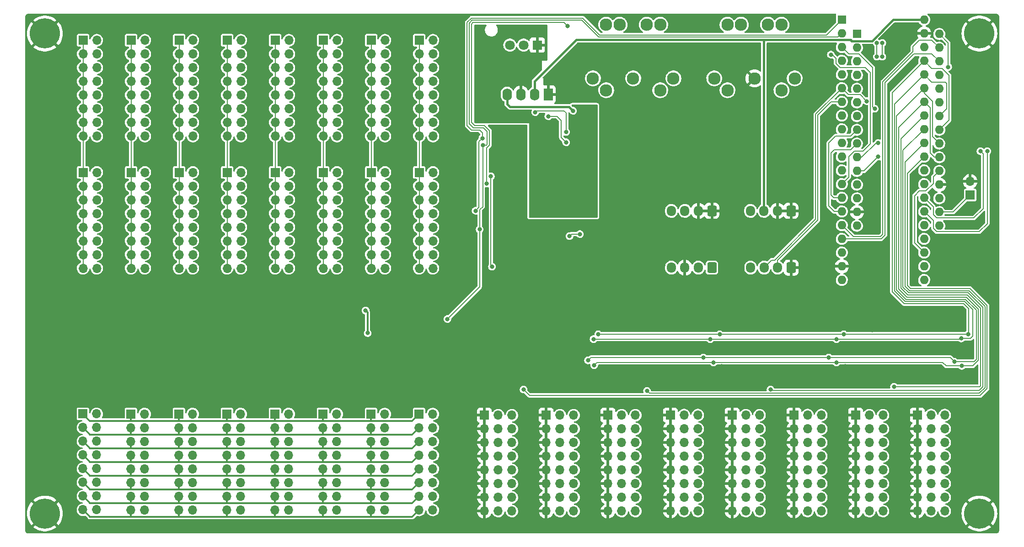
<source format=gbl>
G04 #@! TF.GenerationSoftware,KiCad,Pcbnew,6.0.4*
G04 #@! TF.CreationDate,2022-06-03T16:07:39+02:00*
G04 #@! TF.ProjectId,OpenDeck-r3.0.1,4f70656e-4465-4636-9b2d-72332e302e31,rev?*
G04 #@! TF.SameCoordinates,Original*
G04 #@! TF.FileFunction,Copper,L2,Bot*
G04 #@! TF.FilePolarity,Positive*
%FSLAX46Y46*%
G04 Gerber Fmt 4.6, Leading zero omitted, Abs format (unit mm)*
G04 Created by KiCad (PCBNEW 6.0.4) date 2022-06-03 16:07:39*
%MOMM*%
%LPD*%
G01*
G04 APERTURE LIST*
G04 Aperture macros list*
%AMRoundRect*
0 Rectangle with rounded corners*
0 $1 Rounding radius*
0 $2 $3 $4 $5 $6 $7 $8 $9 X,Y pos of 4 corners*
0 Add a 4 corners polygon primitive as box body*
4,1,4,$2,$3,$4,$5,$6,$7,$8,$9,$2,$3,0*
0 Add four circle primitives for the rounded corners*
1,1,$1+$1,$2,$3*
1,1,$1+$1,$4,$5*
1,1,$1+$1,$6,$7*
1,1,$1+$1,$8,$9*
0 Add four rect primitives between the rounded corners*
20,1,$1+$1,$2,$3,$4,$5,0*
20,1,$1+$1,$4,$5,$6,$7,0*
20,1,$1+$1,$6,$7,$8,$9,0*
20,1,$1+$1,$8,$9,$2,$3,0*%
G04 Aperture macros list end*
G04 #@! TA.AperFunction,ComponentPad*
%ADD10R,1.700000X1.700000*%
G04 #@! TD*
G04 #@! TA.AperFunction,ComponentPad*
%ADD11O,1.700000X1.700000*%
G04 #@! TD*
G04 #@! TA.AperFunction,ComponentPad*
%ADD12C,5.600000*%
G04 #@! TD*
G04 #@! TA.AperFunction,ComponentPad*
%ADD13RoundRect,0.250000X0.600000X0.725000X-0.600000X0.725000X-0.600000X-0.725000X0.600000X-0.725000X0*%
G04 #@! TD*
G04 #@! TA.AperFunction,ComponentPad*
%ADD14O,1.700000X1.950000*%
G04 #@! TD*
G04 #@! TA.AperFunction,ComponentPad*
%ADD15C,2.300000*%
G04 #@! TD*
G04 #@! TA.AperFunction,ComponentPad*
%ADD16R,1.600000X1.600000*%
G04 #@! TD*
G04 #@! TA.AperFunction,ComponentPad*
%ADD17O,1.600000X1.600000*%
G04 #@! TD*
G04 #@! TA.AperFunction,ComponentPad*
%ADD18R,1.750000X2.250000*%
G04 #@! TD*
G04 #@! TA.AperFunction,ComponentPad*
%ADD19O,1.750000X2.250000*%
G04 #@! TD*
G04 #@! TA.AperFunction,ComponentPad*
%ADD20R,1.800000X1.800000*%
G04 #@! TD*
G04 #@! TA.AperFunction,ComponentPad*
%ADD21C,1.800000*%
G04 #@! TD*
G04 #@! TA.AperFunction,ViaPad*
%ADD22C,0.800000*%
G04 #@! TD*
G04 #@! TA.AperFunction,Conductor*
%ADD23C,0.406400*%
G04 #@! TD*
G04 #@! TA.AperFunction,Conductor*
%ADD24C,0.203200*%
G04 #@! TD*
G04 #@! TA.AperFunction,Conductor*
%ADD25C,0.304800*%
G04 #@! TD*
G04 #@! TA.AperFunction,Conductor*
%ADD26C,0.200000*%
G04 #@! TD*
G04 APERTURE END LIST*
D10*
X166365000Y-100775000D03*
D11*
X166365000Y-103315000D03*
X166365000Y-105855000D03*
X166365000Y-108395000D03*
X166365000Y-110935000D03*
X166365000Y-113475000D03*
X166365000Y-116015000D03*
X166365000Y-118555000D03*
X168905000Y-100775000D03*
X168905000Y-103315000D03*
X168905000Y-105855000D03*
X168905000Y-108395000D03*
X168905000Y-110935000D03*
X168905000Y-113475000D03*
X168905000Y-116015000D03*
X168905000Y-118555000D03*
X171445000Y-100775000D03*
X171445000Y-103315000D03*
X171445000Y-105855000D03*
X171445000Y-108395000D03*
X171445000Y-110935000D03*
X171445000Y-113475000D03*
X171445000Y-116015000D03*
X171445000Y-118555000D03*
D12*
X258000000Y-30000000D03*
D13*
X208474000Y-73406000D03*
D14*
X205974000Y-73406000D03*
X203474000Y-73406000D03*
X200974000Y-73406000D03*
D10*
X256286000Y-59944000D03*
D11*
X256286000Y-57404000D03*
D13*
X223123000Y-62882000D03*
D14*
X220623000Y-62882000D03*
X218123000Y-62882000D03*
X215623000Y-62882000D03*
D15*
X208908000Y-38313000D03*
X216358000Y-38313000D03*
X223808000Y-38313000D03*
X211358000Y-40513000D03*
X221358000Y-40513000D03*
X221358000Y-28363000D03*
X211358000Y-28363000D03*
X213858000Y-28363000D03*
X218858000Y-28363000D03*
D16*
X235331000Y-30084000D03*
D17*
X235331000Y-32624000D03*
X235331000Y-35164000D03*
X235331000Y-37704000D03*
X235331000Y-40244000D03*
X235331000Y-42784000D03*
X235331000Y-45324000D03*
X235331000Y-47864000D03*
X235331000Y-50404000D03*
X235331000Y-52944000D03*
X235331000Y-55484000D03*
X235331000Y-58024000D03*
X235331000Y-60564000D03*
X235331000Y-63104000D03*
X235331000Y-65644000D03*
X250571000Y-65644000D03*
X250571000Y-63104000D03*
X250571000Y-60564000D03*
X250571000Y-58024000D03*
X250571000Y-55484000D03*
X250571000Y-52944000D03*
X250571000Y-50404000D03*
X250571000Y-47864000D03*
X250571000Y-45324000D03*
X250571000Y-42784000D03*
X250571000Y-40244000D03*
X250571000Y-37704000D03*
X250571000Y-35164000D03*
X250571000Y-32624000D03*
X250571000Y-30084000D03*
D10*
X223652000Y-100745000D03*
D11*
X223652000Y-103285000D03*
X223652000Y-105825000D03*
X223652000Y-108365000D03*
X223652000Y-110905000D03*
X223652000Y-113445000D03*
X223652000Y-115985000D03*
X223652000Y-118525000D03*
X226192000Y-100745000D03*
X226192000Y-103285000D03*
X226192000Y-105825000D03*
X226192000Y-108365000D03*
X226192000Y-110905000D03*
X226192000Y-113445000D03*
X226192000Y-115985000D03*
X226192000Y-118525000D03*
X228732000Y-100745000D03*
X228732000Y-103285000D03*
X228732000Y-105825000D03*
X228732000Y-108365000D03*
X228732000Y-110905000D03*
X228732000Y-113445000D03*
X228732000Y-115985000D03*
X228732000Y-118525000D03*
D10*
X100930596Y-100545916D03*
D11*
X103470596Y-100545916D03*
X100930596Y-103085916D03*
X103470596Y-103085916D03*
X100930596Y-105625916D03*
X103470596Y-105625916D03*
X100930596Y-108165916D03*
X103470596Y-108165916D03*
X100930596Y-110705916D03*
X103470596Y-110705916D03*
X100930596Y-113245916D03*
X103470596Y-113245916D03*
X100930596Y-115785916D03*
X103470596Y-115785916D03*
X100930596Y-118325916D03*
X103470596Y-118325916D03*
D13*
X223139000Y-73406000D03*
D14*
X220639000Y-73406000D03*
X218139000Y-73406000D03*
X215639000Y-73406000D03*
D18*
X178181000Y-41275000D03*
D19*
X175641000Y-41275000D03*
X173101000Y-41275000D03*
X170561000Y-41275000D03*
D10*
X92075000Y-55753000D03*
D11*
X94615000Y-55753000D03*
X92075000Y-58293000D03*
X94615000Y-58293000D03*
X92075000Y-60833000D03*
X94615000Y-60833000D03*
X92075000Y-63373000D03*
X94615000Y-63373000D03*
X92075000Y-65913000D03*
X94615000Y-65913000D03*
X92075000Y-68453000D03*
X94615000Y-68453000D03*
X92075000Y-70993000D03*
X94615000Y-70993000D03*
X92075000Y-73533000D03*
X94615000Y-73533000D03*
D10*
X109855000Y-55753000D03*
D11*
X112395000Y-55753000D03*
X109855000Y-58293000D03*
X112395000Y-58293000D03*
X109855000Y-60833000D03*
X112395000Y-60833000D03*
X109855000Y-63373000D03*
X112395000Y-63373000D03*
X109855000Y-65913000D03*
X112395000Y-65913000D03*
X109855000Y-68453000D03*
X112395000Y-68453000D03*
X109855000Y-70993000D03*
X112395000Y-70993000D03*
X109855000Y-73533000D03*
X112395000Y-73533000D03*
D10*
X136525000Y-31242000D03*
D11*
X139065000Y-31242000D03*
X136525000Y-33782000D03*
X139065000Y-33782000D03*
X136525000Y-36322000D03*
X139065000Y-36322000D03*
X136525000Y-38862000D03*
X139065000Y-38862000D03*
X136525000Y-41402000D03*
X139065000Y-41402000D03*
X136525000Y-43942000D03*
X139065000Y-43942000D03*
X136525000Y-46482000D03*
X139065000Y-46482000D03*
X136525000Y-49022000D03*
X139065000Y-49022000D03*
D10*
X109855000Y-31242000D03*
D11*
X112395000Y-31242000D03*
X109855000Y-33782000D03*
X112395000Y-33782000D03*
X109855000Y-36322000D03*
X112395000Y-36322000D03*
X109855000Y-38862000D03*
X112395000Y-38862000D03*
X109855000Y-41402000D03*
X112395000Y-41402000D03*
X109855000Y-43942000D03*
X112395000Y-43942000D03*
X109855000Y-46482000D03*
X112395000Y-46482000D03*
X109855000Y-49022000D03*
X112395000Y-49022000D03*
D12*
X258000000Y-119000000D03*
D10*
X100965000Y-55753000D03*
D11*
X103505000Y-55753000D03*
X100965000Y-58293000D03*
X103505000Y-58293000D03*
X100965000Y-60833000D03*
X103505000Y-60833000D03*
X100965000Y-63373000D03*
X103505000Y-63373000D03*
X100965000Y-65913000D03*
X103505000Y-65913000D03*
X100965000Y-68453000D03*
X103505000Y-68453000D03*
X100965000Y-70993000D03*
X103505000Y-70993000D03*
X100965000Y-73533000D03*
X103505000Y-73533000D03*
D10*
X136490596Y-100545916D03*
D11*
X139030596Y-100545916D03*
X136490596Y-103085916D03*
X139030596Y-103085916D03*
X136490596Y-105625916D03*
X139030596Y-105625916D03*
X136490596Y-108165916D03*
X139030596Y-108165916D03*
X136490596Y-110705916D03*
X139030596Y-110705916D03*
X136490596Y-113245916D03*
X139030596Y-113245916D03*
X136490596Y-115785916D03*
X139030596Y-115785916D03*
X136490596Y-118325916D03*
X139030596Y-118325916D03*
D10*
X92075000Y-31242000D03*
D11*
X94615000Y-31242000D03*
X92075000Y-33782000D03*
X94615000Y-33782000D03*
X92075000Y-36322000D03*
X94615000Y-36322000D03*
X92075000Y-38862000D03*
X94615000Y-38862000D03*
X92075000Y-41402000D03*
X94615000Y-41402000D03*
X92075000Y-43942000D03*
X94615000Y-43942000D03*
X92075000Y-46482000D03*
X94615000Y-46482000D03*
X92075000Y-49022000D03*
X94615000Y-49022000D03*
D10*
X92040596Y-100530916D03*
D11*
X94580596Y-100530916D03*
X92040596Y-103070916D03*
X94580596Y-103070916D03*
X92040596Y-105610916D03*
X94580596Y-105610916D03*
X92040596Y-108150916D03*
X94580596Y-108150916D03*
X92040596Y-110690916D03*
X94580596Y-110690916D03*
X92040596Y-113230916D03*
X94580596Y-113230916D03*
X92040596Y-115770916D03*
X94580596Y-115770916D03*
X92040596Y-118310916D03*
X94580596Y-118310916D03*
D16*
X232537000Y-27432000D03*
D17*
X232537000Y-29972000D03*
X232537000Y-32512000D03*
X232537000Y-35052000D03*
X232537000Y-37592000D03*
X232537000Y-40132000D03*
X232537000Y-42672000D03*
X232537000Y-45212000D03*
X232537000Y-47752000D03*
X232537000Y-50292000D03*
X232537000Y-52832000D03*
X232537000Y-55372000D03*
X232537000Y-57912000D03*
X232537000Y-60452000D03*
X232537000Y-62992000D03*
X232537000Y-65532000D03*
X232537000Y-68072000D03*
X232537000Y-70612000D03*
X232537000Y-73152000D03*
X232537000Y-75692000D03*
X247777000Y-75692000D03*
X247777000Y-73152000D03*
X247777000Y-70612000D03*
X247777000Y-68072000D03*
X247777000Y-65532000D03*
X247777000Y-62992000D03*
X247777000Y-60452000D03*
X247777000Y-57912000D03*
X247777000Y-55372000D03*
X247777000Y-52832000D03*
X247777000Y-50292000D03*
X247777000Y-47752000D03*
X247777000Y-45212000D03*
X247777000Y-42672000D03*
X247777000Y-40132000D03*
X247777000Y-37592000D03*
X247777000Y-35052000D03*
X247777000Y-32512000D03*
X247777000Y-29972000D03*
X247777000Y-27432000D03*
D13*
X208474000Y-62882000D03*
D14*
X205974000Y-62882000D03*
X203474000Y-62882000D03*
X200974000Y-62882000D03*
D10*
X246507000Y-100745000D03*
D11*
X246507000Y-103285000D03*
X246507000Y-105825000D03*
X246507000Y-108365000D03*
X246507000Y-110905000D03*
X246507000Y-113445000D03*
X246507000Y-115985000D03*
X246507000Y-118525000D03*
X249047000Y-100745000D03*
X249047000Y-103285000D03*
X249047000Y-105825000D03*
X249047000Y-108365000D03*
X249047000Y-110905000D03*
X249047000Y-113445000D03*
X249047000Y-115985000D03*
X249047000Y-118525000D03*
X251587000Y-100745000D03*
X251587000Y-103285000D03*
X251587000Y-105825000D03*
X251587000Y-108365000D03*
X251587000Y-110905000D03*
X251587000Y-113445000D03*
X251587000Y-115985000D03*
X251587000Y-118525000D03*
D10*
X136525000Y-55753000D03*
D11*
X139065000Y-55753000D03*
X136525000Y-58293000D03*
X139065000Y-58293000D03*
X136525000Y-60833000D03*
X139065000Y-60833000D03*
X136525000Y-63373000D03*
X139065000Y-63373000D03*
X136525000Y-65913000D03*
X139065000Y-65913000D03*
X136525000Y-68453000D03*
X139065000Y-68453000D03*
X136525000Y-70993000D03*
X139065000Y-70993000D03*
X136525000Y-73533000D03*
X139065000Y-73533000D03*
D10*
X145415000Y-31242000D03*
D11*
X147955000Y-31242000D03*
X145415000Y-33782000D03*
X147955000Y-33782000D03*
X145415000Y-36322000D03*
X147955000Y-36322000D03*
X145415000Y-38862000D03*
X147955000Y-38862000D03*
X145415000Y-41402000D03*
X147955000Y-41402000D03*
X145415000Y-43942000D03*
X147955000Y-43942000D03*
X145415000Y-46482000D03*
X147955000Y-46482000D03*
X145415000Y-49022000D03*
X147955000Y-49022000D03*
D10*
X127635000Y-31242000D03*
D11*
X130175000Y-31242000D03*
X127635000Y-33782000D03*
X130175000Y-33782000D03*
X127635000Y-36322000D03*
X130175000Y-36322000D03*
X127635000Y-38862000D03*
X130175000Y-38862000D03*
X127635000Y-41402000D03*
X130175000Y-41402000D03*
X127635000Y-43942000D03*
X130175000Y-43942000D03*
X127635000Y-46482000D03*
X130175000Y-46482000D03*
X127635000Y-49022000D03*
X130175000Y-49022000D03*
D15*
X186458000Y-38313000D03*
X193908000Y-38313000D03*
X201358000Y-38313000D03*
X188908000Y-40513000D03*
X198908000Y-40513000D03*
X198908000Y-28363000D03*
X188908000Y-28363000D03*
X191408000Y-28363000D03*
X196408000Y-28363000D03*
D10*
X145415000Y-55753000D03*
D11*
X147955000Y-55753000D03*
X145415000Y-58293000D03*
X147955000Y-58293000D03*
X145415000Y-60833000D03*
X147955000Y-60833000D03*
X145415000Y-63373000D03*
X147955000Y-63373000D03*
X145415000Y-65913000D03*
X147955000Y-65913000D03*
X145415000Y-68453000D03*
X147955000Y-68453000D03*
X145415000Y-70993000D03*
X147955000Y-70993000D03*
X145415000Y-73533000D03*
X147955000Y-73533000D03*
D10*
X109820596Y-100545916D03*
D11*
X112360596Y-100545916D03*
X109820596Y-103085916D03*
X112360596Y-103085916D03*
X109820596Y-105625916D03*
X112360596Y-105625916D03*
X109820596Y-108165916D03*
X112360596Y-108165916D03*
X109820596Y-110705916D03*
X112360596Y-110705916D03*
X109820596Y-113245916D03*
X112360596Y-113245916D03*
X109820596Y-115785916D03*
X112360596Y-115785916D03*
X109820596Y-118325916D03*
X112360596Y-118325916D03*
D10*
X118745000Y-31242000D03*
D11*
X121285000Y-31242000D03*
X118745000Y-33782000D03*
X121285000Y-33782000D03*
X118745000Y-36322000D03*
X121285000Y-36322000D03*
X118745000Y-38862000D03*
X121285000Y-38862000D03*
X118745000Y-41402000D03*
X121285000Y-41402000D03*
X118745000Y-43942000D03*
X121285000Y-43942000D03*
X118745000Y-46482000D03*
X121285000Y-46482000D03*
X118745000Y-49022000D03*
X121285000Y-49022000D03*
D10*
X127635000Y-55753000D03*
D11*
X130175000Y-55753000D03*
X127635000Y-58293000D03*
X130175000Y-58293000D03*
X127635000Y-60833000D03*
X130175000Y-60833000D03*
X127635000Y-63373000D03*
X130175000Y-63373000D03*
X127635000Y-65913000D03*
X130175000Y-65913000D03*
X127635000Y-68453000D03*
X130175000Y-68453000D03*
X127635000Y-70993000D03*
X130175000Y-70993000D03*
X127635000Y-73533000D03*
X130175000Y-73533000D03*
D10*
X127600596Y-100545916D03*
D11*
X130140596Y-100545916D03*
X127600596Y-103085916D03*
X130140596Y-103085916D03*
X127600596Y-105625916D03*
X130140596Y-105625916D03*
X127600596Y-108165916D03*
X130140596Y-108165916D03*
X127600596Y-110705916D03*
X130140596Y-110705916D03*
X127600596Y-113245916D03*
X130140596Y-113245916D03*
X127600596Y-115785916D03*
X130140596Y-115785916D03*
X127600596Y-118325916D03*
X130140596Y-118325916D03*
D10*
X200792000Y-100745000D03*
D11*
X200792000Y-103285000D03*
X200792000Y-105825000D03*
X200792000Y-108365000D03*
X200792000Y-110905000D03*
X200792000Y-113445000D03*
X200792000Y-115985000D03*
X200792000Y-118525000D03*
X203332000Y-100745000D03*
X203332000Y-103285000D03*
X203332000Y-105825000D03*
X203332000Y-108365000D03*
X203332000Y-110905000D03*
X203332000Y-113445000D03*
X203332000Y-115985000D03*
X203332000Y-118525000D03*
X205872000Y-100745000D03*
X205872000Y-103285000D03*
X205872000Y-105825000D03*
X205872000Y-108365000D03*
X205872000Y-110905000D03*
X205872000Y-113445000D03*
X205872000Y-115985000D03*
X205872000Y-118525000D03*
D12*
X85000000Y-119000000D03*
D10*
X177800000Y-100760000D03*
D11*
X177800000Y-103300000D03*
X177800000Y-105840000D03*
X177800000Y-108380000D03*
X177800000Y-110920000D03*
X177800000Y-113460000D03*
X177800000Y-116000000D03*
X177800000Y-118540000D03*
X180340000Y-100760000D03*
X180340000Y-103300000D03*
X180340000Y-105840000D03*
X180340000Y-108380000D03*
X180340000Y-110920000D03*
X180340000Y-113460000D03*
X180340000Y-116000000D03*
X180340000Y-118540000D03*
X182880000Y-100760000D03*
X182880000Y-103300000D03*
X182880000Y-105840000D03*
X182880000Y-108380000D03*
X182880000Y-110920000D03*
X182880000Y-113460000D03*
X182880000Y-116000000D03*
X182880000Y-118540000D03*
D12*
X85000000Y-30000000D03*
D10*
X154305000Y-55753000D03*
D11*
X156845000Y-55753000D03*
X154305000Y-58293000D03*
X156845000Y-58293000D03*
X154305000Y-60833000D03*
X156845000Y-60833000D03*
X154305000Y-63373000D03*
X156845000Y-63373000D03*
X154305000Y-65913000D03*
X156845000Y-65913000D03*
X154305000Y-68453000D03*
X156845000Y-68453000D03*
X154305000Y-70993000D03*
X156845000Y-70993000D03*
X154305000Y-73533000D03*
X156845000Y-73533000D03*
D10*
X189230000Y-100760000D03*
D11*
X189230000Y-103300000D03*
X189230000Y-105840000D03*
X189230000Y-108380000D03*
X189230000Y-110920000D03*
X189230000Y-113460000D03*
X189230000Y-116000000D03*
X189230000Y-118540000D03*
X191770000Y-100760000D03*
X191770000Y-103300000D03*
X191770000Y-105840000D03*
X191770000Y-108380000D03*
X191770000Y-110920000D03*
X191770000Y-113460000D03*
X191770000Y-116000000D03*
X191770000Y-118540000D03*
X194310000Y-100760000D03*
X194310000Y-103300000D03*
X194310000Y-105840000D03*
X194310000Y-108380000D03*
X194310000Y-110920000D03*
X194310000Y-113460000D03*
X194310000Y-116000000D03*
X194310000Y-118540000D03*
D20*
X176149000Y-32131000D03*
D21*
X173609000Y-32131000D03*
X171069000Y-32131000D03*
D10*
X154265596Y-100560916D03*
D11*
X156805596Y-100560916D03*
X154265596Y-103100916D03*
X156805596Y-103100916D03*
X154265596Y-105640916D03*
X156805596Y-105640916D03*
X154265596Y-108180916D03*
X156805596Y-108180916D03*
X154265596Y-110720916D03*
X156805596Y-110720916D03*
X154265596Y-113260916D03*
X156805596Y-113260916D03*
X154265596Y-115800916D03*
X156805596Y-115800916D03*
X154265596Y-118340916D03*
X156805596Y-118340916D03*
D10*
X154305000Y-31242000D03*
D11*
X156845000Y-31242000D03*
X154305000Y-33782000D03*
X156845000Y-33782000D03*
X154305000Y-36322000D03*
X156845000Y-36322000D03*
X154305000Y-38862000D03*
X156845000Y-38862000D03*
X154305000Y-41402000D03*
X156845000Y-41402000D03*
X154305000Y-43942000D03*
X156845000Y-43942000D03*
X154305000Y-46482000D03*
X156845000Y-46482000D03*
X154305000Y-49022000D03*
X156845000Y-49022000D03*
D10*
X212217000Y-100760000D03*
D11*
X212217000Y-103300000D03*
X212217000Y-105840000D03*
X212217000Y-108380000D03*
X212217000Y-110920000D03*
X212217000Y-113460000D03*
X212217000Y-116000000D03*
X212217000Y-118540000D03*
X214757000Y-100760000D03*
X214757000Y-103300000D03*
X214757000Y-105840000D03*
X214757000Y-108380000D03*
X214757000Y-110920000D03*
X214757000Y-113460000D03*
X214757000Y-116000000D03*
X214757000Y-118540000D03*
X217297000Y-100760000D03*
X217297000Y-103300000D03*
X217297000Y-105840000D03*
X217297000Y-108380000D03*
X217297000Y-110920000D03*
X217297000Y-113460000D03*
X217297000Y-116000000D03*
X217297000Y-118540000D03*
D10*
X145380596Y-100560916D03*
D11*
X147920596Y-100560916D03*
X145380596Y-103100916D03*
X147920596Y-103100916D03*
X145380596Y-105640916D03*
X147920596Y-105640916D03*
X145380596Y-108180916D03*
X147920596Y-108180916D03*
X145380596Y-110720916D03*
X147920596Y-110720916D03*
X145380596Y-113260916D03*
X147920596Y-113260916D03*
X145380596Y-115800916D03*
X147920596Y-115800916D03*
X145380596Y-118340916D03*
X147920596Y-118340916D03*
D10*
X118710596Y-100545916D03*
D11*
X121250596Y-100545916D03*
X118710596Y-103085916D03*
X121250596Y-103085916D03*
X118710596Y-105625916D03*
X121250596Y-105625916D03*
X118710596Y-108165916D03*
X121250596Y-108165916D03*
X118710596Y-110705916D03*
X121250596Y-110705916D03*
X118710596Y-113245916D03*
X121250596Y-113245916D03*
X118710596Y-115785916D03*
X121250596Y-115785916D03*
X118710596Y-118325916D03*
X121250596Y-118325916D03*
D10*
X100965000Y-31242000D03*
D11*
X103505000Y-31242000D03*
X100965000Y-33782000D03*
X103505000Y-33782000D03*
X100965000Y-36322000D03*
X103505000Y-36322000D03*
X100965000Y-38862000D03*
X103505000Y-38862000D03*
X100965000Y-41402000D03*
X103505000Y-41402000D03*
X100965000Y-43942000D03*
X103505000Y-43942000D03*
X100965000Y-46482000D03*
X103505000Y-46482000D03*
X100965000Y-49022000D03*
X103505000Y-49022000D03*
D10*
X235072000Y-100760000D03*
D11*
X235072000Y-103300000D03*
X235072000Y-105840000D03*
X235072000Y-108380000D03*
X235072000Y-110920000D03*
X235072000Y-113460000D03*
X235072000Y-116000000D03*
X235072000Y-118540000D03*
X237612000Y-100760000D03*
X237612000Y-103300000D03*
X237612000Y-105840000D03*
X237612000Y-108380000D03*
X237612000Y-110920000D03*
X237612000Y-113460000D03*
X237612000Y-116000000D03*
X237612000Y-118540000D03*
X240152000Y-100760000D03*
X240152000Y-103300000D03*
X240152000Y-105840000D03*
X240152000Y-108380000D03*
X240152000Y-110920000D03*
X240152000Y-113460000D03*
X240152000Y-116000000D03*
X240152000Y-118540000D03*
D10*
X118745000Y-55753000D03*
D11*
X121285000Y-55753000D03*
X118745000Y-58293000D03*
X121285000Y-58293000D03*
X118745000Y-60833000D03*
X121285000Y-60833000D03*
X118745000Y-63373000D03*
X121285000Y-63373000D03*
X118745000Y-65913000D03*
X121285000Y-65913000D03*
X118745000Y-68453000D03*
X121285000Y-68453000D03*
X118745000Y-70993000D03*
X121285000Y-70993000D03*
X118745000Y-73533000D03*
X121285000Y-73533000D03*
D22*
X215138000Y-84836000D03*
X171826000Y-97077000D03*
X259842000Y-48133000D03*
X190119000Y-72136000D03*
X192659000Y-34036000D03*
X125857000Y-27432000D03*
X135860000Y-92910916D03*
X192532000Y-84836000D03*
X158623000Y-82042000D03*
X98171000Y-52451000D03*
X182626000Y-98298000D03*
X87884000Y-51435000D03*
X196850000Y-71120000D03*
X149195000Y-96266000D03*
X259080000Y-69723000D03*
X107442000Y-27686000D03*
X134112000Y-52451000D03*
X193929000Y-61341000D03*
X162433000Y-84582000D03*
X254000000Y-43180000D03*
X187579000Y-65913000D03*
X213863000Y-88441000D03*
X164211000Y-59182000D03*
X254762000Y-65913000D03*
X170307000Y-85979000D03*
X210312000Y-91694000D03*
X205867000Y-98171000D03*
X158847000Y-86179916D03*
X187452000Y-32639000D03*
X86741000Y-77597000D03*
X115824000Y-52451000D03*
X125222000Y-52705000D03*
X184912000Y-76454000D03*
X252603000Y-71755000D03*
X177927000Y-77216000D03*
X220599000Y-32893000D03*
X188971000Y-93140000D03*
X158496000Y-52578000D03*
X162306000Y-73279000D03*
X257937000Y-65024000D03*
X199898000Y-33274000D03*
X173736000Y-48133000D03*
X236850000Y-88187000D03*
X212471000Y-56769000D03*
X171704000Y-62738000D03*
X190876000Y-88314000D03*
X150495000Y-52451000D03*
X254000000Y-38354000D03*
X251714000Y-98298000D03*
X233167000Y-91694000D03*
X148941000Y-80337916D03*
X218821000Y-98171000D03*
X142367000Y-96266000D03*
X230251000Y-98171000D03*
X212471000Y-33401000D03*
X241554000Y-98298000D03*
X171196000Y-50419000D03*
X175387000Y-66294000D03*
X106553000Y-52578000D03*
X160401000Y-110109000D03*
X238125000Y-84963000D03*
X259842000Y-44831000D03*
X260731000Y-54864000D03*
X158369000Y-91948000D03*
X142113000Y-52451000D03*
X254635000Y-89408000D03*
X132080000Y-27813000D03*
X86233000Y-39624000D03*
X167767000Y-80518000D03*
X86741000Y-62230000D03*
X196215000Y-98552000D03*
X166878000Y-44958000D03*
X183388000Y-54610000D03*
X177000000Y-53594000D03*
X185166000Y-62103000D03*
X176784000Y-59944000D03*
X182753000Y-44323000D03*
X159512000Y-82931000D03*
X239014000Y-31750000D03*
X165481000Y-66294000D03*
X239014000Y-34290000D03*
X166055100Y-50673000D03*
X173609000Y-96012000D03*
X239268000Y-52832000D03*
X144369000Y-81353916D03*
X144750000Y-85544916D03*
X175768000Y-44577000D03*
X181483000Y-48260000D03*
X181483000Y-50165000D03*
X178181000Y-45339000D03*
X184023000Y-67183000D03*
X182118000Y-67564000D03*
X167564253Y-56463747D03*
X167767000Y-73212900D03*
X239268000Y-50292000D03*
X196469000Y-96266000D03*
X242189000Y-95504000D03*
X219329000Y-96012000D03*
X253360000Y-90854000D03*
X206878000Y-90092000D03*
X185542000Y-90600000D03*
X230119000Y-90092000D03*
X186685000Y-91489000D03*
X254757000Y-91616000D03*
X208783000Y-90981000D03*
X231516000Y-90981000D03*
X255900000Y-85774000D03*
X187447000Y-85774000D03*
X209926000Y-85774000D03*
X232913000Y-85774000D03*
X231516000Y-86663000D03*
X208148000Y-86663000D03*
X186558000Y-86663000D03*
X254630000Y-86536000D03*
X237109000Y-42545000D03*
X166756200Y-57785000D03*
X181737000Y-28575000D03*
X238633000Y-43942000D03*
X240030000Y-31750000D03*
X240030000Y-34290000D03*
X165989000Y-49403000D03*
X164719000Y-62865000D03*
X230505000Y-33909000D03*
X252222000Y-36195000D03*
X258191000Y-51816000D03*
X259461000Y-51816000D03*
D23*
X218253289Y-31174711D02*
X218123000Y-31174711D01*
X238125000Y-31369000D02*
X242062000Y-27432000D01*
X242062000Y-27432000D02*
X247777000Y-27432000D01*
X218123000Y-31174711D02*
X218123000Y-62882000D01*
X234128289Y-31174711D02*
X234322578Y-31369000D01*
X175641000Y-41275000D02*
X175641000Y-38862000D01*
X218253289Y-31174711D02*
X234128289Y-31174711D01*
X234322578Y-31369000D02*
X238125000Y-31369000D01*
X183328289Y-31174711D02*
X218253289Y-31174711D01*
X175641000Y-38862000D02*
X183328289Y-31174711D01*
X171069000Y-43561000D02*
X181991000Y-43561000D01*
X170561000Y-43053000D02*
X171069000Y-43561000D01*
X181991000Y-43561000D02*
X182753000Y-44323000D01*
X170561000Y-41275000D02*
X170561000Y-43053000D01*
D24*
X250571000Y-63104000D02*
X253126000Y-63104000D01*
X253126000Y-63104000D02*
X256286000Y-59944000D01*
D25*
X118710596Y-100545916D02*
X118710596Y-101815916D01*
X136490596Y-100545916D02*
X136490596Y-101815916D01*
X109820596Y-100545916D02*
X109820596Y-101815916D01*
X127600596Y-101815916D02*
X136490596Y-101815916D01*
X118710596Y-101815916D02*
X127600596Y-101815916D01*
X136490596Y-101815916D02*
X145380596Y-101815916D01*
X92040596Y-100530916D02*
X92040596Y-100545916D01*
X145380596Y-100560916D02*
X145380596Y-101815916D01*
X145380596Y-101815916D02*
X153010596Y-101815916D01*
X92040596Y-100545916D02*
X93310596Y-101815916D01*
X127600596Y-100545916D02*
X127600596Y-101815916D01*
X153010596Y-101815916D02*
X154265596Y-100560916D01*
X93310596Y-101815916D02*
X118710596Y-101815916D01*
X100930596Y-100545916D02*
X100930596Y-101815916D01*
X127600596Y-104355916D02*
X136490596Y-104355916D01*
X136490596Y-104355916D02*
X145380596Y-104355916D01*
X100930596Y-103085916D02*
X100930596Y-104355916D01*
X109820596Y-103085916D02*
X109820596Y-104355916D01*
X153010596Y-104355916D02*
X154265596Y-103100916D01*
X118710596Y-104355916D02*
X127600596Y-104355916D01*
X127600596Y-103085916D02*
X127600596Y-104355916D01*
X93310596Y-104340916D02*
X93310596Y-104355916D01*
X118710596Y-103085916D02*
X118710596Y-104355916D01*
X109820596Y-104355916D02*
X118710596Y-104355916D01*
X136490596Y-103085916D02*
X136490596Y-104355916D01*
X100930596Y-104355916D02*
X109820596Y-104355916D01*
X145380596Y-104355916D02*
X153010596Y-104355916D01*
X92040596Y-103070916D02*
X93310596Y-104340916D01*
X93310596Y-104355916D02*
X100930596Y-104355916D01*
X145380596Y-103100916D02*
X145380596Y-104355916D01*
X109820596Y-106895916D02*
X118710596Y-106895916D01*
X136490596Y-105625916D02*
X136490596Y-106895916D01*
X100930596Y-106895916D02*
X109820596Y-106895916D01*
X127600596Y-106895916D02*
X136490596Y-106895916D01*
X92040596Y-105610916D02*
X93310596Y-106880916D01*
X145380596Y-106895916D02*
X153010596Y-106895916D01*
X93310596Y-106895916D02*
X100930596Y-106895916D01*
X127600596Y-105625916D02*
X127600596Y-106895916D01*
X153010596Y-106895916D02*
X154265596Y-105640916D01*
X109820596Y-105625916D02*
X109820596Y-106895916D01*
X93310596Y-106880916D02*
X93310596Y-106895916D01*
X118710596Y-105625916D02*
X118710596Y-106895916D01*
X136490596Y-106895916D02*
X145380596Y-106895916D01*
X118710596Y-106895916D02*
X127600596Y-106895916D01*
X100930596Y-105625916D02*
X100930596Y-106895916D01*
X145380596Y-105640916D02*
X145380596Y-106895916D01*
X100930596Y-108165916D02*
X100930596Y-109435916D01*
X118710596Y-109435916D02*
X127600596Y-109435916D01*
X145380596Y-109435916D02*
X153010596Y-109435916D01*
X93310596Y-109435916D02*
X100930596Y-109435916D01*
X93310596Y-109420916D02*
X93310596Y-109435916D01*
X136490596Y-109435916D02*
X145380596Y-109435916D01*
X109820596Y-108165916D02*
X109820596Y-109435916D01*
X145380596Y-108180916D02*
X145380596Y-109435916D01*
X92040596Y-108150916D02*
X93310596Y-109420916D01*
X100930596Y-109435916D02*
X109820596Y-109435916D01*
X109820596Y-109435916D02*
X118710596Y-109435916D01*
X136490596Y-108165916D02*
X136490596Y-109435916D01*
X153010596Y-109435916D02*
X154265596Y-108180916D01*
X118710596Y-108165916D02*
X118710596Y-109435916D01*
X127600596Y-108165916D02*
X127600596Y-109435916D01*
X127600596Y-109435916D02*
X136490596Y-109435916D01*
X153010596Y-111975916D02*
X154265596Y-110720916D01*
X127600596Y-110705916D02*
X127600596Y-111975916D01*
X118710596Y-111975916D02*
X127600596Y-111975916D01*
X100930596Y-111975916D02*
X109820596Y-111975916D01*
X92040596Y-110690916D02*
X93310596Y-111960916D01*
X109820596Y-111975916D02*
X118710596Y-111975916D01*
X100930596Y-110705916D02*
X100930596Y-111975916D01*
X145380596Y-110720916D02*
X145380596Y-111975916D01*
X118710596Y-110705916D02*
X118710596Y-111975916D01*
X93310596Y-111975916D02*
X100930596Y-111975916D01*
X109820596Y-110705916D02*
X109820596Y-111975916D01*
X93310596Y-111960916D02*
X93310596Y-111975916D01*
X136490596Y-110705916D02*
X136490596Y-111975916D01*
X127600596Y-111975916D02*
X136490596Y-111975916D01*
X145380596Y-111975916D02*
X153010596Y-111975916D01*
X136490596Y-111975916D02*
X145380596Y-111975916D01*
X127600596Y-113245916D02*
X127600596Y-114515916D01*
X93310596Y-114500916D02*
X93310596Y-114515916D01*
X92040596Y-113230916D02*
X93310596Y-114500916D01*
X109820596Y-114515916D02*
X118710596Y-114515916D01*
X118710596Y-114515916D02*
X127600596Y-114515916D01*
X109820596Y-113245916D02*
X109820596Y-114515916D01*
X127600596Y-114515916D02*
X136490596Y-114515916D01*
X136490596Y-113245916D02*
X136490596Y-114515916D01*
X118710596Y-113245916D02*
X118710596Y-114515916D01*
X100930596Y-113245916D02*
X100930596Y-114515916D01*
X100930596Y-114515916D02*
X109820596Y-114515916D01*
X136490596Y-114515916D02*
X145380596Y-114515916D01*
X153010596Y-114515916D02*
X154265596Y-113260916D01*
X93310596Y-114515916D02*
X100930596Y-114515916D01*
X145380596Y-113260916D02*
X145380596Y-114515916D01*
X145380596Y-114515916D02*
X153010596Y-114515916D01*
X153010596Y-117055916D02*
X154265596Y-115800916D01*
X109820596Y-115785916D02*
X109820596Y-117055916D01*
X93310596Y-117040916D02*
X93310596Y-117055916D01*
X127600596Y-115785916D02*
X127600596Y-117055916D01*
X118710596Y-117055916D02*
X127600596Y-117055916D01*
X145380596Y-115800916D02*
X145380596Y-117055916D01*
X118710596Y-115785916D02*
X118710596Y-117055916D01*
X92040596Y-115770916D02*
X93310596Y-117040916D01*
X93310596Y-117055916D02*
X100930596Y-117055916D01*
X100930596Y-117055916D02*
X109820596Y-117055916D01*
X145380596Y-117055916D02*
X153010596Y-117055916D01*
X109820596Y-117055916D02*
X118710596Y-117055916D01*
X136490596Y-117055916D02*
X145380596Y-117055916D01*
X136490596Y-115785916D02*
X136490596Y-117055916D01*
X127600596Y-117055916D02*
X136490596Y-117055916D01*
X100930596Y-115785916D02*
X100930596Y-117055916D01*
X93310596Y-119580916D02*
X93310596Y-119595916D01*
X153010596Y-119595916D02*
X154265596Y-118340916D01*
X109820596Y-118325916D02*
X109820596Y-119595916D01*
X92040596Y-118310916D02*
X93310596Y-119580916D01*
X100930596Y-118325916D02*
X100930596Y-119595916D01*
X93310596Y-119595916D02*
X100930596Y-119595916D01*
X100930596Y-119595916D02*
X109820596Y-119595916D01*
X145380596Y-118340916D02*
X145380596Y-119595916D01*
X136490596Y-119595916D02*
X145380596Y-119595916D01*
X127600596Y-118325916D02*
X127600596Y-119595916D01*
X118710596Y-118325916D02*
X118710596Y-119595916D01*
X127600596Y-119595916D02*
X136490596Y-119595916D01*
X145380596Y-119595916D02*
X153010596Y-119595916D01*
X118710596Y-119595916D02*
X127600596Y-119595916D01*
X109820596Y-119595916D02*
X118710596Y-119595916D01*
X136490596Y-118325916D02*
X136490596Y-119595916D01*
D24*
X165481000Y-66294000D02*
X165481000Y-62672532D01*
X231838609Y-30670391D02*
X232537000Y-29972000D01*
X166221280Y-47476280D02*
X164316280Y-47476280D01*
X166055100Y-50673000D02*
X166751000Y-50673000D01*
X163576000Y-46736000D02*
X163576000Y-28067000D01*
X166055100Y-62098432D02*
X166055100Y-50673000D01*
X164316280Y-47476280D02*
X163576000Y-46736000D01*
X166878000Y-48133000D02*
X166221280Y-47476280D01*
X165481000Y-76962000D02*
X165481000Y-66294000D01*
X239014000Y-34290000D02*
X239014000Y-31750000D01*
X166878000Y-50546000D02*
X166878000Y-48133000D01*
X166751000Y-50673000D02*
X166878000Y-50546000D01*
X187515391Y-30670391D02*
X231838609Y-30670391D01*
X184382280Y-27537280D02*
X187515391Y-30670391D01*
X159512000Y-82931000D02*
X165481000Y-76962000D01*
X165481000Y-62672532D02*
X166055100Y-62098432D01*
X164105720Y-27537280D02*
X184382280Y-27537280D01*
X163576000Y-28067000D02*
X164105720Y-27537280D01*
X244667160Y-76715564D02*
X244667160Y-55941840D01*
X259437800Y-95838796D02*
X259437800Y-80447929D01*
X256267713Y-77277841D02*
X245229436Y-77277840D01*
X236616000Y-55484000D02*
X235331000Y-55484000D01*
X245229436Y-77277840D02*
X244667160Y-76715564D01*
X174712831Y-97115831D02*
X258160765Y-97115831D01*
X173609000Y-96012000D02*
X174712831Y-97115831D01*
X244667160Y-55941840D02*
X247777000Y-52832000D01*
X259437800Y-80447929D02*
X256267713Y-77277841D01*
X258160765Y-97115831D02*
X259437800Y-95838796D01*
X239268000Y-52832000D02*
X236616000Y-55484000D01*
D25*
X144750000Y-85544916D02*
X144750000Y-81734916D01*
X144750000Y-81734916D02*
X144369000Y-81353916D01*
D24*
X176022000Y-44323000D02*
X181102000Y-44323000D01*
X181483000Y-44704000D02*
X181483000Y-48260000D01*
X181102000Y-44323000D02*
X181483000Y-44704000D01*
X175768000Y-44577000D02*
X176022000Y-44323000D01*
X181483000Y-50165000D02*
X180594000Y-49276000D01*
X180594000Y-49276000D02*
X180594000Y-46101000D01*
X179832000Y-45339000D02*
X178181000Y-45339000D01*
X180594000Y-46101000D02*
X179832000Y-45339000D01*
X92075000Y-49022000D02*
X92075000Y-31242000D01*
X182499000Y-67183000D02*
X182118000Y-67564000D01*
X92075000Y-55753000D02*
X92075000Y-49022000D01*
X92075000Y-73533000D02*
X92075000Y-55753000D01*
X184023000Y-67183000D02*
X182499000Y-67183000D01*
X100965000Y-73533000D02*
X100965000Y-55753000D01*
X100965000Y-49022000D02*
X100965000Y-31242000D01*
X100965000Y-55753000D02*
X100965000Y-49022000D01*
X109855000Y-73533000D02*
X109855000Y-55753000D01*
X109855000Y-55753000D02*
X109855000Y-49022000D01*
X109855000Y-49022000D02*
X109855000Y-31242000D01*
X118745000Y-49022000D02*
X118745000Y-31242000D01*
X118745000Y-73533000D02*
X118745000Y-55753000D01*
X118745000Y-55753000D02*
X118745000Y-49022000D01*
X127635000Y-49022000D02*
X127635000Y-31242000D01*
X127635000Y-73533000D02*
X127635000Y-55753000D01*
X127635000Y-55753000D02*
X127635000Y-49022000D01*
X136525000Y-49022000D02*
X136525000Y-31242000D01*
X136525000Y-55753000D02*
X136525000Y-49022000D01*
X136525000Y-73533000D02*
X136525000Y-55753000D01*
X145415000Y-55753000D02*
X145415000Y-49022000D01*
X145415000Y-73533000D02*
X145415000Y-55753000D01*
X145415000Y-49022000D02*
X145415000Y-31242000D01*
X154305000Y-49022000D02*
X154305000Y-55753000D01*
X154305000Y-49022000D02*
X154305000Y-31242000D01*
X154305000Y-73533000D02*
X154305000Y-55753000D01*
D26*
X167564253Y-73010153D02*
X167767000Y-73212900D01*
X167564253Y-56463747D02*
X167564253Y-73010153D01*
D24*
X231394000Y-49022000D02*
X234173000Y-49022000D01*
X230124000Y-50292000D02*
X231394000Y-49022000D01*
X234173000Y-49022000D02*
X235331000Y-47864000D01*
X232537000Y-62992000D02*
X231140000Y-62992000D01*
X230124000Y-61976000D02*
X230124000Y-50292000D01*
X231140000Y-62992000D02*
X230124000Y-61976000D01*
X230526720Y-59965720D02*
X230526720Y-52175280D01*
X234173000Y-51562000D02*
X235331000Y-50404000D01*
X232537000Y-60452000D02*
X231013000Y-60452000D01*
X230526720Y-52175280D02*
X231140000Y-51562000D01*
X231140000Y-51562000D02*
X234173000Y-51562000D01*
X231013000Y-60452000D02*
X230526720Y-59965720D01*
X257993953Y-96713111D02*
X259035080Y-95671984D01*
X259035080Y-80614741D02*
X256100901Y-77680561D01*
X196469000Y-96266000D02*
X196916111Y-96713111D01*
X236235000Y-52944000D02*
X235331000Y-52944000D01*
X196916111Y-96713111D02*
X257993953Y-96713111D01*
X238887000Y-50292000D02*
X236235000Y-52944000D01*
X239268000Y-50292000D02*
X238887000Y-50292000D01*
X256100901Y-77680561D02*
X245062624Y-77680560D01*
X244264440Y-53804560D02*
X247777000Y-50292000D01*
X245062624Y-77680560D02*
X244264440Y-76882376D01*
X244264440Y-76882376D02*
X244264440Y-53804560D01*
X259035080Y-95671984D02*
X259035080Y-80614741D01*
X258229640Y-80948365D02*
X255767277Y-78486001D01*
X242189000Y-95504000D02*
X258064000Y-95504000D01*
X258064000Y-95504000D02*
X258229640Y-95338360D01*
X243459000Y-77216000D02*
X243459000Y-49530000D01*
X258229640Y-95338360D02*
X258229640Y-80948365D01*
X255767277Y-78486001D02*
X244729000Y-78486000D01*
X243459000Y-49530000D02*
X247777000Y-45212000D01*
X244729000Y-78486000D02*
X243459000Y-77216000D01*
X243861720Y-51667280D02*
X247777000Y-47752000D01*
X255934089Y-78083281D02*
X244895812Y-78083280D01*
X219329000Y-96012000D02*
X219522111Y-96205111D01*
X258632360Y-80781553D02*
X255934089Y-78083281D01*
X257932421Y-96205111D02*
X258632360Y-95505172D01*
X243861720Y-77049188D02*
X243861720Y-51667280D01*
X219522111Y-96205111D02*
X257932421Y-96205111D01*
X258632360Y-95505172D02*
X258632360Y-80781553D01*
X244895812Y-78083280D02*
X243861720Y-77049188D01*
D26*
X242658361Y-45250639D02*
X247777000Y-40132000D01*
X185542000Y-90600000D02*
X186050000Y-90092000D01*
X255435640Y-79286640D02*
X244397363Y-79286639D01*
X242658360Y-77547635D02*
X242658361Y-77216662D01*
X257429000Y-90424000D02*
X257429000Y-81280000D01*
X244397363Y-79286639D02*
X242658360Y-77547635D01*
X252598000Y-90092000D02*
X253360000Y-90854000D01*
X257429000Y-81280000D02*
X255435640Y-79286640D01*
X249301000Y-49134000D02*
X250571000Y-50404000D01*
X247777000Y-40132000D02*
X247777000Y-41021000D01*
X253360000Y-90854000D02*
X256999000Y-90854000D01*
X186050000Y-90092000D02*
X252598000Y-90092000D01*
X249301000Y-42545000D02*
X249301000Y-49134000D01*
X242658361Y-77216662D02*
X242658361Y-45250639D01*
X256999000Y-90854000D02*
X257429000Y-90424000D01*
X247777000Y-41021000D02*
X249301000Y-42545000D01*
X243057880Y-47391120D02*
X247777000Y-42672000D01*
X251836000Y-91616000D02*
X254757000Y-91616000D01*
D24*
X249667000Y-52944000D02*
X248878111Y-52155111D01*
D26*
X256802006Y-91616000D02*
X257828519Y-90589487D01*
X251201000Y-90981000D02*
X251836000Y-91616000D01*
X187193000Y-90981000D02*
X251201000Y-90981000D01*
X257828519Y-90589487D02*
X257828520Y-81114514D01*
X244562850Y-78887120D02*
X243057880Y-77382149D01*
X254757000Y-91616000D02*
X256802006Y-91616000D01*
X255601127Y-78887121D02*
X244562850Y-78887120D01*
D24*
X248878111Y-52155111D02*
X248878111Y-43773111D01*
D26*
X243057880Y-77382149D02*
X243057880Y-47391120D01*
D24*
X250571000Y-52944000D02*
X249667000Y-52944000D01*
D26*
X257828520Y-81114514D02*
X255601127Y-78887121D01*
X186685000Y-91489000D02*
X187193000Y-90981000D01*
D24*
X248878111Y-43773111D02*
X247777000Y-42672000D01*
D26*
X252367519Y-46067481D02*
X250571000Y-47864000D01*
X244066392Y-80085679D02*
X241859322Y-77878610D01*
X255104669Y-80085681D02*
X244066392Y-80085679D01*
X249174000Y-36449000D02*
X251079000Y-36449000D01*
X252367519Y-37737519D02*
X252367519Y-46067481D01*
X256032000Y-85725000D02*
X256032000Y-81013012D01*
X251079000Y-36449000D02*
X252367519Y-37737519D01*
X255900000Y-85774000D02*
X187447000Y-85774000D01*
X241859322Y-77878610D02*
X241859321Y-77699965D01*
X255900000Y-85774000D02*
X255983000Y-85774000D01*
X255983000Y-85774000D02*
X256032000Y-85725000D01*
X247777000Y-35052000D02*
X249174000Y-36449000D01*
X256032000Y-81013012D02*
X255104669Y-80085681D01*
X241859321Y-77699965D02*
X241859321Y-40969679D01*
X241859321Y-40969679D02*
X247777000Y-35052000D01*
X254630000Y-86536000D02*
X256364000Y-86536000D01*
X249174000Y-38989000D02*
X251714000Y-38989000D01*
X186558000Y-86663000D02*
X254503000Y-86663000D01*
X242258841Y-43110159D02*
X247777000Y-37592000D01*
X242258841Y-77713123D02*
X242258841Y-43110159D01*
X251714000Y-38989000D02*
X251968000Y-39243000D01*
X247777000Y-37592000D02*
X249174000Y-38989000D01*
X256364000Y-86536000D02*
X256794000Y-86106000D01*
X256794000Y-86106000D02*
X256794000Y-81210006D01*
X251968000Y-43927000D02*
X250571000Y-45324000D01*
X256794000Y-81210006D02*
X255270155Y-79686161D01*
X254503000Y-86663000D02*
X254630000Y-86536000D01*
X255270155Y-79686161D02*
X244231879Y-79686160D01*
X244231879Y-79686160D02*
X242258841Y-77713123D01*
X251968000Y-39243000D02*
X251968000Y-43927000D01*
D24*
X220639000Y-73406000D02*
X220639000Y-72030532D01*
X220639000Y-72030532D02*
X228092000Y-64577532D01*
X230566532Y-42672000D02*
X232537000Y-42672000D01*
X228092000Y-64577532D02*
X228092000Y-45146532D01*
X228092000Y-45146532D02*
X230566532Y-42672000D01*
X237109000Y-42545000D02*
X235909111Y-41345111D01*
X220091000Y-72009000D02*
X227689280Y-64410720D01*
X227689280Y-44979720D02*
X232537000Y-40132000D01*
X233750111Y-41345111D02*
X232537000Y-40132000D01*
X227689280Y-64410720D02*
X227689280Y-44979720D01*
X218139000Y-73406000D02*
X219536000Y-72009000D01*
X235909111Y-41345111D02*
X233750111Y-41345111D01*
X219536000Y-72009000D02*
X220091000Y-72009000D01*
X167280720Y-47966188D02*
X167280720Y-50712812D01*
X163978720Y-28233812D02*
X163978720Y-46503720D01*
X163978720Y-46503720D02*
X164548560Y-47073560D01*
X238252000Y-36322000D02*
X235712000Y-33782000D01*
X164548560Y-47073560D02*
X166388092Y-47073560D01*
X238633000Y-43942000D02*
X238252000Y-43561000D01*
X233807000Y-33782000D02*
X232537000Y-32512000D01*
X166751000Y-57779800D02*
X166756200Y-57785000D01*
X235712000Y-33782000D02*
X233807000Y-33782000D01*
X164272532Y-27940000D02*
X163978720Y-28233812D01*
X238252000Y-43561000D02*
X238252000Y-36322000D01*
X166388092Y-47073560D02*
X167280720Y-47966188D01*
X181737000Y-28575000D02*
X181102000Y-27940000D01*
X166751000Y-51242532D02*
X166751000Y-57779800D01*
X181102000Y-27940000D02*
X164272532Y-27940000D01*
X167280720Y-50712812D02*
X166751000Y-51242532D01*
X165354000Y-50038000D02*
X165354000Y-62230000D01*
X163938908Y-27134560D02*
X184549092Y-27134560D01*
X165989000Y-48387000D02*
X165481000Y-47879000D01*
X165354000Y-62230000D02*
X164719000Y-62865000D01*
X240030000Y-34290000D02*
X240030000Y-31750000D01*
X163173280Y-27900188D02*
X163938908Y-27134560D01*
X165989000Y-49403000D02*
X165989000Y-48387000D01*
X163173280Y-47095280D02*
X163173280Y-27900188D01*
X163957000Y-47879000D02*
X163173280Y-47095280D01*
X187682203Y-30267671D02*
X229701329Y-30267671D01*
X165989000Y-49403000D02*
X165354000Y-50038000D01*
X184549092Y-27134560D02*
X187682203Y-30267671D01*
X229701329Y-30267671D02*
X232537000Y-27432000D01*
X165481000Y-47879000D02*
X163957000Y-47879000D01*
X233807000Y-52832000D02*
X233807000Y-56642000D01*
X230505000Y-33909000D02*
X230748985Y-33909000D01*
X231435889Y-35508096D02*
X232249793Y-36322000D01*
X236474000Y-51816000D02*
X234823000Y-51816000D01*
X232249793Y-36322000D02*
X236855000Y-36322000D01*
X234823000Y-51816000D02*
X233807000Y-52832000D01*
X233807000Y-56642000D02*
X232537000Y-57912000D01*
X237810111Y-50479889D02*
X236474000Y-51816000D01*
X236855000Y-36322000D02*
X237810111Y-37277111D01*
X230748985Y-33909000D02*
X231435889Y-34595904D01*
X231435889Y-34595904D02*
X231435889Y-35508096D01*
X237810111Y-37277111D02*
X237810111Y-50479889D01*
X245705188Y-33379280D02*
X245705188Y-32424812D01*
X239649000Y-67669280D02*
X240135280Y-67183000D01*
X245705188Y-32424812D02*
X246888000Y-31242000D01*
X240135280Y-38949188D02*
X245705188Y-33379280D01*
X234674280Y-67669280D02*
X239649000Y-67669280D01*
X234674280Y-67669280D02*
X232537000Y-65532000D01*
X249189000Y-31242000D02*
X250571000Y-32624000D01*
X240135280Y-67183000D02*
X240135280Y-55604280D01*
X240135280Y-55604280D02*
X240135280Y-38949188D01*
X246888000Y-31242000D02*
X249189000Y-31242000D01*
X240538000Y-67349812D02*
X240538000Y-39116000D01*
X245872000Y-33782000D02*
X249189000Y-33782000D01*
X232537000Y-68072000D02*
X239815812Y-68072000D01*
X239815812Y-68072000D02*
X240538000Y-67349812D01*
X249189000Y-33782000D02*
X250571000Y-35164000D01*
X240538000Y-39116000D02*
X245872000Y-33782000D01*
X249469889Y-57776318D02*
X249469889Y-56585111D01*
X249469889Y-56585111D02*
X250571000Y-55484000D01*
X247777000Y-70612000D02*
X245999000Y-68834000D01*
X248064207Y-59182000D02*
X249469889Y-57776318D01*
X245999000Y-68834000D02*
X245999000Y-60071000D01*
X245999000Y-60071000D02*
X246888000Y-59182000D01*
X246888000Y-59182000D02*
X248064207Y-59182000D01*
X252222000Y-31735000D02*
X250571000Y-30084000D01*
X252222000Y-36195000D02*
X252222000Y-31735000D01*
X249469889Y-62144889D02*
X247777000Y-60452000D01*
X258699000Y-52324000D02*
X258699000Y-62484000D01*
X258191000Y-51816000D02*
X258699000Y-52324000D01*
X249469889Y-63560096D02*
X249469889Y-62144889D01*
X250114904Y-64205111D02*
X249469889Y-63560096D01*
X258699000Y-62484000D02*
X256977889Y-64205111D01*
X256977889Y-64205111D02*
X250114904Y-64205111D01*
X259461000Y-51816000D02*
X259461000Y-65278000D01*
X259461000Y-65278000D02*
X257993889Y-66745111D01*
X249469889Y-64684889D02*
X247777000Y-62992000D01*
X249469889Y-66100096D02*
X249469889Y-64684889D01*
X250114904Y-66745111D02*
X249469889Y-66100096D01*
X257993889Y-66745111D02*
X250114904Y-66745111D01*
G04 #@! TA.AperFunction,Conductor*
G36*
X166708787Y-28366902D02*
G01*
X166755280Y-28420558D01*
X166765384Y-28490832D01*
X166733191Y-28558428D01*
X166692363Y-28602596D01*
X166692358Y-28602602D01*
X166688439Y-28606842D01*
X166571313Y-28792477D01*
X166489976Y-28996347D01*
X166488849Y-29002015D01*
X166488848Y-29002017D01*
X166456077Y-29166774D01*
X166447155Y-29211627D01*
X166447079Y-29217402D01*
X166447079Y-29217406D01*
X166446738Y-29243477D01*
X166444281Y-29431105D01*
X166481453Y-29647432D01*
X166557425Y-29853362D01*
X166560377Y-29858323D01*
X166560377Y-29858324D01*
X166570990Y-29876162D01*
X166669652Y-30041999D01*
X166814377Y-30207026D01*
X166986751Y-30342915D01*
X166991867Y-30345606D01*
X166991869Y-30345608D01*
X167023453Y-30362225D01*
X167181003Y-30445116D01*
X167390627Y-30510206D01*
X167396364Y-30510885D01*
X167565163Y-30530864D01*
X167565169Y-30530864D01*
X167568850Y-30531300D01*
X167695678Y-30531300D01*
X167783887Y-30523195D01*
X167852822Y-30516861D01*
X167852825Y-30516860D01*
X167858576Y-30516332D01*
X167864136Y-30514764D01*
X168064273Y-30458319D01*
X168064275Y-30458318D01*
X168069832Y-30456751D01*
X168075008Y-30454199D01*
X168075012Y-30454197D01*
X168261512Y-30362225D01*
X168266693Y-30359670D01*
X168285525Y-30345608D01*
X168437942Y-30231793D01*
X168437943Y-30231792D01*
X168442566Y-30228340D01*
X168591561Y-30067158D01*
X168708687Y-29881523D01*
X168790024Y-29677653D01*
X168796035Y-29647432D01*
X168831718Y-29468041D01*
X168831718Y-29468037D01*
X168832845Y-29462373D01*
X168833255Y-29431105D01*
X168835643Y-29248677D01*
X168835719Y-29242895D01*
X168834464Y-29235588D01*
X168799526Y-29032265D01*
X168799526Y-29032264D01*
X168798547Y-29026568D01*
X168722575Y-28820638D01*
X168719623Y-28815676D01*
X168613304Y-28636969D01*
X168613302Y-28636966D01*
X168610348Y-28632001D01*
X168606538Y-28627657D01*
X168606534Y-28627651D01*
X168543678Y-28555977D01*
X168513801Y-28491573D01*
X168523487Y-28421240D01*
X168569660Y-28367309D01*
X168638410Y-28346900D01*
X177874000Y-28346900D01*
X177942121Y-28366902D01*
X177988614Y-28420558D01*
X178000000Y-28472900D01*
X178000000Y-34874000D01*
X177979998Y-34942121D01*
X177926342Y-34988614D01*
X177874000Y-35000000D01*
X177000000Y-35000000D01*
X176999984Y-35013510D01*
X176997949Y-36733883D01*
X176977866Y-36801980D01*
X176961044Y-36822829D01*
X175331696Y-38452177D01*
X175322156Y-38459800D01*
X175322470Y-38460168D01*
X175315634Y-38465986D01*
X175308042Y-38470776D01*
X175302100Y-38477504D01*
X175272407Y-38511125D01*
X175267061Y-38516812D01*
X175255618Y-38528255D01*
X175249978Y-38535780D01*
X175249341Y-38536630D01*
X175242967Y-38544459D01*
X175211622Y-38579951D01*
X175207808Y-38588074D01*
X175206174Y-38590562D01*
X175197186Y-38605523D01*
X175195771Y-38608108D01*
X175190384Y-38615295D01*
X175187233Y-38623701D01*
X175173759Y-38659642D01*
X175169833Y-38668958D01*
X175149719Y-38711800D01*
X175148338Y-38720669D01*
X175147472Y-38723502D01*
X175143042Y-38740389D01*
X175142408Y-38743274D01*
X175139255Y-38751684D01*
X175138590Y-38760639D01*
X175135746Y-38798906D01*
X175134592Y-38808952D01*
X175132500Y-38822386D01*
X175132500Y-38837906D01*
X175132154Y-38847243D01*
X175128461Y-38896941D01*
X175130335Y-38905720D01*
X175130898Y-38913978D01*
X175132500Y-38929161D01*
X175132500Y-39882387D01*
X175112498Y-39950508D01*
X175070923Y-39990672D01*
X174944265Y-40066026D01*
X174781172Y-40209054D01*
X174777601Y-40213584D01*
X174666245Y-40354839D01*
X174646876Y-40379408D01*
X174644188Y-40384517D01*
X174594865Y-40478265D01*
X174545445Y-40529238D01*
X174476313Y-40545401D01*
X174409417Y-40521622D01*
X174368474Y-40471348D01*
X174315991Y-40354839D01*
X174310811Y-40345533D01*
X174185699Y-40159698D01*
X174179040Y-40151415D01*
X174024404Y-39989314D01*
X174016434Y-39982262D01*
X173836693Y-39848532D01*
X173827663Y-39842933D01*
X173627955Y-39741396D01*
X173618104Y-39737396D01*
X173404148Y-39670961D01*
X173393764Y-39668678D01*
X173372957Y-39665920D01*
X173358793Y-39668116D01*
X173355000Y-39681303D01*
X173355000Y-41403000D01*
X173334998Y-41471121D01*
X173281342Y-41517614D01*
X173229000Y-41529000D01*
X172973000Y-41529000D01*
X172904879Y-41508998D01*
X172858386Y-41455342D01*
X172847000Y-41403000D01*
X172847000Y-39683263D01*
X172843027Y-39669732D01*
X172832420Y-39668207D01*
X172707371Y-39694445D01*
X172697174Y-39697505D01*
X172488816Y-39779789D01*
X172479279Y-39784523D01*
X172287756Y-39900742D01*
X172279166Y-39907006D01*
X172109961Y-40053835D01*
X172102541Y-40061465D01*
X171960497Y-40234700D01*
X171954473Y-40243467D01*
X171843648Y-40438158D01*
X171839181Y-40447825D01*
X171835375Y-40458310D01*
X171793330Y-40515517D01*
X171727030Y-40540912D01*
X171657526Y-40526431D01*
X171603931Y-40471046D01*
X171571683Y-40405653D01*
X171526790Y-40345533D01*
X171445345Y-40236465D01*
X171445344Y-40236464D01*
X171441892Y-40231841D01*
X171282600Y-40084593D01*
X171099141Y-39968839D01*
X170897660Y-39888456D01*
X170790625Y-39867166D01*
X170690572Y-39847264D01*
X170690568Y-39847264D01*
X170684904Y-39846137D01*
X170679129Y-39846061D01*
X170679125Y-39846061D01*
X170570043Y-39844633D01*
X170467998Y-39843297D01*
X170462301Y-39844276D01*
X170462300Y-39844276D01*
X170441402Y-39847867D01*
X170254207Y-39880033D01*
X170050691Y-39955114D01*
X169864265Y-40066026D01*
X169701172Y-40209054D01*
X169697601Y-40213584D01*
X169586245Y-40354839D01*
X169566876Y-40379408D01*
X169564188Y-40384517D01*
X169468562Y-40566272D01*
X169468560Y-40566277D01*
X169465873Y-40571384D01*
X169401546Y-40778550D01*
X169380700Y-40954675D01*
X169380700Y-41580035D01*
X169395492Y-41741014D01*
X169454374Y-41949794D01*
X169550317Y-42144347D01*
X169553771Y-42148973D01*
X169553772Y-42148974D01*
X169671426Y-42306533D01*
X169680108Y-42318159D01*
X169839400Y-42465407D01*
X169988256Y-42559328D01*
X169993735Y-42562785D01*
X170040674Y-42616052D01*
X170052500Y-42669347D01*
X170052500Y-42981928D01*
X170051145Y-42994058D01*
X170051627Y-42994097D01*
X170050907Y-43003044D01*
X170048926Y-43011800D01*
X170050748Y-43041175D01*
X170052258Y-43065508D01*
X170052500Y-43073310D01*
X170052500Y-43089513D01*
X170053136Y-43093953D01*
X170053984Y-43099878D01*
X170055013Y-43109928D01*
X170055813Y-43122816D01*
X170057945Y-43157177D01*
X170060994Y-43165623D01*
X170061593Y-43168514D01*
X170065822Y-43185480D01*
X170066648Y-43188305D01*
X170067920Y-43197187D01*
X170087522Y-43240298D01*
X170091327Y-43249647D01*
X170107404Y-43294181D01*
X170112699Y-43301429D01*
X170114080Y-43304027D01*
X170122915Y-43319145D01*
X170124494Y-43321614D01*
X170128208Y-43329782D01*
X170134064Y-43336578D01*
X170159115Y-43365652D01*
X170165401Y-43373569D01*
X170170548Y-43380615D01*
X170170553Y-43380620D01*
X170173425Y-43384552D01*
X170184400Y-43395527D01*
X170190758Y-43402374D01*
X170223287Y-43440127D01*
X170230822Y-43445011D01*
X170237058Y-43450451D01*
X170248929Y-43460056D01*
X170659183Y-43870311D01*
X170666800Y-43879845D01*
X170667169Y-43879531D01*
X170672984Y-43886364D01*
X170677776Y-43893958D01*
X170718116Y-43929585D01*
X170723803Y-43934931D01*
X170735254Y-43946382D01*
X170743628Y-43952658D01*
X170751467Y-43959041D01*
X170786951Y-43990378D01*
X170795074Y-43994192D01*
X170797541Y-43995812D01*
X170812525Y-44004816D01*
X170815116Y-44006234D01*
X170822295Y-44011615D01*
X170866631Y-44028236D01*
X170875932Y-44032155D01*
X170918800Y-44052281D01*
X170927672Y-44053663D01*
X170930490Y-44054524D01*
X170947372Y-44058954D01*
X170950279Y-44059593D01*
X170958684Y-44062744D01*
X170992009Y-44065220D01*
X171005889Y-44066252D01*
X171015937Y-44067406D01*
X171020588Y-44068130D01*
X171029386Y-44069500D01*
X171044923Y-44069500D01*
X171054261Y-44069847D01*
X171094990Y-44072874D01*
X171094991Y-44072874D01*
X171103941Y-44073539D01*
X171112716Y-44071666D01*
X171120973Y-44071103D01*
X171136162Y-44069500D01*
X175024456Y-44069500D01*
X175092577Y-44089502D01*
X175139070Y-44143158D01*
X175149174Y-44213432D01*
X175141849Y-44241269D01*
X175079841Y-44400311D01*
X175078849Y-44407844D01*
X175078849Y-44407845D01*
X175060424Y-44547801D01*
X175057559Y-44569560D01*
X175076292Y-44739239D01*
X175078901Y-44746370D01*
X175078902Y-44746372D01*
X175125075Y-44872544D01*
X175134958Y-44899551D01*
X175230170Y-45041242D01*
X175235782Y-45046349D01*
X175235785Y-45046352D01*
X175350811Y-45151018D01*
X175350815Y-45151021D01*
X175356432Y-45156132D01*
X175363109Y-45159757D01*
X175363110Y-45159758D01*
X175381688Y-45169845D01*
X175506455Y-45237588D01*
X175671577Y-45280907D01*
X175758592Y-45282274D01*
X175834666Y-45283469D01*
X175834669Y-45283469D01*
X175842265Y-45283588D01*
X175849669Y-45281892D01*
X175849671Y-45281892D01*
X175911992Y-45267619D01*
X176008667Y-45245477D01*
X176161174Y-45168774D01*
X176166945Y-45163845D01*
X176166948Y-45163843D01*
X176285210Y-45062837D01*
X176285211Y-45062836D01*
X176290982Y-45057907D01*
X176390598Y-44919276D01*
X176398528Y-44899551D01*
X176434968Y-44808903D01*
X176478935Y-44753159D01*
X176551875Y-44729900D01*
X177504414Y-44729900D01*
X177572535Y-44749902D01*
X177619028Y-44803558D01*
X177629132Y-44873832D01*
X177607502Y-44928347D01*
X177554852Y-45003262D01*
X177552093Y-45010337D01*
X177552092Y-45010340D01*
X177531625Y-45062837D01*
X177492841Y-45162311D01*
X177491849Y-45169844D01*
X177491849Y-45169845D01*
X177476875Y-45283588D01*
X177470559Y-45331560D01*
X177489292Y-45501239D01*
X177547958Y-45661551D01*
X177643170Y-45803242D01*
X177648782Y-45808349D01*
X177648785Y-45808352D01*
X177763811Y-45913018D01*
X177763815Y-45913021D01*
X177769432Y-45918132D01*
X177776109Y-45921757D01*
X177776110Y-45921758D01*
X177799000Y-45934186D01*
X177919455Y-45999588D01*
X178084577Y-46042907D01*
X178171592Y-46044274D01*
X178247666Y-46045469D01*
X178247669Y-46045469D01*
X178255265Y-46045588D01*
X178262669Y-46043892D01*
X178262671Y-46043892D01*
X178324992Y-46029619D01*
X178421667Y-46007477D01*
X178574174Y-45930774D01*
X178579945Y-45925845D01*
X178579948Y-45925843D01*
X178698210Y-45824837D01*
X178698211Y-45824836D01*
X178703982Y-45819907D01*
X178719455Y-45798374D01*
X178775450Y-45754726D01*
X178821778Y-45745900D01*
X179611267Y-45745900D01*
X179679388Y-45765902D01*
X179700362Y-45782805D01*
X180150195Y-46232638D01*
X180184221Y-46294950D01*
X180187100Y-46321733D01*
X180187100Y-49340446D01*
X180190165Y-49349879D01*
X180194054Y-49361848D01*
X180198670Y-49381074D01*
X180202191Y-49403306D01*
X180206692Y-49412139D01*
X180206692Y-49412140D01*
X180212408Y-49423358D01*
X180219972Y-49441620D01*
X180223864Y-49453597D01*
X180226930Y-49463032D01*
X180232761Y-49471057D01*
X180240160Y-49481241D01*
X180250490Y-49498096D01*
X180260708Y-49518151D01*
X180743461Y-50000904D01*
X180777487Y-50063216D01*
X180779288Y-50106445D01*
X180773550Y-50150028D01*
X180773550Y-50150033D01*
X180772559Y-50157560D01*
X180791292Y-50327239D01*
X180793901Y-50334370D01*
X180793902Y-50334372D01*
X180830317Y-50433879D01*
X180849958Y-50487551D01*
X180945170Y-50629242D01*
X180950782Y-50634349D01*
X180950785Y-50634352D01*
X181065811Y-50739018D01*
X181065815Y-50739021D01*
X181071432Y-50744132D01*
X181078109Y-50747757D01*
X181078110Y-50747758D01*
X181101000Y-50760186D01*
X181221455Y-50825588D01*
X181386577Y-50868907D01*
X181473592Y-50870274D01*
X181549666Y-50871469D01*
X181549669Y-50871469D01*
X181557265Y-50871588D01*
X181564669Y-50869892D01*
X181564671Y-50869892D01*
X181626992Y-50855619D01*
X181723667Y-50833477D01*
X181876174Y-50756774D01*
X181881945Y-50751845D01*
X181881948Y-50751843D01*
X182000210Y-50650837D01*
X182000211Y-50650836D01*
X182005982Y-50645907D01*
X182105598Y-50507276D01*
X182110993Y-50493855D01*
X182166436Y-50355939D01*
X182166437Y-50355937D01*
X182169271Y-50348886D01*
X182193324Y-50179879D01*
X182193480Y-50165000D01*
X182183588Y-50083262D01*
X182173884Y-50003070D01*
X182173884Y-50003069D01*
X182172971Y-49995527D01*
X182130000Y-49881806D01*
X182115315Y-49842942D01*
X182115314Y-49842940D01*
X182112630Y-49835837D01*
X182108331Y-49829582D01*
X182108329Y-49829578D01*
X182020241Y-49701410D01*
X182020240Y-49701408D01*
X182015939Y-49695151D01*
X181888481Y-49581590D01*
X181737613Y-49501710D01*
X181572047Y-49460122D01*
X181564449Y-49460082D01*
X181564447Y-49460082D01*
X181404220Y-49459244D01*
X181336205Y-49438886D01*
X181315784Y-49422341D01*
X181037805Y-49144362D01*
X181003779Y-49082050D01*
X181000900Y-49055267D01*
X181000900Y-49012623D01*
X181020902Y-48944502D01*
X181074558Y-48898009D01*
X181144832Y-48887905D01*
X181187023Y-48901893D01*
X181221455Y-48920588D01*
X181386577Y-48963907D01*
X181473592Y-48965274D01*
X181549666Y-48966469D01*
X181549669Y-48966469D01*
X181557265Y-48966588D01*
X181564669Y-48964892D01*
X181564671Y-48964892D01*
X181653698Y-48944502D01*
X181723667Y-48928477D01*
X181876174Y-48851774D01*
X181881945Y-48846845D01*
X181881948Y-48846843D01*
X182000210Y-48745837D01*
X182000211Y-48745836D01*
X182005982Y-48740907D01*
X182105598Y-48602276D01*
X182169271Y-48443886D01*
X182190927Y-48291723D01*
X182192743Y-48278962D01*
X182192743Y-48278961D01*
X182193324Y-48274879D01*
X182193480Y-48260000D01*
X182172971Y-48090527D01*
X182141147Y-48006306D01*
X182115315Y-47937942D01*
X182115314Y-47937940D01*
X182112630Y-47930837D01*
X182108331Y-47924582D01*
X182108329Y-47924578D01*
X182020241Y-47796410D01*
X182020240Y-47796408D01*
X182015939Y-47790151D01*
X181974156Y-47752923D01*
X181932081Y-47715436D01*
X181894525Y-47655186D01*
X181889900Y-47621360D01*
X181889900Y-44716607D01*
X181909902Y-44648486D01*
X181963558Y-44601993D01*
X182033832Y-44591889D01*
X182098412Y-44621383D01*
X182120482Y-44646331D01*
X182215170Y-44787242D01*
X182220782Y-44792349D01*
X182220785Y-44792352D01*
X182335811Y-44897018D01*
X182335815Y-44897021D01*
X182341432Y-44902132D01*
X182348109Y-44905757D01*
X182348110Y-44905758D01*
X182371000Y-44918186D01*
X182491455Y-44983588D01*
X182656577Y-45026907D01*
X182743592Y-45028274D01*
X182819666Y-45029469D01*
X182819669Y-45029469D01*
X182827265Y-45029588D01*
X182834669Y-45027892D01*
X182834671Y-45027892D01*
X182900893Y-45012725D01*
X182993667Y-44991477D01*
X183146174Y-44914774D01*
X183151945Y-44909845D01*
X183151948Y-44909843D01*
X183270210Y-44808837D01*
X183270211Y-44808836D01*
X183275982Y-44803907D01*
X183375598Y-44665276D01*
X183383214Y-44646331D01*
X183436436Y-44513939D01*
X183436437Y-44513937D01*
X183439271Y-44506886D01*
X183463324Y-44337879D01*
X183463480Y-44323000D01*
X183451292Y-44222283D01*
X183443884Y-44161070D01*
X183443884Y-44161069D01*
X183442971Y-44153527D01*
X183418778Y-44089502D01*
X183385315Y-44000942D01*
X183385314Y-44000940D01*
X183382630Y-43993837D01*
X183378331Y-43987582D01*
X183378329Y-43987578D01*
X183290241Y-43859410D01*
X183290240Y-43859408D01*
X183285939Y-43853151D01*
X183158481Y-43739590D01*
X183007613Y-43659710D01*
X182842047Y-43618122D01*
X182834450Y-43618082D01*
X182834448Y-43618082D01*
X182825682Y-43618036D01*
X182818661Y-43618000D01*
X182750646Y-43597643D01*
X182730224Y-43581097D01*
X182543169Y-43394042D01*
X182509143Y-43331730D01*
X182514208Y-43260915D01*
X182556755Y-43204079D01*
X182623275Y-43179268D01*
X182632274Y-43178947D01*
X185040097Y-43179137D01*
X187199010Y-43179307D01*
X187267129Y-43199314D01*
X187313618Y-43252974D01*
X187325000Y-43305307D01*
X187325000Y-64008317D01*
X187304998Y-64076438D01*
X187251342Y-64122931D01*
X187199000Y-64134317D01*
X174751000Y-64134317D01*
X174682879Y-64114315D01*
X174636386Y-64060659D01*
X174625000Y-64008317D01*
X174625000Y-46608317D01*
X164710952Y-46608317D01*
X164642831Y-46588315D01*
X164621857Y-46571413D01*
X164589524Y-46539080D01*
X164501904Y-46451461D01*
X164467880Y-46389150D01*
X164465000Y-46362366D01*
X164465000Y-32099314D01*
X169858951Y-32099314D01*
X169873439Y-32320358D01*
X169927966Y-32535061D01*
X169930385Y-32540308D01*
X170018288Y-32730986D01*
X170018291Y-32730991D01*
X170020707Y-32736232D01*
X170024038Y-32740945D01*
X170024039Y-32740947D01*
X170123685Y-32881941D01*
X170148556Y-32917133D01*
X170307230Y-33071707D01*
X170312026Y-33074912D01*
X170312029Y-33074914D01*
X170460248Y-33173951D01*
X170491416Y-33194776D01*
X170496719Y-33197054D01*
X170496722Y-33197056D01*
X170545778Y-33218132D01*
X170694946Y-33282220D01*
X170911003Y-33331108D01*
X170916777Y-33331335D01*
X170916778Y-33331335D01*
X170959387Y-33333009D01*
X171132351Y-33339805D01*
X171241964Y-33323912D01*
X171345863Y-33308848D01*
X171345868Y-33308847D01*
X171351577Y-33308019D01*
X171357041Y-33306164D01*
X171357046Y-33306163D01*
X171555868Y-33238672D01*
X171555873Y-33238670D01*
X171561340Y-33236814D01*
X171566383Y-33233990D01*
X171749567Y-33131402D01*
X171749571Y-33131399D01*
X171754614Y-33128575D01*
X171924927Y-32986927D01*
X172066575Y-32816614D01*
X172069399Y-32811571D01*
X172069402Y-32811567D01*
X172171990Y-32628383D01*
X172171991Y-32628381D01*
X172174814Y-32623340D01*
X172176670Y-32617873D01*
X172176672Y-32617868D01*
X172218600Y-32494350D01*
X172259437Y-32436274D01*
X172325190Y-32409495D01*
X172394982Y-32422516D01*
X172446655Y-32471203D01*
X172460036Y-32503836D01*
X172467966Y-32535061D01*
X172470385Y-32540308D01*
X172558288Y-32730986D01*
X172558291Y-32730991D01*
X172560707Y-32736232D01*
X172564038Y-32740945D01*
X172564039Y-32740947D01*
X172663685Y-32881941D01*
X172688556Y-32917133D01*
X172847230Y-33071707D01*
X172852026Y-33074912D01*
X172852029Y-33074914D01*
X173000248Y-33173951D01*
X173031416Y-33194776D01*
X173036719Y-33197054D01*
X173036722Y-33197056D01*
X173085778Y-33218132D01*
X173234946Y-33282220D01*
X173451003Y-33331108D01*
X173456777Y-33331335D01*
X173456778Y-33331335D01*
X173499387Y-33333009D01*
X173672351Y-33339805D01*
X173781964Y-33323912D01*
X173885863Y-33308848D01*
X173885868Y-33308847D01*
X173891577Y-33308019D01*
X173897041Y-33306164D01*
X173897046Y-33306163D01*
X174095868Y-33238672D01*
X174095873Y-33238670D01*
X174101340Y-33236814D01*
X174106383Y-33233990D01*
X174289567Y-33131402D01*
X174289571Y-33131399D01*
X174294614Y-33128575D01*
X174464927Y-32986927D01*
X174518127Y-32922961D01*
X174577064Y-32883377D01*
X174648047Y-32881941D01*
X174708537Y-32919108D01*
X174739330Y-32983079D01*
X174741001Y-33003530D01*
X174741001Y-33075669D01*
X174741371Y-33082490D01*
X174746895Y-33133352D01*
X174750521Y-33148604D01*
X174795676Y-33269054D01*
X174804214Y-33284649D01*
X174880715Y-33386724D01*
X174893276Y-33399285D01*
X174995351Y-33475786D01*
X175010946Y-33484324D01*
X175131394Y-33529478D01*
X175146649Y-33533105D01*
X175197514Y-33538631D01*
X175204328Y-33539000D01*
X175876885Y-33539000D01*
X175892124Y-33534525D01*
X175893329Y-33533135D01*
X175895000Y-33525452D01*
X175895000Y-33520884D01*
X176403000Y-33520884D01*
X176407475Y-33536123D01*
X176408865Y-33537328D01*
X176416548Y-33538999D01*
X177093669Y-33538999D01*
X177100490Y-33538629D01*
X177151352Y-33533105D01*
X177166604Y-33529479D01*
X177287054Y-33484324D01*
X177302649Y-33475786D01*
X177404724Y-33399285D01*
X177417285Y-33386724D01*
X177493786Y-33284649D01*
X177502324Y-33269054D01*
X177547478Y-33148606D01*
X177551105Y-33133351D01*
X177556631Y-33082486D01*
X177557000Y-33075672D01*
X177557000Y-32403115D01*
X177552525Y-32387876D01*
X177551135Y-32386671D01*
X177543452Y-32385000D01*
X176421115Y-32385000D01*
X176405876Y-32389475D01*
X176404671Y-32390865D01*
X176403000Y-32398548D01*
X176403000Y-33520884D01*
X175895000Y-33520884D01*
X175895000Y-31858885D01*
X176403000Y-31858885D01*
X176407475Y-31874124D01*
X176408865Y-31875329D01*
X176416548Y-31877000D01*
X177538884Y-31877000D01*
X177554123Y-31872525D01*
X177555328Y-31871135D01*
X177556999Y-31863452D01*
X177556999Y-31186331D01*
X177556629Y-31179510D01*
X177551105Y-31128648D01*
X177547479Y-31113396D01*
X177502324Y-30992946D01*
X177493786Y-30977351D01*
X177417285Y-30875276D01*
X177404724Y-30862715D01*
X177302649Y-30786214D01*
X177287054Y-30777676D01*
X177166606Y-30732522D01*
X177151351Y-30728895D01*
X177100486Y-30723369D01*
X177093672Y-30723000D01*
X176421115Y-30723000D01*
X176405876Y-30727475D01*
X176404671Y-30728865D01*
X176403000Y-30736548D01*
X176403000Y-31858885D01*
X175895000Y-31858885D01*
X175895000Y-30741116D01*
X175890525Y-30725877D01*
X175889135Y-30724672D01*
X175881452Y-30723001D01*
X175204331Y-30723001D01*
X175197510Y-30723371D01*
X175146648Y-30728895D01*
X175131396Y-30732521D01*
X175010946Y-30777676D01*
X174995351Y-30786214D01*
X174893276Y-30862715D01*
X174880715Y-30875276D01*
X174804214Y-30977351D01*
X174795676Y-30992946D01*
X174750522Y-31113394D01*
X174746895Y-31128649D01*
X174741369Y-31179514D01*
X174741000Y-31186328D01*
X174741000Y-31253007D01*
X174720998Y-31321128D01*
X174667342Y-31367621D01*
X174597068Y-31377725D01*
X174532488Y-31348231D01*
X174514044Y-31328398D01*
X174508550Y-31321041D01*
X174362822Y-31186331D01*
X174350124Y-31174593D01*
X174350121Y-31174591D01*
X174345884Y-31170674D01*
X174255100Y-31113394D01*
X174163423Y-31055550D01*
X174163418Y-31055548D01*
X174158539Y-31052469D01*
X173952790Y-30970383D01*
X173947130Y-30969257D01*
X173947126Y-30969256D01*
X173741196Y-30928294D01*
X173741191Y-30928294D01*
X173735528Y-30927167D01*
X173729753Y-30927091D01*
X173729749Y-30927091D01*
X173620551Y-30925662D01*
X173514028Y-30924267D01*
X173295709Y-30961782D01*
X173087882Y-31038453D01*
X173082921Y-31041405D01*
X173082920Y-31041405D01*
X172902475Y-31148758D01*
X172902472Y-31148760D01*
X172897507Y-31151714D01*
X172730960Y-31297772D01*
X172593819Y-31471734D01*
X172591128Y-31476850D01*
X172591126Y-31476852D01*
X172493369Y-31662658D01*
X172490677Y-31667775D01*
X172488964Y-31673292D01*
X172459653Y-31767689D01*
X172420350Y-31826814D01*
X172355320Y-31855305D01*
X172285211Y-31844115D01*
X172232281Y-31796798D01*
X172218051Y-31764527D01*
X172200633Y-31702767D01*
X172200632Y-31702765D01*
X172199065Y-31697208D01*
X172192163Y-31683211D01*
X172103645Y-31503715D01*
X172101090Y-31498534D01*
X171968550Y-31321041D01*
X171822822Y-31186331D01*
X171810124Y-31174593D01*
X171810121Y-31174591D01*
X171805884Y-31170674D01*
X171715100Y-31113394D01*
X171623423Y-31055550D01*
X171623418Y-31055548D01*
X171618539Y-31052469D01*
X171412790Y-30970383D01*
X171407130Y-30969257D01*
X171407126Y-30969256D01*
X171201196Y-30928294D01*
X171201191Y-30928294D01*
X171195528Y-30927167D01*
X171189753Y-30927091D01*
X171189749Y-30927091D01*
X171080551Y-30925662D01*
X170974028Y-30924267D01*
X170755709Y-30961782D01*
X170547882Y-31038453D01*
X170542921Y-31041405D01*
X170542920Y-31041405D01*
X170362475Y-31148758D01*
X170362472Y-31148760D01*
X170357507Y-31151714D01*
X170190960Y-31297772D01*
X170053819Y-31471734D01*
X170051128Y-31476850D01*
X170051126Y-31476852D01*
X169953369Y-31662658D01*
X169950677Y-31667775D01*
X169948964Y-31673292D01*
X169901295Y-31826814D01*
X169884988Y-31879330D01*
X169858951Y-32099314D01*
X164465000Y-32099314D01*
X164465000Y-28472900D01*
X164485002Y-28404779D01*
X164538658Y-28358286D01*
X164591000Y-28346900D01*
X166640666Y-28346900D01*
X166708787Y-28366902D01*
G37*
G04 #@! TD.AperFunction*
G04 #@! TA.AperFunction,Conductor*
G36*
X231422240Y-26325302D02*
G01*
X231468733Y-26378958D01*
X231478837Y-26449232D01*
X231469359Y-26482248D01*
X231434742Y-26560549D01*
X231431700Y-26586642D01*
X231431700Y-27909666D01*
X231411698Y-27977787D01*
X231394795Y-27998761D01*
X229569691Y-29823866D01*
X229507379Y-29857891D01*
X229480596Y-29860771D01*
X222152403Y-29860771D01*
X222084282Y-29840769D01*
X222037789Y-29787113D01*
X222027685Y-29716839D01*
X222057179Y-29652259D01*
X222096971Y-29621620D01*
X222101079Y-29619608D01*
X222101084Y-29619605D01*
X222105730Y-29617329D01*
X222109940Y-29614326D01*
X222109945Y-29614323D01*
X222296342Y-29481367D01*
X222296347Y-29481363D01*
X222300554Y-29478362D01*
X222470065Y-29309442D01*
X222487404Y-29285313D01*
X222520940Y-29238642D01*
X222609711Y-29115104D01*
X222620729Y-29092812D01*
X222711169Y-28909819D01*
X222715741Y-28900568D01*
X222740026Y-28820638D01*
X222783805Y-28676547D01*
X222783806Y-28676541D01*
X222785309Y-28671595D01*
X222808863Y-28492688D01*
X222816108Y-28437656D01*
X222816108Y-28437652D01*
X222816545Y-28434335D01*
X222817118Y-28410904D01*
X222818206Y-28366364D01*
X222818206Y-28366360D01*
X222818288Y-28363000D01*
X222801015Y-28152910D01*
X222799103Y-28129649D01*
X222799102Y-28129644D01*
X222798679Y-28124497D01*
X222740381Y-27892399D01*
X222644957Y-27672940D01*
X222606658Y-27613738D01*
X222517781Y-27476355D01*
X222517779Y-27476352D01*
X222514971Y-27472012D01*
X222493381Y-27448284D01*
X222357392Y-27298835D01*
X222357390Y-27298834D01*
X222353914Y-27295013D01*
X222349863Y-27291814D01*
X222349859Y-27291810D01*
X222170165Y-27149896D01*
X222170160Y-27149893D01*
X222166111Y-27146695D01*
X222161595Y-27144202D01*
X222161592Y-27144200D01*
X221961130Y-27033539D01*
X221961126Y-27033537D01*
X221956606Y-27031042D01*
X221951737Y-27029318D01*
X221951733Y-27029316D01*
X221735899Y-26952885D01*
X221735895Y-26952884D01*
X221731024Y-26951159D01*
X221725931Y-26950252D01*
X221725928Y-26950251D01*
X221625682Y-26932395D01*
X221495425Y-26909193D01*
X221406178Y-26908102D01*
X221261305Y-26906332D01*
X221261303Y-26906332D01*
X221256135Y-26906269D01*
X221019581Y-26942467D01*
X220792116Y-27016814D01*
X220787528Y-27019202D01*
X220787524Y-27019204D01*
X220584436Y-27124925D01*
X220579847Y-27127314D01*
X220575714Y-27130417D01*
X220575711Y-27130419D01*
X220409025Y-27255571D01*
X220388477Y-27270999D01*
X220223143Y-27444011D01*
X220212887Y-27459045D01*
X220157979Y-27504046D01*
X220087454Y-27512218D01*
X220023707Y-27480963D01*
X220015252Y-27471756D01*
X220014971Y-27472012D01*
X219857392Y-27298835D01*
X219857390Y-27298834D01*
X219853914Y-27295013D01*
X219849863Y-27291814D01*
X219849859Y-27291810D01*
X219670165Y-27149896D01*
X219670160Y-27149893D01*
X219666111Y-27146695D01*
X219661595Y-27144202D01*
X219661592Y-27144200D01*
X219461130Y-27033539D01*
X219461126Y-27033537D01*
X219456606Y-27031042D01*
X219451737Y-27029318D01*
X219451733Y-27029316D01*
X219235899Y-26952885D01*
X219235895Y-26952884D01*
X219231024Y-26951159D01*
X219225931Y-26950252D01*
X219225928Y-26950251D01*
X219125682Y-26932395D01*
X218995425Y-26909193D01*
X218906178Y-26908102D01*
X218761305Y-26906332D01*
X218761303Y-26906332D01*
X218756135Y-26906269D01*
X218519581Y-26942467D01*
X218292116Y-27016814D01*
X218287528Y-27019202D01*
X218287524Y-27019204D01*
X218084436Y-27124925D01*
X218079847Y-27127314D01*
X218075714Y-27130417D01*
X218075711Y-27130419D01*
X217909025Y-27255571D01*
X217888477Y-27270999D01*
X217723143Y-27444011D01*
X217588287Y-27641703D01*
X217487530Y-27858765D01*
X217486148Y-27863747D01*
X217486148Y-27863748D01*
X217463842Y-27944180D01*
X217423578Y-28089369D01*
X217398148Y-28327322D01*
X217398445Y-28332475D01*
X217398445Y-28332478D01*
X217408759Y-28511365D01*
X217411923Y-28566233D01*
X217413060Y-28571279D01*
X217413061Y-28571285D01*
X217435667Y-28671595D01*
X217464534Y-28799686D01*
X217554568Y-29021411D01*
X217557265Y-29025812D01*
X217674568Y-29217232D01*
X217679606Y-29225454D01*
X217836290Y-29406336D01*
X218020413Y-29559198D01*
X218123793Y-29619608D01*
X218134702Y-29625983D01*
X218183426Y-29677622D01*
X218196497Y-29747405D01*
X218169766Y-29813176D01*
X218111719Y-29854055D01*
X218071132Y-29860771D01*
X214652403Y-29860771D01*
X214584282Y-29840769D01*
X214537789Y-29787113D01*
X214527685Y-29716839D01*
X214557179Y-29652259D01*
X214596971Y-29621620D01*
X214601079Y-29619608D01*
X214601084Y-29619605D01*
X214605730Y-29617329D01*
X214609940Y-29614326D01*
X214609945Y-29614323D01*
X214796342Y-29481367D01*
X214796347Y-29481363D01*
X214800554Y-29478362D01*
X214970065Y-29309442D01*
X214987404Y-29285313D01*
X215020940Y-29238642D01*
X215109711Y-29115104D01*
X215120729Y-29092812D01*
X215211169Y-28909819D01*
X215215741Y-28900568D01*
X215240026Y-28820638D01*
X215283805Y-28676547D01*
X215283806Y-28676541D01*
X215285309Y-28671595D01*
X215308863Y-28492688D01*
X215316108Y-28437656D01*
X215316108Y-28437652D01*
X215316545Y-28434335D01*
X215317118Y-28410904D01*
X215318206Y-28366364D01*
X215318206Y-28366360D01*
X215318288Y-28363000D01*
X215301015Y-28152910D01*
X215299103Y-28129649D01*
X215299102Y-28129644D01*
X215298679Y-28124497D01*
X215240381Y-27892399D01*
X215144957Y-27672940D01*
X215106658Y-27613738D01*
X215017781Y-27476355D01*
X215017779Y-27476352D01*
X215014971Y-27472012D01*
X214993381Y-27448284D01*
X214857392Y-27298835D01*
X214857390Y-27298834D01*
X214853914Y-27295013D01*
X214849863Y-27291814D01*
X214849859Y-27291810D01*
X214670165Y-27149896D01*
X214670160Y-27149893D01*
X214666111Y-27146695D01*
X214661595Y-27144202D01*
X214661592Y-27144200D01*
X214461130Y-27033539D01*
X214461126Y-27033537D01*
X214456606Y-27031042D01*
X214451737Y-27029318D01*
X214451733Y-27029316D01*
X214235899Y-26952885D01*
X214235895Y-26952884D01*
X214231024Y-26951159D01*
X214225931Y-26950252D01*
X214225928Y-26950251D01*
X214125682Y-26932395D01*
X213995425Y-26909193D01*
X213906178Y-26908102D01*
X213761305Y-26906332D01*
X213761303Y-26906332D01*
X213756135Y-26906269D01*
X213519581Y-26942467D01*
X213292116Y-27016814D01*
X213287528Y-27019202D01*
X213287524Y-27019204D01*
X213084436Y-27124925D01*
X213079847Y-27127314D01*
X213075714Y-27130417D01*
X213075711Y-27130419D01*
X212909025Y-27255571D01*
X212888477Y-27270999D01*
X212723143Y-27444011D01*
X212712887Y-27459045D01*
X212657979Y-27504046D01*
X212587454Y-27512218D01*
X212523707Y-27480963D01*
X212515252Y-27471756D01*
X212514971Y-27472012D01*
X212357392Y-27298835D01*
X212357390Y-27298834D01*
X212353914Y-27295013D01*
X212349863Y-27291814D01*
X212349859Y-27291810D01*
X212170165Y-27149896D01*
X212170160Y-27149893D01*
X212166111Y-27146695D01*
X212161595Y-27144202D01*
X212161592Y-27144200D01*
X211961130Y-27033539D01*
X211961126Y-27033537D01*
X211956606Y-27031042D01*
X211951737Y-27029318D01*
X211951733Y-27029316D01*
X211735899Y-26952885D01*
X211735895Y-26952884D01*
X211731024Y-26951159D01*
X211725931Y-26950252D01*
X211725928Y-26950251D01*
X211625682Y-26932395D01*
X211495425Y-26909193D01*
X211406178Y-26908102D01*
X211261305Y-26906332D01*
X211261303Y-26906332D01*
X211256135Y-26906269D01*
X211019581Y-26942467D01*
X210792116Y-27016814D01*
X210787528Y-27019202D01*
X210787524Y-27019204D01*
X210584436Y-27124925D01*
X210579847Y-27127314D01*
X210575714Y-27130417D01*
X210575711Y-27130419D01*
X210409025Y-27255571D01*
X210388477Y-27270999D01*
X210223143Y-27444011D01*
X210088287Y-27641703D01*
X209987530Y-27858765D01*
X209986148Y-27863747D01*
X209986148Y-27863748D01*
X209963842Y-27944180D01*
X209923578Y-28089369D01*
X209898148Y-28327322D01*
X209898445Y-28332475D01*
X209898445Y-28332478D01*
X209908759Y-28511365D01*
X209911923Y-28566233D01*
X209913060Y-28571279D01*
X209913061Y-28571285D01*
X209935667Y-28671595D01*
X209964534Y-28799686D01*
X210054568Y-29021411D01*
X210057265Y-29025812D01*
X210174568Y-29217232D01*
X210179606Y-29225454D01*
X210336290Y-29406336D01*
X210520413Y-29559198D01*
X210623793Y-29619608D01*
X210634702Y-29625983D01*
X210683426Y-29677622D01*
X210696497Y-29747405D01*
X210669766Y-29813176D01*
X210611719Y-29854055D01*
X210571132Y-29860771D01*
X199702403Y-29860771D01*
X199634282Y-29840769D01*
X199587789Y-29787113D01*
X199577685Y-29716839D01*
X199607179Y-29652259D01*
X199646971Y-29621620D01*
X199651079Y-29619608D01*
X199651084Y-29619605D01*
X199655730Y-29617329D01*
X199659940Y-29614326D01*
X199659945Y-29614323D01*
X199846342Y-29481367D01*
X199846347Y-29481363D01*
X199850554Y-29478362D01*
X200020065Y-29309442D01*
X200037404Y-29285313D01*
X200070940Y-29238642D01*
X200159711Y-29115104D01*
X200170729Y-29092812D01*
X200261169Y-28909819D01*
X200265741Y-28900568D01*
X200290026Y-28820638D01*
X200333805Y-28676547D01*
X200333806Y-28676541D01*
X200335309Y-28671595D01*
X200358863Y-28492688D01*
X200366108Y-28437656D01*
X200366108Y-28437652D01*
X200366545Y-28434335D01*
X200367118Y-28410904D01*
X200368206Y-28366364D01*
X200368206Y-28366360D01*
X200368288Y-28363000D01*
X200351015Y-28152910D01*
X200349103Y-28129649D01*
X200349102Y-28129644D01*
X200348679Y-28124497D01*
X200290381Y-27892399D01*
X200194957Y-27672940D01*
X200156658Y-27613738D01*
X200067781Y-27476355D01*
X200067779Y-27476352D01*
X200064971Y-27472012D01*
X200043381Y-27448284D01*
X199907392Y-27298835D01*
X199907390Y-27298834D01*
X199903914Y-27295013D01*
X199899863Y-27291814D01*
X199899859Y-27291810D01*
X199720165Y-27149896D01*
X199720160Y-27149893D01*
X199716111Y-27146695D01*
X199711595Y-27144202D01*
X199711592Y-27144200D01*
X199511130Y-27033539D01*
X199511126Y-27033537D01*
X199506606Y-27031042D01*
X199501737Y-27029318D01*
X199501733Y-27029316D01*
X199285899Y-26952885D01*
X199285895Y-26952884D01*
X199281024Y-26951159D01*
X199275931Y-26950252D01*
X199275928Y-26950251D01*
X199175682Y-26932395D01*
X199045425Y-26909193D01*
X198956178Y-26908102D01*
X198811305Y-26906332D01*
X198811303Y-26906332D01*
X198806135Y-26906269D01*
X198569581Y-26942467D01*
X198342116Y-27016814D01*
X198337528Y-27019202D01*
X198337524Y-27019204D01*
X198134436Y-27124925D01*
X198129847Y-27127314D01*
X198125714Y-27130417D01*
X198125711Y-27130419D01*
X197959025Y-27255571D01*
X197938477Y-27270999D01*
X197773143Y-27444011D01*
X197762887Y-27459045D01*
X197707979Y-27504046D01*
X197637454Y-27512218D01*
X197573707Y-27480963D01*
X197565252Y-27471756D01*
X197564971Y-27472012D01*
X197407392Y-27298835D01*
X197407390Y-27298834D01*
X197403914Y-27295013D01*
X197399863Y-27291814D01*
X197399859Y-27291810D01*
X197220165Y-27149896D01*
X197220160Y-27149893D01*
X197216111Y-27146695D01*
X197211595Y-27144202D01*
X197211592Y-27144200D01*
X197011130Y-27033539D01*
X197011126Y-27033537D01*
X197006606Y-27031042D01*
X197001737Y-27029318D01*
X197001733Y-27029316D01*
X196785899Y-26952885D01*
X196785895Y-26952884D01*
X196781024Y-26951159D01*
X196775931Y-26950252D01*
X196775928Y-26950251D01*
X196675682Y-26932395D01*
X196545425Y-26909193D01*
X196456178Y-26908102D01*
X196311305Y-26906332D01*
X196311303Y-26906332D01*
X196306135Y-26906269D01*
X196069581Y-26942467D01*
X195842116Y-27016814D01*
X195837528Y-27019202D01*
X195837524Y-27019204D01*
X195634436Y-27124925D01*
X195629847Y-27127314D01*
X195625714Y-27130417D01*
X195625711Y-27130419D01*
X195459025Y-27255571D01*
X195438477Y-27270999D01*
X195273143Y-27444011D01*
X195138287Y-27641703D01*
X195037530Y-27858765D01*
X195036148Y-27863747D01*
X195036148Y-27863748D01*
X195013842Y-27944180D01*
X194973578Y-28089369D01*
X194948148Y-28327322D01*
X194948445Y-28332475D01*
X194948445Y-28332478D01*
X194958759Y-28511365D01*
X194961923Y-28566233D01*
X194963060Y-28571279D01*
X194963061Y-28571285D01*
X194985667Y-28671595D01*
X195014534Y-28799686D01*
X195104568Y-29021411D01*
X195107265Y-29025812D01*
X195224568Y-29217232D01*
X195229606Y-29225454D01*
X195386290Y-29406336D01*
X195570413Y-29559198D01*
X195673793Y-29619608D01*
X195684702Y-29625983D01*
X195733426Y-29677622D01*
X195746497Y-29747405D01*
X195719766Y-29813176D01*
X195661719Y-29854055D01*
X195621132Y-29860771D01*
X192202403Y-29860771D01*
X192134282Y-29840769D01*
X192087789Y-29787113D01*
X192077685Y-29716839D01*
X192107179Y-29652259D01*
X192146971Y-29621620D01*
X192151079Y-29619608D01*
X192151084Y-29619605D01*
X192155730Y-29617329D01*
X192159940Y-29614326D01*
X192159945Y-29614323D01*
X192346342Y-29481367D01*
X192346347Y-29481363D01*
X192350554Y-29478362D01*
X192520065Y-29309442D01*
X192537404Y-29285313D01*
X192570940Y-29238642D01*
X192659711Y-29115104D01*
X192670729Y-29092812D01*
X192761169Y-28909819D01*
X192765741Y-28900568D01*
X192790026Y-28820638D01*
X192833805Y-28676547D01*
X192833806Y-28676541D01*
X192835309Y-28671595D01*
X192858863Y-28492688D01*
X192866108Y-28437656D01*
X192866108Y-28437652D01*
X192866545Y-28434335D01*
X192867118Y-28410904D01*
X192868206Y-28366364D01*
X192868206Y-28366360D01*
X192868288Y-28363000D01*
X192851015Y-28152910D01*
X192849103Y-28129649D01*
X192849102Y-28129644D01*
X192848679Y-28124497D01*
X192790381Y-27892399D01*
X192694957Y-27672940D01*
X192656658Y-27613738D01*
X192567781Y-27476355D01*
X192567779Y-27476352D01*
X192564971Y-27472012D01*
X192543381Y-27448284D01*
X192407392Y-27298835D01*
X192407390Y-27298834D01*
X192403914Y-27295013D01*
X192399863Y-27291814D01*
X192399859Y-27291810D01*
X192220165Y-27149896D01*
X192220160Y-27149893D01*
X192216111Y-27146695D01*
X192211595Y-27144202D01*
X192211592Y-27144200D01*
X192011130Y-27033539D01*
X192011126Y-27033537D01*
X192006606Y-27031042D01*
X192001737Y-27029318D01*
X192001733Y-27029316D01*
X191785899Y-26952885D01*
X191785895Y-26952884D01*
X191781024Y-26951159D01*
X191775931Y-26950252D01*
X191775928Y-26950251D01*
X191675682Y-26932395D01*
X191545425Y-26909193D01*
X191456178Y-26908102D01*
X191311305Y-26906332D01*
X191311303Y-26906332D01*
X191306135Y-26906269D01*
X191069581Y-26942467D01*
X190842116Y-27016814D01*
X190837528Y-27019202D01*
X190837524Y-27019204D01*
X190634436Y-27124925D01*
X190629847Y-27127314D01*
X190625714Y-27130417D01*
X190625711Y-27130419D01*
X190459025Y-27255571D01*
X190438477Y-27270999D01*
X190273143Y-27444011D01*
X190262887Y-27459045D01*
X190207979Y-27504046D01*
X190137454Y-27512218D01*
X190073707Y-27480963D01*
X190065252Y-27471756D01*
X190064971Y-27472012D01*
X189907392Y-27298835D01*
X189907390Y-27298834D01*
X189903914Y-27295013D01*
X189899863Y-27291814D01*
X189899859Y-27291810D01*
X189720165Y-27149896D01*
X189720160Y-27149893D01*
X189716111Y-27146695D01*
X189711595Y-27144202D01*
X189711592Y-27144200D01*
X189511130Y-27033539D01*
X189511126Y-27033537D01*
X189506606Y-27031042D01*
X189501737Y-27029318D01*
X189501733Y-27029316D01*
X189285899Y-26952885D01*
X189285895Y-26952884D01*
X189281024Y-26951159D01*
X189275931Y-26950252D01*
X189275928Y-26950251D01*
X189175682Y-26932395D01*
X189045425Y-26909193D01*
X188956178Y-26908102D01*
X188811305Y-26906332D01*
X188811303Y-26906332D01*
X188806135Y-26906269D01*
X188569581Y-26942467D01*
X188342116Y-27016814D01*
X188337528Y-27019202D01*
X188337524Y-27019204D01*
X188134436Y-27124925D01*
X188129847Y-27127314D01*
X188125714Y-27130417D01*
X188125711Y-27130419D01*
X187959025Y-27255571D01*
X187938477Y-27270999D01*
X187773143Y-27444011D01*
X187638287Y-27641703D01*
X187537530Y-27858765D01*
X187536148Y-27863747D01*
X187536148Y-27863748D01*
X187513842Y-27944180D01*
X187473578Y-28089369D01*
X187448148Y-28327322D01*
X187448445Y-28332475D01*
X187448445Y-28332478D01*
X187458759Y-28511365D01*
X187461923Y-28566233D01*
X187463060Y-28571279D01*
X187463061Y-28571285D01*
X187485667Y-28671595D01*
X187514534Y-28799686D01*
X187604568Y-29021411D01*
X187607265Y-29025812D01*
X187724568Y-29217232D01*
X187729606Y-29225454D01*
X187886290Y-29406336D01*
X188070413Y-29559198D01*
X188173793Y-29619608D01*
X188184702Y-29625983D01*
X188233426Y-29677622D01*
X188246497Y-29747405D01*
X188219766Y-29813176D01*
X188161719Y-29854055D01*
X188121132Y-29860771D01*
X187902936Y-29860771D01*
X187834815Y-29840769D01*
X187813841Y-29823866D01*
X184791243Y-26801268D01*
X184771188Y-26791050D01*
X184754333Y-26780720D01*
X184744149Y-26773321D01*
X184736124Y-26767490D01*
X184726691Y-26764425D01*
X184726689Y-26764424D01*
X184714712Y-26760532D01*
X184696450Y-26752968D01*
X184685232Y-26747252D01*
X184685231Y-26747252D01*
X184676398Y-26742751D01*
X184654166Y-26739230D01*
X184634940Y-26734614D01*
X184622971Y-26730725D01*
X184613538Y-26727660D01*
X163874462Y-26727660D01*
X163865029Y-26730725D01*
X163853060Y-26734614D01*
X163833834Y-26739230D01*
X163811602Y-26742751D01*
X163802769Y-26747252D01*
X163802768Y-26747252D01*
X163791550Y-26752968D01*
X163773288Y-26760532D01*
X163761311Y-26764424D01*
X163761309Y-26764425D01*
X163751876Y-26767490D01*
X163743851Y-26773321D01*
X163733667Y-26780720D01*
X163716812Y-26791050D01*
X163696757Y-26801268D01*
X162839988Y-27658037D01*
X162829975Y-27677690D01*
X162829772Y-27678088D01*
X162819440Y-27694947D01*
X162806210Y-27713156D01*
X162803145Y-27722589D01*
X162803144Y-27722591D01*
X162799252Y-27734568D01*
X162791688Y-27752829D01*
X162781471Y-27772882D01*
X162779920Y-27782675D01*
X162777950Y-27795114D01*
X162773334Y-27814340D01*
X162766380Y-27835742D01*
X162766380Y-47159726D01*
X162769445Y-47169159D01*
X162773334Y-47181128D01*
X162777950Y-47200354D01*
X162781471Y-47222586D01*
X162790114Y-47239548D01*
X162791688Y-47242638D01*
X162799252Y-47260900D01*
X162800437Y-47264546D01*
X162806210Y-47282312D01*
X162812041Y-47290337D01*
X162819440Y-47300521D01*
X162829770Y-47317376D01*
X162839988Y-47337431D01*
X162862914Y-47360357D01*
X163691922Y-48189366D01*
X163691926Y-48189369D01*
X163714849Y-48212292D01*
X163734907Y-48222512D01*
X163751759Y-48232840D01*
X163769968Y-48246069D01*
X163789675Y-48252472D01*
X163791368Y-48253022D01*
X163809633Y-48260587D01*
X163829694Y-48270809D01*
X163839485Y-48272360D01*
X163839489Y-48272361D01*
X163851937Y-48274333D01*
X163871157Y-48278947D01*
X163892553Y-48285899D01*
X163924972Y-48285899D01*
X163924976Y-48285900D01*
X165260266Y-48285900D01*
X165328387Y-48305902D01*
X165349362Y-48322805D01*
X165545196Y-48518640D01*
X165579221Y-48580952D01*
X165582100Y-48607735D01*
X165582100Y-48764674D01*
X165562098Y-48832795D01*
X165538929Y-48859623D01*
X165468593Y-48920981D01*
X165461010Y-48927596D01*
X165362852Y-49067262D01*
X165360093Y-49074337D01*
X165360092Y-49074340D01*
X165303766Y-49218810D01*
X165300841Y-49226311D01*
X165299849Y-49233844D01*
X165299849Y-49233845D01*
X165281923Y-49370010D01*
X165278559Y-49395560D01*
X165286082Y-49463698D01*
X165273676Y-49533601D01*
X165249938Y-49566619D01*
X165020708Y-49795849D01*
X165016205Y-49804687D01*
X165010492Y-49815900D01*
X165000160Y-49832759D01*
X164986930Y-49850968D01*
X164983865Y-49860401D01*
X164983864Y-49860403D01*
X164979972Y-49872380D01*
X164972408Y-49890641D01*
X164962191Y-49910694D01*
X164960640Y-49920487D01*
X164958670Y-49932926D01*
X164954054Y-49952152D01*
X164947100Y-49973554D01*
X164947100Y-62009267D01*
X164927098Y-62077388D01*
X164910195Y-62098362D01*
X164885403Y-62123154D01*
X164823091Y-62157180D01*
X164795649Y-62160057D01*
X164743114Y-62159782D01*
X164637339Y-62159229D01*
X164629960Y-62161001D01*
X164629956Y-62161001D01*
X164478726Y-62197308D01*
X164478722Y-62197309D01*
X164471347Y-62199080D01*
X164420802Y-62225168D01*
X164348140Y-62262672D01*
X164319651Y-62277376D01*
X164313929Y-62282368D01*
X164313927Y-62282369D01*
X164196737Y-62384600D01*
X164191010Y-62389596D01*
X164092852Y-62529262D01*
X164090093Y-62536337D01*
X164090092Y-62536340D01*
X164035213Y-62677098D01*
X164030841Y-62688311D01*
X164029849Y-62695844D01*
X164029849Y-62695845D01*
X164011203Y-62837478D01*
X164008559Y-62857560D01*
X164015881Y-62923880D01*
X164025227Y-63008533D01*
X164027292Y-63027239D01*
X164029901Y-63034370D01*
X164029902Y-63034372D01*
X164078553Y-63167315D01*
X164085958Y-63187551D01*
X164181170Y-63329242D01*
X164186782Y-63334349D01*
X164186785Y-63334352D01*
X164301811Y-63439018D01*
X164301815Y-63439021D01*
X164307432Y-63444132D01*
X164457455Y-63525588D01*
X164622577Y-63568907D01*
X164709592Y-63570274D01*
X164785666Y-63571469D01*
X164785669Y-63571469D01*
X164793265Y-63571588D01*
X164800669Y-63569892D01*
X164800671Y-63569892D01*
X164919971Y-63542569D01*
X164990838Y-63546859D01*
X165048136Y-63588781D01*
X165073673Y-63655025D01*
X165074100Y-63665389D01*
X165074100Y-65655674D01*
X165054098Y-65723795D01*
X165030929Y-65750623D01*
X164960708Y-65811881D01*
X164953010Y-65818596D01*
X164854852Y-65958262D01*
X164852093Y-65965337D01*
X164852092Y-65965340D01*
X164799386Y-66100525D01*
X164792841Y-66117311D01*
X164791849Y-66124844D01*
X164791849Y-66124845D01*
X164772380Y-66272731D01*
X164770559Y-66286560D01*
X164779209Y-66364910D01*
X164788251Y-66446809D01*
X164789292Y-66456239D01*
X164791901Y-66463370D01*
X164791902Y-66463372D01*
X164837869Y-66588981D01*
X164847958Y-66616551D01*
X164943170Y-66758242D01*
X165032902Y-66839892D01*
X165069822Y-66900530D01*
X165074100Y-66933083D01*
X165074100Y-76741267D01*
X165054098Y-76809388D01*
X165037195Y-76830362D01*
X159678403Y-82189154D01*
X159616091Y-82223180D01*
X159588649Y-82226057D01*
X159536114Y-82225782D01*
X159430339Y-82225229D01*
X159422960Y-82227001D01*
X159422956Y-82227001D01*
X159271726Y-82263308D01*
X159271722Y-82263309D01*
X159264347Y-82265080D01*
X159112651Y-82343376D01*
X158984010Y-82455596D01*
X158885852Y-82595262D01*
X158823841Y-82754311D01*
X158822849Y-82761844D01*
X158822849Y-82761845D01*
X158817644Y-82801385D01*
X158801559Y-82923560D01*
X158820292Y-83093239D01*
X158822901Y-83100370D01*
X158822902Y-83100372D01*
X158830795Y-83121939D01*
X158878958Y-83253551D01*
X158974170Y-83395242D01*
X158979782Y-83400349D01*
X158979785Y-83400352D01*
X159094811Y-83505018D01*
X159094815Y-83505021D01*
X159100432Y-83510132D01*
X159107109Y-83513757D01*
X159107110Y-83513758D01*
X159130000Y-83526186D01*
X159250455Y-83591588D01*
X159415577Y-83634907D01*
X159502592Y-83636274D01*
X159578666Y-83637469D01*
X159578669Y-83637469D01*
X159586265Y-83637588D01*
X159593669Y-83635892D01*
X159593671Y-83635892D01*
X159655992Y-83621619D01*
X159752667Y-83599477D01*
X159905174Y-83522774D01*
X159910945Y-83517845D01*
X159910948Y-83517843D01*
X160029210Y-83416837D01*
X160029211Y-83416836D01*
X160034982Y-83411907D01*
X160134598Y-83273276D01*
X160139993Y-83259855D01*
X160195436Y-83121939D01*
X160195437Y-83121937D01*
X160198271Y-83114886D01*
X160222324Y-82945879D01*
X160222480Y-82931000D01*
X160215269Y-82871415D01*
X160226942Y-82801385D01*
X160251261Y-82767182D01*
X165814292Y-77204151D01*
X165824510Y-77184096D01*
X165834840Y-77167241D01*
X165842239Y-77157057D01*
X165848070Y-77149032D01*
X165851136Y-77139597D01*
X165855028Y-77127620D01*
X165862592Y-77109358D01*
X165868308Y-77098140D01*
X165868308Y-77098139D01*
X165872809Y-77089306D01*
X165876330Y-77067074D01*
X165880946Y-77047848D01*
X165884835Y-77035879D01*
X165887900Y-77026446D01*
X165887900Y-66932138D01*
X165907902Y-66864017D01*
X165932069Y-66836327D01*
X165998210Y-66779837D01*
X165998211Y-66779836D01*
X166003982Y-66774907D01*
X166103598Y-66636276D01*
X166110335Y-66619518D01*
X166164436Y-66484939D01*
X166164437Y-66484937D01*
X166167271Y-66477886D01*
X166186575Y-66342247D01*
X166190743Y-66312962D01*
X166190743Y-66312961D01*
X166191324Y-66308879D01*
X166191480Y-66294000D01*
X166186995Y-66256937D01*
X166171884Y-66132070D01*
X166171884Y-66132069D01*
X166170971Y-66124527D01*
X166131391Y-66019780D01*
X166113315Y-65971942D01*
X166113314Y-65971940D01*
X166110630Y-65964837D01*
X166106331Y-65958582D01*
X166106329Y-65958578D01*
X166018241Y-65830410D01*
X166018240Y-65830408D01*
X166013939Y-65824151D01*
X166007705Y-65818596D01*
X165930081Y-65749436D01*
X165892525Y-65689186D01*
X165887900Y-65655360D01*
X165887900Y-62893265D01*
X165907902Y-62825144D01*
X165924805Y-62804170D01*
X166388392Y-62340583D01*
X166398610Y-62320528D01*
X166408940Y-62303673D01*
X166416339Y-62293489D01*
X166422170Y-62285464D01*
X166425930Y-62273893D01*
X166429128Y-62264052D01*
X166436692Y-62245790D01*
X166436929Y-62245326D01*
X166446909Y-62225738D01*
X166450430Y-62203506D01*
X166455046Y-62184280D01*
X166458935Y-62172311D01*
X166462000Y-62162878D01*
X166462000Y-58600341D01*
X166482002Y-58532220D01*
X166535658Y-58485727D01*
X166605932Y-58475623D01*
X166619973Y-58478465D01*
X166652426Y-58486979D01*
X166652430Y-58486980D01*
X166659777Y-58488907D01*
X166746792Y-58490274D01*
X166822866Y-58491469D01*
X166822869Y-58491469D01*
X166830465Y-58491588D01*
X166837869Y-58489892D01*
X166837871Y-58489892D01*
X166905062Y-58474503D01*
X166996867Y-58453477D01*
X166997095Y-58454472D01*
X167061137Y-58450625D01*
X167123057Y-58485357D01*
X167156371Y-58548053D01*
X167158953Y-58573432D01*
X167158953Y-72813685D01*
X167144208Y-72872386D01*
X167140852Y-72877162D01*
X167134277Y-72894027D01*
X167090531Y-73006229D01*
X167078841Y-73036211D01*
X167077849Y-73043744D01*
X167077849Y-73043745D01*
X167063976Y-73149124D01*
X167056559Y-73205460D01*
X167075292Y-73375139D01*
X167077901Y-73382270D01*
X167077902Y-73382272D01*
X167131151Y-73527780D01*
X167133958Y-73535451D01*
X167229170Y-73677142D01*
X167234782Y-73682249D01*
X167234785Y-73682252D01*
X167349811Y-73786918D01*
X167349815Y-73786921D01*
X167355432Y-73792032D01*
X167362109Y-73795657D01*
X167362110Y-73795658D01*
X167385000Y-73808086D01*
X167505455Y-73873488D01*
X167670577Y-73916807D01*
X167757592Y-73918174D01*
X167833666Y-73919369D01*
X167833669Y-73919369D01*
X167841265Y-73919488D01*
X167848669Y-73917792D01*
X167848671Y-73917792D01*
X167910992Y-73903519D01*
X168007667Y-73881377D01*
X168160174Y-73804674D01*
X168165945Y-73799745D01*
X168165948Y-73799743D01*
X168284210Y-73698737D01*
X168284211Y-73698736D01*
X168289982Y-73693807D01*
X168368267Y-73584861D01*
X199818700Y-73584861D01*
X199823325Y-73635193D01*
X199830358Y-73711733D01*
X199833179Y-73742439D01*
X199834747Y-73747998D01*
X199834747Y-73747999D01*
X199850047Y-73802248D01*
X199890814Y-73946796D01*
X199984725Y-74137228D01*
X200013029Y-74175132D01*
X200105020Y-74298322D01*
X200111767Y-74307358D01*
X200140013Y-74333468D01*
X200252976Y-74437890D01*
X200267685Y-74451487D01*
X200447258Y-74564789D01*
X200452618Y-74566927D01*
X200452619Y-74566928D01*
X200485943Y-74580223D01*
X200644471Y-74643470D01*
X200650139Y-74644597D01*
X200650141Y-74644598D01*
X200847054Y-74683766D01*
X200847056Y-74683766D01*
X200852721Y-74684893D01*
X200858496Y-74684969D01*
X200858500Y-74684969D01*
X200964717Y-74686359D01*
X201065032Y-74687672D01*
X201070729Y-74686693D01*
X201070730Y-74686693D01*
X201268605Y-74652692D01*
X201268608Y-74652691D01*
X201274295Y-74651714D01*
X201473500Y-74578224D01*
X201623149Y-74489192D01*
X201651012Y-74472615D01*
X201651013Y-74472614D01*
X201655977Y-74469661D01*
X201815615Y-74329663D01*
X201819182Y-74325138D01*
X201819187Y-74325133D01*
X201943493Y-74167451D01*
X201943494Y-74167449D01*
X201947067Y-74162917D01*
X202000326Y-74061688D01*
X202049745Y-74010716D01*
X202118877Y-73994553D01*
X202185773Y-74018331D01*
X202226716Y-74068605D01*
X202280937Y-74188970D01*
X202286106Y-74198256D01*
X202408850Y-74380575D01*
X202415519Y-74388870D01*
X202567228Y-74547900D01*
X202575186Y-74554941D01*
X202751525Y-74686141D01*
X202760562Y-74691745D01*
X202956484Y-74791357D01*
X202966335Y-74795357D01*
X203176240Y-74860534D01*
X203186624Y-74862817D01*
X203202043Y-74864861D01*
X203216207Y-74862665D01*
X203220000Y-74849478D01*
X203220000Y-74847192D01*
X203728000Y-74847192D01*
X203731973Y-74860723D01*
X203742580Y-74862248D01*
X203860421Y-74837523D01*
X203870617Y-74834463D01*
X204075029Y-74753737D01*
X204084561Y-74749006D01*
X204272462Y-74634984D01*
X204281052Y-74628720D01*
X204447052Y-74484673D01*
X204454472Y-74477042D01*
X204593826Y-74307089D01*
X204599850Y-74298322D01*
X204708576Y-74107318D01*
X204713043Y-74097651D01*
X204719164Y-74080787D01*
X204761207Y-74023579D01*
X204827506Y-73998182D01*
X204897011Y-74012661D01*
X204950609Y-74068048D01*
X204984725Y-74137228D01*
X205013029Y-74175132D01*
X205105020Y-74298322D01*
X205111767Y-74307358D01*
X205140013Y-74333468D01*
X205252976Y-74437890D01*
X205267685Y-74451487D01*
X205447258Y-74564789D01*
X205452618Y-74566927D01*
X205452619Y-74566928D01*
X205485943Y-74580223D01*
X205644471Y-74643470D01*
X205650139Y-74644597D01*
X205650141Y-74644598D01*
X205847054Y-74683766D01*
X205847056Y-74683766D01*
X205852721Y-74684893D01*
X205858496Y-74684969D01*
X205858500Y-74684969D01*
X205964717Y-74686359D01*
X206065032Y-74687672D01*
X206070729Y-74686693D01*
X206070730Y-74686693D01*
X206268605Y-74652692D01*
X206268608Y-74652691D01*
X206274295Y-74651714D01*
X206473500Y-74578224D01*
X206623149Y-74489192D01*
X206651012Y-74472615D01*
X206651013Y-74472614D01*
X206655977Y-74469661D01*
X206815615Y-74329663D01*
X206819182Y-74325138D01*
X206819187Y-74325133D01*
X206943493Y-74167451D01*
X206943494Y-74167449D01*
X206947067Y-74162917D01*
X206981405Y-74097651D01*
X207043241Y-73980120D01*
X207043243Y-73980115D01*
X207045930Y-73975008D01*
X207072368Y-73889864D01*
X207111671Y-73830738D01*
X207176700Y-73802248D01*
X207246809Y-73813438D01*
X207299739Y-73860755D01*
X207318700Y-73927228D01*
X207318700Y-74174144D01*
X207329659Y-74264703D01*
X207332639Y-74272231D01*
X207332640Y-74272233D01*
X207353583Y-74325128D01*
X207385666Y-74406162D01*
X207390864Y-74413010D01*
X207450830Y-74492011D01*
X207477652Y-74527348D01*
X207598838Y-74619334D01*
X207636345Y-74634184D01*
X207732767Y-74672360D01*
X207732769Y-74672361D01*
X207740297Y-74675341D01*
X207830856Y-74686300D01*
X209117144Y-74686300D01*
X209207703Y-74675341D01*
X209215231Y-74672361D01*
X209215233Y-74672360D01*
X209311655Y-74634184D01*
X209349162Y-74619334D01*
X209470348Y-74527348D01*
X209497171Y-74492011D01*
X209557136Y-74413010D01*
X209562334Y-74406162D01*
X209594417Y-74325128D01*
X209615360Y-74272233D01*
X209615361Y-74272231D01*
X209618341Y-74264703D01*
X209629300Y-74174144D01*
X209629300Y-72637856D01*
X209618341Y-72547297D01*
X209614080Y-72536533D01*
X209572660Y-72431918D01*
X209562334Y-72405838D01*
X209525591Y-72357431D01*
X209475540Y-72291492D01*
X209470348Y-72284652D01*
X209457987Y-72275269D01*
X209356010Y-72197864D01*
X209349162Y-72192666D01*
X209267379Y-72160286D01*
X209215233Y-72139640D01*
X209215231Y-72139639D01*
X209207703Y-72136659D01*
X209117144Y-72125700D01*
X207830856Y-72125700D01*
X207740297Y-72136659D01*
X207732769Y-72139639D01*
X207732767Y-72139640D01*
X207680621Y-72160286D01*
X207598838Y-72192666D01*
X207591990Y-72197864D01*
X207490014Y-72275269D01*
X207477652Y-72284652D01*
X207472460Y-72291492D01*
X207422409Y-72357431D01*
X207385666Y-72405838D01*
X207375340Y-72431918D01*
X207333921Y-72536533D01*
X207329659Y-72547297D01*
X207318700Y-72637856D01*
X207318700Y-72881511D01*
X207298698Y-72949632D01*
X207245042Y-72996125D01*
X207174768Y-73006229D01*
X207110188Y-72976735D01*
X207071431Y-72915712D01*
X207058755Y-72870767D01*
X207058754Y-72870764D01*
X207057186Y-72865204D01*
X206963275Y-72674772D01*
X206875735Y-72557542D01*
X206839686Y-72509266D01*
X206839685Y-72509265D01*
X206836233Y-72504642D01*
X206729347Y-72405838D01*
X206684555Y-72364432D01*
X206684552Y-72364430D01*
X206680315Y-72360513D01*
X206500742Y-72247211D01*
X206467068Y-72233776D01*
X206432618Y-72220032D01*
X206303529Y-72168530D01*
X206297861Y-72167403D01*
X206297859Y-72167402D01*
X206100946Y-72128234D01*
X206100944Y-72128234D01*
X206095279Y-72127107D01*
X206089504Y-72127031D01*
X206089500Y-72127031D01*
X205983283Y-72125641D01*
X205882968Y-72124328D01*
X205877271Y-72125307D01*
X205877270Y-72125307D01*
X205679395Y-72159308D01*
X205679392Y-72159309D01*
X205673705Y-72160286D01*
X205474500Y-72233776D01*
X205292023Y-72342339D01*
X205132385Y-72482337D01*
X205128818Y-72486862D01*
X205128813Y-72486867D01*
X205004507Y-72644549D01*
X205000933Y-72649083D01*
X204948202Y-72749310D01*
X204947675Y-72750311D01*
X204898255Y-72801284D01*
X204829123Y-72817447D01*
X204762227Y-72793669D01*
X204721284Y-72743395D01*
X204667063Y-72623030D01*
X204661894Y-72613744D01*
X204539150Y-72431425D01*
X204532481Y-72423130D01*
X204380772Y-72264100D01*
X204372814Y-72257059D01*
X204196475Y-72125859D01*
X204187438Y-72120255D01*
X203991516Y-72020643D01*
X203981665Y-72016643D01*
X203771760Y-71951466D01*
X203761376Y-71949183D01*
X203745957Y-71947139D01*
X203731793Y-71949335D01*
X203728000Y-71962522D01*
X203728000Y-74847192D01*
X203220000Y-74847192D01*
X203220000Y-71964808D01*
X203216027Y-71951277D01*
X203205420Y-71949752D01*
X203087579Y-71974477D01*
X203077383Y-71977537D01*
X202872971Y-72058263D01*
X202863439Y-72062994D01*
X202675538Y-72177016D01*
X202666948Y-72183280D01*
X202500948Y-72327327D01*
X202493528Y-72334958D01*
X202354174Y-72504911D01*
X202348150Y-72513678D01*
X202239424Y-72704682D01*
X202234957Y-72714349D01*
X202228836Y-72731213D01*
X202186793Y-72788421D01*
X202120494Y-72813818D01*
X202050989Y-72799339D01*
X201997391Y-72743952D01*
X201965829Y-72679951D01*
X201963275Y-72674772D01*
X201875735Y-72557542D01*
X201839686Y-72509266D01*
X201839685Y-72509265D01*
X201836233Y-72504642D01*
X201729347Y-72405838D01*
X201684555Y-72364432D01*
X201684552Y-72364430D01*
X201680315Y-72360513D01*
X201500742Y-72247211D01*
X201467068Y-72233776D01*
X201432618Y-72220032D01*
X201303529Y-72168530D01*
X201297861Y-72167403D01*
X201297859Y-72167402D01*
X201100946Y-72128234D01*
X201100944Y-72128234D01*
X201095279Y-72127107D01*
X201089504Y-72127031D01*
X201089500Y-72127031D01*
X200983283Y-72125641D01*
X200882968Y-72124328D01*
X200877271Y-72125307D01*
X200877270Y-72125307D01*
X200679395Y-72159308D01*
X200679392Y-72159309D01*
X200673705Y-72160286D01*
X200474500Y-72233776D01*
X200292023Y-72342339D01*
X200132385Y-72482337D01*
X200128818Y-72486862D01*
X200128813Y-72486867D01*
X200004507Y-72644549D01*
X200000933Y-72649083D01*
X199998245Y-72654192D01*
X199904759Y-72831880D01*
X199904757Y-72831885D01*
X199902070Y-72836992D01*
X199839105Y-73039771D01*
X199818700Y-73212176D01*
X199818700Y-73584861D01*
X168368267Y-73584861D01*
X168389598Y-73555176D01*
X168397024Y-73536704D01*
X168450436Y-73403839D01*
X168450437Y-73403837D01*
X168453271Y-73396786D01*
X168477324Y-73227779D01*
X168477480Y-73212900D01*
X168465493Y-73113846D01*
X168457884Y-73050970D01*
X168457884Y-73050969D01*
X168456971Y-73043427D01*
X168412958Y-72926948D01*
X168399315Y-72890842D01*
X168399314Y-72890840D01*
X168396630Y-72883737D01*
X168392331Y-72877482D01*
X168392329Y-72877478D01*
X168304241Y-72749310D01*
X168304240Y-72749308D01*
X168299939Y-72743051D01*
X168288351Y-72732726D01*
X168200206Y-72654192D01*
X168172481Y-72629490D01*
X168160281Y-72623030D01*
X168036594Y-72557542D01*
X167985751Y-72507989D01*
X167969553Y-72446187D01*
X167969553Y-67556560D01*
X181407559Y-67556560D01*
X181413448Y-67609902D01*
X181420547Y-67674199D01*
X181426292Y-67726239D01*
X181428901Y-67733370D01*
X181428902Y-67733372D01*
X181480903Y-67875469D01*
X181484958Y-67886551D01*
X181580170Y-68028242D01*
X181585782Y-68033349D01*
X181585785Y-68033352D01*
X181700811Y-68138018D01*
X181700815Y-68138021D01*
X181706432Y-68143132D01*
X181713109Y-68146757D01*
X181713110Y-68146758D01*
X181736000Y-68159186D01*
X181856455Y-68224588D01*
X182021577Y-68267907D01*
X182108592Y-68269274D01*
X182184666Y-68270469D01*
X182184669Y-68270469D01*
X182192265Y-68270588D01*
X182199669Y-68268892D01*
X182199671Y-68268892D01*
X182276704Y-68251249D01*
X182358667Y-68232477D01*
X182511174Y-68155774D01*
X182516945Y-68150845D01*
X182516948Y-68150843D01*
X182635210Y-68049837D01*
X182635211Y-68049836D01*
X182640982Y-68044907D01*
X182740598Y-67906276D01*
X182747307Y-67889588D01*
X182801436Y-67754939D01*
X182801437Y-67754937D01*
X182804271Y-67747886D01*
X182811350Y-67698146D01*
X182840751Y-67633523D01*
X182900422Y-67595055D01*
X182936093Y-67589900D01*
X183379501Y-67589900D01*
X183447622Y-67609902D01*
X183474617Y-67636353D01*
X183475968Y-67635186D01*
X183480937Y-67640943D01*
X183485170Y-67647242D01*
X183490782Y-67652349D01*
X183490785Y-67652352D01*
X183605811Y-67757018D01*
X183605815Y-67757021D01*
X183611432Y-67762132D01*
X183618109Y-67765757D01*
X183618110Y-67765758D01*
X183641000Y-67778186D01*
X183761455Y-67843588D01*
X183926577Y-67886907D01*
X184013592Y-67888274D01*
X184089666Y-67889469D01*
X184089669Y-67889469D01*
X184097265Y-67889588D01*
X184104669Y-67887892D01*
X184104671Y-67887892D01*
X184166992Y-67873619D01*
X184263667Y-67851477D01*
X184416174Y-67774774D01*
X184421945Y-67769845D01*
X184421948Y-67769843D01*
X184540210Y-67668837D01*
X184540211Y-67668836D01*
X184545982Y-67663907D01*
X184645598Y-67525276D01*
X184666796Y-67472546D01*
X184706436Y-67373939D01*
X184706437Y-67373937D01*
X184709271Y-67366886D01*
X184733324Y-67197879D01*
X184733480Y-67183000D01*
X184722056Y-67088596D01*
X184713884Y-67021070D01*
X184713884Y-67021069D01*
X184712971Y-67013527D01*
X184682217Y-66932138D01*
X184655315Y-66860942D01*
X184655314Y-66860940D01*
X184652630Y-66853837D01*
X184648331Y-66847582D01*
X184648329Y-66847578D01*
X184560241Y-66719410D01*
X184560240Y-66719408D01*
X184555939Y-66713151D01*
X184549705Y-66707596D01*
X184474158Y-66640287D01*
X184428481Y-66599590D01*
X184420523Y-66595376D01*
X184284322Y-66523262D01*
X184284321Y-66523261D01*
X184277613Y-66519710D01*
X184112047Y-66478122D01*
X184104449Y-66478082D01*
X184104447Y-66478082D01*
X184030658Y-66477696D01*
X183941339Y-66477229D01*
X183933960Y-66479001D01*
X183933956Y-66479001D01*
X183782726Y-66515308D01*
X183782722Y-66515309D01*
X183775347Y-66517080D01*
X183623651Y-66595376D01*
X183617929Y-66600368D01*
X183617927Y-66600369D01*
X183502593Y-66700981D01*
X183495010Y-66707596D01*
X183490641Y-66713813D01*
X183490638Y-66713816D01*
X183484499Y-66722551D01*
X183428965Y-66766783D01*
X183381413Y-66776100D01*
X182466976Y-66776100D01*
X182466972Y-66776101D01*
X182434553Y-66776101D01*
X182415545Y-66782277D01*
X182413156Y-66783053D01*
X182393937Y-66787667D01*
X182381489Y-66789639D01*
X182381485Y-66789640D01*
X182371694Y-66791191D01*
X182362863Y-66795691D01*
X182362862Y-66795691D01*
X182351635Y-66801412D01*
X182333369Y-66808977D01*
X182311968Y-66815931D01*
X182293760Y-66829160D01*
X182276904Y-66839490D01*
X182265239Y-66845433D01*
X182207066Y-66855581D01*
X182207047Y-66859122D01*
X182036339Y-66858229D01*
X182028960Y-66860001D01*
X182028956Y-66860001D01*
X181877726Y-66896308D01*
X181877722Y-66896309D01*
X181870347Y-66898080D01*
X181863602Y-66901561D01*
X181863603Y-66901561D01*
X181732607Y-66969173D01*
X181718651Y-66976376D01*
X181712929Y-66981368D01*
X181712927Y-66981369D01*
X181601369Y-67078687D01*
X181590010Y-67088596D01*
X181491852Y-67228262D01*
X181489093Y-67235337D01*
X181489092Y-67235340D01*
X181435055Y-67373939D01*
X181429841Y-67387311D01*
X181428849Y-67394844D01*
X181428849Y-67394845D01*
X181410155Y-67536844D01*
X181407559Y-67556560D01*
X167969553Y-67556560D01*
X167969553Y-57103250D01*
X167989555Y-57035129D01*
X168013723Y-57007439D01*
X168081461Y-56949586D01*
X168081463Y-56949584D01*
X168087235Y-56944654D01*
X168186851Y-56806023D01*
X168193789Y-56788764D01*
X168247689Y-56654686D01*
X168247690Y-56654683D01*
X168250524Y-56647633D01*
X168270034Y-56510548D01*
X168273996Y-56482709D01*
X168273996Y-56482708D01*
X168274577Y-56478626D01*
X168274733Y-56463747D01*
X168267216Y-56401630D01*
X168255137Y-56301817D01*
X168255137Y-56301816D01*
X168254224Y-56294274D01*
X168203713Y-56160599D01*
X168196568Y-56141689D01*
X168196567Y-56141687D01*
X168193883Y-56134584D01*
X168189584Y-56128329D01*
X168189582Y-56128325D01*
X168101494Y-56000157D01*
X168101493Y-56000155D01*
X168097192Y-55993898D01*
X168086613Y-55984472D01*
X168017895Y-55923247D01*
X167969734Y-55880337D01*
X167961776Y-55876123D01*
X167825575Y-55804009D01*
X167825574Y-55804008D01*
X167818866Y-55800457D01*
X167653300Y-55758869D01*
X167645702Y-55758829D01*
X167645700Y-55758829D01*
X167571911Y-55758443D01*
X167482592Y-55757976D01*
X167475213Y-55759748D01*
X167475209Y-55759748D01*
X167316600Y-55797827D01*
X167316032Y-55795460D01*
X167256998Y-55799625D01*
X167194719Y-55765539D01*
X167160754Y-55703194D01*
X167157900Y-55676530D01*
X167157900Y-51463266D01*
X167177902Y-51395145D01*
X167194805Y-51374170D01*
X167374971Y-51194005D01*
X167591086Y-50977890D01*
X167591099Y-50977876D01*
X167614012Y-50954963D01*
X167624231Y-50934907D01*
X167634553Y-50918064D01*
X167647790Y-50899844D01*
X167654747Y-50878432D01*
X167662311Y-50860171D01*
X167664695Y-50855492D01*
X167672529Y-50840118D01*
X167674286Y-50829028D01*
X167676052Y-50817882D01*
X167680666Y-50798662D01*
X167684554Y-50786694D01*
X167687620Y-50777259D01*
X167687620Y-47901742D01*
X167680666Y-47880340D01*
X167676050Y-47861114D01*
X167674080Y-47848675D01*
X167672529Y-47838882D01*
X167662312Y-47818829D01*
X167654748Y-47800568D01*
X167650856Y-47788591D01*
X167650855Y-47788589D01*
X167647790Y-47779156D01*
X167634560Y-47760947D01*
X167624228Y-47744088D01*
X167618515Y-47732875D01*
X167614012Y-47724037D01*
X167023687Y-47133712D01*
X166989661Y-47071400D01*
X166994726Y-47000585D01*
X167037273Y-46943749D01*
X167103793Y-46918938D01*
X167112782Y-46918617D01*
X174188700Y-46918617D01*
X174256821Y-46938619D01*
X174303314Y-46992275D01*
X174314700Y-47044617D01*
X174314700Y-64008317D01*
X174321791Y-64074274D01*
X174322505Y-64077558D01*
X174322506Y-64077562D01*
X174332741Y-64124614D01*
X174332745Y-64124629D01*
X174333177Y-64126616D01*
X174333740Y-64128579D01*
X174333742Y-64128587D01*
X174334305Y-64130548D01*
X174344307Y-64165425D01*
X174401876Y-64263862D01*
X174448369Y-64317518D01*
X174450681Y-64319698D01*
X174450683Y-64319700D01*
X174485087Y-64352138D01*
X174493808Y-64360361D01*
X174501844Y-64364447D01*
X174590267Y-64409407D01*
X174590271Y-64409408D01*
X174595458Y-64412046D01*
X174601044Y-64413686D01*
X174601046Y-64413687D01*
X174659256Y-64430779D01*
X174659260Y-64430780D01*
X174663579Y-64432048D01*
X174668027Y-64432688D01*
X174668034Y-64432689D01*
X174746552Y-64443978D01*
X174746559Y-64443979D01*
X174751000Y-64444617D01*
X187199000Y-64444617D01*
X187264957Y-64437526D01*
X187268241Y-64436812D01*
X187268245Y-64436811D01*
X187315297Y-64426576D01*
X187315312Y-64426572D01*
X187317299Y-64426140D01*
X187319262Y-64425577D01*
X187319270Y-64425575D01*
X187348529Y-64417184D01*
X187348532Y-64417183D01*
X187356108Y-64415010D01*
X187454545Y-64357441D01*
X187508201Y-64310948D01*
X187518135Y-64300412D01*
X187544860Y-64272068D01*
X187544861Y-64272067D01*
X187551044Y-64265509D01*
X187555130Y-64257473D01*
X187600090Y-64169050D01*
X187600091Y-64169046D01*
X187602729Y-64163859D01*
X187613342Y-64127714D01*
X187621462Y-64100061D01*
X187621463Y-64100057D01*
X187622731Y-64095738D01*
X187623372Y-64091283D01*
X187634661Y-64012765D01*
X187634662Y-64012758D01*
X187635300Y-64008317D01*
X187635300Y-63060861D01*
X199818700Y-63060861D01*
X199818966Y-63063752D01*
X199832224Y-63208041D01*
X199833179Y-63218439D01*
X199834747Y-63223998D01*
X199834747Y-63223999D01*
X199845400Y-63261770D01*
X199890814Y-63422796D01*
X199893368Y-63427975D01*
X199919562Y-63481090D01*
X199984725Y-63613228D01*
X199988181Y-63617856D01*
X200079457Y-63740089D01*
X200111767Y-63783358D01*
X200140013Y-63809468D01*
X200245316Y-63906809D01*
X200267685Y-63927487D01*
X200447258Y-64040789D01*
X200452618Y-64042927D01*
X200452619Y-64042928D01*
X200485943Y-64056223D01*
X200644471Y-64119470D01*
X200650139Y-64120597D01*
X200650141Y-64120598D01*
X200847054Y-64159766D01*
X200847056Y-64159766D01*
X200852721Y-64160893D01*
X200858496Y-64160969D01*
X200858500Y-64160969D01*
X200964717Y-64162359D01*
X201065032Y-64163672D01*
X201070729Y-64162693D01*
X201070730Y-64162693D01*
X201268605Y-64128692D01*
X201268608Y-64128691D01*
X201274295Y-64127714D01*
X201473500Y-64054224D01*
X201643433Y-63953124D01*
X201651012Y-63948615D01*
X201651013Y-63948614D01*
X201655977Y-63945661D01*
X201815615Y-63805663D01*
X201819182Y-63801138D01*
X201819187Y-63801133D01*
X201943493Y-63643451D01*
X201943494Y-63643449D01*
X201947067Y-63638917D01*
X201973445Y-63588781D01*
X202043241Y-63456120D01*
X202043243Y-63456115D01*
X202045930Y-63451008D01*
X202104692Y-63261766D01*
X202143992Y-63202645D01*
X202209022Y-63174154D01*
X202279131Y-63185344D01*
X202332061Y-63232661D01*
X202346291Y-63264932D01*
X202372841Y-63359070D01*
X202390814Y-63422796D01*
X202393368Y-63427975D01*
X202419562Y-63481090D01*
X202484725Y-63613228D01*
X202488181Y-63617856D01*
X202579457Y-63740089D01*
X202611767Y-63783358D01*
X202640013Y-63809468D01*
X202745316Y-63906809D01*
X202767685Y-63927487D01*
X202947258Y-64040789D01*
X202952618Y-64042927D01*
X202952619Y-64042928D01*
X202985943Y-64056223D01*
X203144471Y-64119470D01*
X203150139Y-64120597D01*
X203150141Y-64120598D01*
X203347054Y-64159766D01*
X203347056Y-64159766D01*
X203352721Y-64160893D01*
X203358496Y-64160969D01*
X203358500Y-64160969D01*
X203464717Y-64162359D01*
X203565032Y-64163672D01*
X203570729Y-64162693D01*
X203570730Y-64162693D01*
X203768605Y-64128692D01*
X203768608Y-64128691D01*
X203774295Y-64127714D01*
X203973500Y-64054224D01*
X204143433Y-63953124D01*
X204151012Y-63948615D01*
X204151013Y-63948614D01*
X204155977Y-63945661D01*
X204315615Y-63805663D01*
X204319182Y-63801138D01*
X204319187Y-63801133D01*
X204443493Y-63643451D01*
X204443494Y-63643449D01*
X204447067Y-63638917D01*
X204500326Y-63537688D01*
X204549745Y-63486716D01*
X204618877Y-63470553D01*
X204685773Y-63494331D01*
X204726716Y-63544605D01*
X204780937Y-63664970D01*
X204786106Y-63674256D01*
X204908850Y-63856575D01*
X204915519Y-63864870D01*
X205067228Y-64023900D01*
X205075186Y-64030941D01*
X205251525Y-64162141D01*
X205260562Y-64167745D01*
X205456484Y-64267357D01*
X205466335Y-64271357D01*
X205676240Y-64336534D01*
X205686624Y-64338817D01*
X205702043Y-64340861D01*
X205716207Y-64338665D01*
X205720000Y-64325478D01*
X205720000Y-64323192D01*
X206228000Y-64323192D01*
X206231973Y-64336723D01*
X206242580Y-64338248D01*
X206360421Y-64313523D01*
X206370617Y-64310463D01*
X206575029Y-64229737D01*
X206584561Y-64225006D01*
X206772462Y-64110984D01*
X206781052Y-64104720D01*
X206947052Y-63960673D01*
X206954470Y-63953044D01*
X206980726Y-63921022D01*
X207039385Y-63881027D01*
X207110355Y-63879094D01*
X207171104Y-63915838D01*
X207185305Y-63934609D01*
X207272063Y-64074807D01*
X207281099Y-64086208D01*
X207395829Y-64200739D01*
X207407240Y-64209751D01*
X207545243Y-64294816D01*
X207558424Y-64300963D01*
X207712710Y-64352138D01*
X207726086Y-64355005D01*
X207820438Y-64364672D01*
X207826854Y-64365000D01*
X208201885Y-64365000D01*
X208217124Y-64360525D01*
X208218329Y-64359135D01*
X208220000Y-64351452D01*
X208220000Y-64346884D01*
X208728000Y-64346884D01*
X208732475Y-64362123D01*
X208733865Y-64363328D01*
X208741548Y-64364999D01*
X209121095Y-64364999D01*
X209127614Y-64364662D01*
X209223206Y-64354743D01*
X209236600Y-64351851D01*
X209390784Y-64300412D01*
X209403962Y-64294239D01*
X209541807Y-64208937D01*
X209553208Y-64199901D01*
X209667739Y-64085171D01*
X209676751Y-64073760D01*
X209761816Y-63935757D01*
X209767963Y-63922576D01*
X209819138Y-63768290D01*
X209822005Y-63754914D01*
X209831672Y-63660562D01*
X209832000Y-63654146D01*
X209832000Y-63154115D01*
X209827525Y-63138876D01*
X209826135Y-63137671D01*
X209818452Y-63136000D01*
X208746115Y-63136000D01*
X208730876Y-63140475D01*
X208729671Y-63141865D01*
X208728000Y-63149548D01*
X208728000Y-64346884D01*
X208220000Y-64346884D01*
X208220000Y-63154115D01*
X208215525Y-63138876D01*
X208214135Y-63137671D01*
X208206452Y-63136000D01*
X206246115Y-63136000D01*
X206230876Y-63140475D01*
X206229671Y-63141865D01*
X206228000Y-63149548D01*
X206228000Y-64323192D01*
X205720000Y-64323192D01*
X205720000Y-62609885D01*
X206228000Y-62609885D01*
X206232475Y-62625124D01*
X206233865Y-62626329D01*
X206241548Y-62628000D01*
X208201885Y-62628000D01*
X208217124Y-62623525D01*
X208218329Y-62622135D01*
X208220000Y-62614452D01*
X208220000Y-62609885D01*
X208728000Y-62609885D01*
X208732475Y-62625124D01*
X208733865Y-62626329D01*
X208741548Y-62628000D01*
X209813884Y-62628000D01*
X209829123Y-62623525D01*
X209830328Y-62622135D01*
X209831999Y-62614452D01*
X209831999Y-62109905D01*
X209831662Y-62103386D01*
X209821743Y-62007794D01*
X209818851Y-61994400D01*
X209767412Y-61840216D01*
X209761239Y-61827038D01*
X209675937Y-61689193D01*
X209666901Y-61677792D01*
X209552171Y-61563261D01*
X209540760Y-61554249D01*
X209402757Y-61469184D01*
X209389576Y-61463037D01*
X209235290Y-61411862D01*
X209221914Y-61408995D01*
X209127562Y-61399328D01*
X209121145Y-61399000D01*
X208746115Y-61399000D01*
X208730876Y-61403475D01*
X208729671Y-61404865D01*
X208728000Y-61412548D01*
X208728000Y-62609885D01*
X208220000Y-62609885D01*
X208220000Y-61417116D01*
X208215525Y-61401877D01*
X208214135Y-61400672D01*
X208206452Y-61399001D01*
X207826905Y-61399001D01*
X207820386Y-61399338D01*
X207724794Y-61409257D01*
X207711400Y-61412149D01*
X207557216Y-61463588D01*
X207544038Y-61469761D01*
X207406193Y-61555063D01*
X207394792Y-61564099D01*
X207280261Y-61678829D01*
X207271249Y-61690240D01*
X207185005Y-61830154D01*
X207132233Y-61877647D01*
X207062161Y-61889071D01*
X206997037Y-61860797D01*
X206986576Y-61851010D01*
X206880772Y-61740100D01*
X206872814Y-61733059D01*
X206696475Y-61601859D01*
X206687438Y-61596255D01*
X206491516Y-61496643D01*
X206481665Y-61492643D01*
X206271760Y-61427466D01*
X206261376Y-61425183D01*
X206245957Y-61423139D01*
X206231793Y-61425335D01*
X206228000Y-61438522D01*
X206228000Y-62609885D01*
X205720000Y-62609885D01*
X205720000Y-61440808D01*
X205716027Y-61427277D01*
X205705420Y-61425752D01*
X205587579Y-61450477D01*
X205577383Y-61453537D01*
X205372971Y-61534263D01*
X205363439Y-61538994D01*
X205175538Y-61653016D01*
X205166948Y-61659280D01*
X205000948Y-61803327D01*
X204993528Y-61810958D01*
X204854174Y-61980911D01*
X204848150Y-61989678D01*
X204739424Y-62180682D01*
X204734957Y-62190349D01*
X204728836Y-62207213D01*
X204686793Y-62264421D01*
X204620494Y-62289818D01*
X204550989Y-62275339D01*
X204497391Y-62219952D01*
X204465829Y-62155951D01*
X204463275Y-62150772D01*
X204380891Y-62040446D01*
X204339686Y-61985266D01*
X204339685Y-61985265D01*
X204336233Y-61980642D01*
X204224814Y-61877647D01*
X204184555Y-61840432D01*
X204184552Y-61840430D01*
X204180315Y-61836513D01*
X204000742Y-61723211D01*
X203967068Y-61709776D01*
X203931315Y-61695512D01*
X203803529Y-61644530D01*
X203797861Y-61643403D01*
X203797859Y-61643402D01*
X203600946Y-61604234D01*
X203600944Y-61604234D01*
X203595279Y-61603107D01*
X203589504Y-61603031D01*
X203589500Y-61603031D01*
X203483283Y-61601641D01*
X203382968Y-61600328D01*
X203377271Y-61601307D01*
X203377270Y-61601307D01*
X203179395Y-61635308D01*
X203179392Y-61635309D01*
X203173705Y-61636286D01*
X202974500Y-61709776D01*
X202792023Y-61818339D01*
X202632385Y-61958337D01*
X202628818Y-61962862D01*
X202628813Y-61962867D01*
X202504507Y-62120549D01*
X202500933Y-62125083D01*
X202498245Y-62130192D01*
X202404759Y-62307880D01*
X202404757Y-62307885D01*
X202402070Y-62312992D01*
X202343308Y-62502234D01*
X202304008Y-62561355D01*
X202238978Y-62589846D01*
X202168869Y-62578656D01*
X202115939Y-62531339D01*
X202101709Y-62499068D01*
X202058754Y-62346764D01*
X202057186Y-62341204D01*
X202051034Y-62328728D01*
X201965829Y-62155951D01*
X201963275Y-62150772D01*
X201880891Y-62040446D01*
X201839686Y-61985266D01*
X201839685Y-61985265D01*
X201836233Y-61980642D01*
X201724814Y-61877647D01*
X201684555Y-61840432D01*
X201684552Y-61840430D01*
X201680315Y-61836513D01*
X201500742Y-61723211D01*
X201467068Y-61709776D01*
X201431315Y-61695512D01*
X201303529Y-61644530D01*
X201297861Y-61643403D01*
X201297859Y-61643402D01*
X201100946Y-61604234D01*
X201100944Y-61604234D01*
X201095279Y-61603107D01*
X201089504Y-61603031D01*
X201089500Y-61603031D01*
X200983283Y-61601641D01*
X200882968Y-61600328D01*
X200877271Y-61601307D01*
X200877270Y-61601307D01*
X200679395Y-61635308D01*
X200679392Y-61635309D01*
X200673705Y-61636286D01*
X200474500Y-61709776D01*
X200292023Y-61818339D01*
X200132385Y-61958337D01*
X200128818Y-61962862D01*
X200128813Y-61962867D01*
X200004507Y-62120549D01*
X200000933Y-62125083D01*
X199998245Y-62130192D01*
X199904759Y-62307880D01*
X199904757Y-62307885D01*
X199902070Y-62312992D01*
X199839105Y-62515771D01*
X199818700Y-62688176D01*
X199818700Y-63060861D01*
X187635300Y-63060861D01*
X187635300Y-43305307D01*
X187632089Y-43275431D01*
X187628572Y-43242717D01*
X187628571Y-43242713D01*
X187628211Y-43239361D01*
X187624387Y-43221776D01*
X187617260Y-43189010D01*
X187616829Y-43187028D01*
X187605705Y-43148231D01*
X187548144Y-43049790D01*
X187544327Y-43045384D01*
X187503731Y-42998526D01*
X187503729Y-42998524D01*
X187501655Y-42996130D01*
X187499353Y-42993959D01*
X187499347Y-42993953D01*
X187462777Y-42959468D01*
X187462776Y-42959468D01*
X187456218Y-42953283D01*
X187354573Y-42901590D01*
X187341428Y-42897729D01*
X187290778Y-42882853D01*
X187286454Y-42881583D01*
X187199034Y-42869007D01*
X183140315Y-42868687D01*
X182632861Y-42868647D01*
X182632298Y-42868647D01*
X182631741Y-42868657D01*
X182631729Y-42868657D01*
X182629631Y-42868694D01*
X182621212Y-42868844D01*
X182618888Y-42868927D01*
X182617275Y-42868984D01*
X182617270Y-42868985D01*
X182612213Y-42869165D01*
X182514835Y-42888533D01*
X182510091Y-42890302D01*
X182510089Y-42890303D01*
X182451307Y-42912228D01*
X182448315Y-42913344D01*
X182392297Y-42940945D01*
X182308347Y-43018123D01*
X182297808Y-43032202D01*
X182240975Y-43074748D01*
X182170159Y-43079814D01*
X182158045Y-43075711D01*
X182157908Y-43076158D01*
X182149327Y-43073534D01*
X182141200Y-43069719D01*
X182132330Y-43068338D01*
X182129498Y-43067472D01*
X182112611Y-43063042D01*
X182109726Y-43062408D01*
X182101316Y-43059255D01*
X182072158Y-43057088D01*
X182054094Y-43055746D01*
X182044048Y-43054592D01*
X182035425Y-43053249D01*
X182035422Y-43053249D01*
X182030614Y-43052500D01*
X182015094Y-43052500D01*
X182005757Y-43052154D01*
X181988854Y-43050898D01*
X181956059Y-43048461D01*
X181947280Y-43050335D01*
X181939022Y-43050898D01*
X181923839Y-43052500D01*
X179410715Y-43052500D01*
X179342594Y-43032498D01*
X179296101Y-42978842D01*
X179285997Y-42908568D01*
X179315491Y-42843988D01*
X179335150Y-42825674D01*
X179411724Y-42768285D01*
X179424285Y-42755724D01*
X179500786Y-42653649D01*
X179509324Y-42638054D01*
X179554478Y-42517606D01*
X179558105Y-42502351D01*
X179563631Y-42451486D01*
X179564000Y-42444672D01*
X179564000Y-41547115D01*
X179559525Y-41531876D01*
X179558135Y-41530671D01*
X179550452Y-41529000D01*
X178053000Y-41529000D01*
X177984879Y-41508998D01*
X177938386Y-41455342D01*
X177927000Y-41403000D01*
X177927000Y-41002885D01*
X178435000Y-41002885D01*
X178439475Y-41018124D01*
X178440865Y-41019329D01*
X178448548Y-41021000D01*
X179545884Y-41021000D01*
X179561123Y-41016525D01*
X179562328Y-41015135D01*
X179563999Y-41007452D01*
X179563999Y-40477322D01*
X187448148Y-40477322D01*
X187448445Y-40482475D01*
X187448445Y-40482478D01*
X187454560Y-40588525D01*
X187461923Y-40716233D01*
X187463060Y-40721279D01*
X187463061Y-40721285D01*
X187485256Y-40819769D01*
X187514534Y-40949686D01*
X187604568Y-41171411D01*
X187729606Y-41375454D01*
X187886290Y-41556336D01*
X187890265Y-41559636D01*
X187890268Y-41559639D01*
X187944006Y-41604253D01*
X188070413Y-41709198D01*
X188277030Y-41829935D01*
X188281850Y-41831775D01*
X188281855Y-41831778D01*
X188430342Y-41888479D01*
X188500593Y-41915305D01*
X188505661Y-41916336D01*
X188505664Y-41916337D01*
X188621435Y-41939891D01*
X188735096Y-41963016D01*
X188740271Y-41963206D01*
X188740273Y-41963206D01*
X188969079Y-41971596D01*
X188969083Y-41971596D01*
X188974243Y-41971785D01*
X188979363Y-41971129D01*
X188979365Y-41971129D01*
X189062155Y-41960523D01*
X189211611Y-41941377D01*
X189216560Y-41939892D01*
X189216566Y-41939891D01*
X189435875Y-41874095D01*
X189435874Y-41874095D01*
X189440825Y-41872610D01*
X189592686Y-41798214D01*
X189651079Y-41769608D01*
X189651084Y-41769605D01*
X189655730Y-41767329D01*
X189659940Y-41764326D01*
X189659945Y-41764323D01*
X189846342Y-41631367D01*
X189846347Y-41631363D01*
X189850554Y-41628362D01*
X190020065Y-41459442D01*
X190028945Y-41447085D01*
X190087287Y-41365892D01*
X190159711Y-41265104D01*
X190168879Y-41246555D01*
X190228673Y-41125570D01*
X190265741Y-41050568D01*
X190283856Y-40990945D01*
X190333805Y-40826547D01*
X190333806Y-40826541D01*
X190335309Y-40821595D01*
X190361107Y-40625642D01*
X190366108Y-40587656D01*
X190366108Y-40587652D01*
X190366545Y-40584335D01*
X190366800Y-40573885D01*
X190368206Y-40516364D01*
X190368206Y-40516360D01*
X190368288Y-40513000D01*
X190365355Y-40477322D01*
X197448148Y-40477322D01*
X197448445Y-40482475D01*
X197448445Y-40482478D01*
X197454560Y-40588525D01*
X197461923Y-40716233D01*
X197463060Y-40721279D01*
X197463061Y-40721285D01*
X197485256Y-40819769D01*
X197514534Y-40949686D01*
X197604568Y-41171411D01*
X197729606Y-41375454D01*
X197886290Y-41556336D01*
X197890265Y-41559636D01*
X197890268Y-41559639D01*
X197944006Y-41604253D01*
X198070413Y-41709198D01*
X198277030Y-41829935D01*
X198281850Y-41831775D01*
X198281855Y-41831778D01*
X198430342Y-41888479D01*
X198500593Y-41915305D01*
X198505661Y-41916336D01*
X198505664Y-41916337D01*
X198621435Y-41939891D01*
X198735096Y-41963016D01*
X198740271Y-41963206D01*
X198740273Y-41963206D01*
X198969079Y-41971596D01*
X198969083Y-41971596D01*
X198974243Y-41971785D01*
X198979363Y-41971129D01*
X198979365Y-41971129D01*
X199062155Y-41960523D01*
X199211611Y-41941377D01*
X199216560Y-41939892D01*
X199216566Y-41939891D01*
X199435875Y-41874095D01*
X199435874Y-41874095D01*
X199440825Y-41872610D01*
X199592686Y-41798214D01*
X199651079Y-41769608D01*
X199651084Y-41769605D01*
X199655730Y-41767329D01*
X199659940Y-41764326D01*
X199659945Y-41764323D01*
X199846342Y-41631367D01*
X199846347Y-41631363D01*
X199850554Y-41628362D01*
X200020065Y-41459442D01*
X200028945Y-41447085D01*
X200087287Y-41365892D01*
X200159711Y-41265104D01*
X200168879Y-41246555D01*
X200228673Y-41125570D01*
X200265741Y-41050568D01*
X200283856Y-40990945D01*
X200333805Y-40826547D01*
X200333806Y-40826541D01*
X200335309Y-40821595D01*
X200361107Y-40625642D01*
X200366108Y-40587656D01*
X200366108Y-40587652D01*
X200366545Y-40584335D01*
X200366800Y-40573885D01*
X200368206Y-40516364D01*
X200368206Y-40516360D01*
X200368288Y-40513000D01*
X200365355Y-40477322D01*
X209898148Y-40477322D01*
X209898445Y-40482475D01*
X209898445Y-40482478D01*
X209904560Y-40588525D01*
X209911923Y-40716233D01*
X209913060Y-40721279D01*
X209913061Y-40721285D01*
X209935256Y-40819769D01*
X209964534Y-40949686D01*
X210054568Y-41171411D01*
X210179606Y-41375454D01*
X210336290Y-41556336D01*
X210340265Y-41559636D01*
X210340268Y-41559639D01*
X210394006Y-41604253D01*
X210520413Y-41709198D01*
X210727030Y-41829935D01*
X210731850Y-41831775D01*
X210731855Y-41831778D01*
X210880342Y-41888479D01*
X210950593Y-41915305D01*
X210955661Y-41916336D01*
X210955664Y-41916337D01*
X211071435Y-41939891D01*
X211185096Y-41963016D01*
X211190271Y-41963206D01*
X211190273Y-41963206D01*
X211419079Y-41971596D01*
X211419083Y-41971596D01*
X211424243Y-41971785D01*
X211429363Y-41971129D01*
X211429365Y-41971129D01*
X211512155Y-41960523D01*
X211661611Y-41941377D01*
X211666560Y-41939892D01*
X211666566Y-41939891D01*
X211885875Y-41874095D01*
X211885874Y-41874095D01*
X211890825Y-41872610D01*
X212042686Y-41798214D01*
X212101079Y-41769608D01*
X212101084Y-41769605D01*
X212105730Y-41767329D01*
X212109940Y-41764326D01*
X212109945Y-41764323D01*
X212296342Y-41631367D01*
X212296347Y-41631363D01*
X212300554Y-41628362D01*
X212470065Y-41459442D01*
X212478945Y-41447085D01*
X212537287Y-41365892D01*
X212609711Y-41265104D01*
X212618879Y-41246555D01*
X212678673Y-41125570D01*
X212715741Y-41050568D01*
X212733856Y-40990945D01*
X212783805Y-40826547D01*
X212783806Y-40826541D01*
X212785309Y-40821595D01*
X212811107Y-40625642D01*
X212816108Y-40587656D01*
X212816108Y-40587652D01*
X212816545Y-40584335D01*
X212816800Y-40573885D01*
X212818206Y-40516364D01*
X212818206Y-40516360D01*
X212818288Y-40513000D01*
X212808719Y-40396607D01*
X212799103Y-40279649D01*
X212799102Y-40279644D01*
X212798679Y-40274497D01*
X212740381Y-40042399D01*
X212644957Y-39822940D01*
X212574131Y-39713460D01*
X212517781Y-39626355D01*
X212517779Y-39626352D01*
X212514971Y-39622012D01*
X212504775Y-39610806D01*
X212357392Y-39448835D01*
X212357390Y-39448834D01*
X212353914Y-39445013D01*
X212349863Y-39441814D01*
X212349859Y-39441810D01*
X212170165Y-39299896D01*
X212170160Y-39299893D01*
X212166111Y-39296695D01*
X212161595Y-39294202D01*
X212161592Y-39294200D01*
X211961130Y-39183539D01*
X211961126Y-39183537D01*
X211956606Y-39181042D01*
X211951737Y-39179318D01*
X211951733Y-39179316D01*
X211735899Y-39102885D01*
X211735895Y-39102884D01*
X211731024Y-39101159D01*
X211725931Y-39100252D01*
X211725928Y-39100251D01*
X211625682Y-39082395D01*
X211495425Y-39059193D01*
X211406178Y-39058102D01*
X211261305Y-39056332D01*
X211261303Y-39056332D01*
X211256135Y-39056269D01*
X211019581Y-39092467D01*
X210792116Y-39166814D01*
X210787528Y-39169202D01*
X210787524Y-39169204D01*
X210614179Y-39259442D01*
X210579847Y-39277314D01*
X210575714Y-39280417D01*
X210575711Y-39280419D01*
X210392612Y-39417894D01*
X210388477Y-39420999D01*
X210223143Y-39594011D01*
X210220229Y-39598283D01*
X210220228Y-39598284D01*
X210165862Y-39677982D01*
X210088287Y-39791703D01*
X209987530Y-40008765D01*
X209986148Y-40013747D01*
X209986148Y-40013748D01*
X209978393Y-40041712D01*
X209923578Y-40239369D01*
X209898148Y-40477322D01*
X200365355Y-40477322D01*
X200358719Y-40396607D01*
X200349103Y-40279649D01*
X200349102Y-40279644D01*
X200348679Y-40274497D01*
X200290381Y-40042399D01*
X200194957Y-39822940D01*
X200124131Y-39713460D01*
X200067781Y-39626355D01*
X200067779Y-39626352D01*
X200064971Y-39622012D01*
X200054775Y-39610806D01*
X199907392Y-39448835D01*
X199907390Y-39448834D01*
X199903914Y-39445013D01*
X199899863Y-39441814D01*
X199899859Y-39441810D01*
X199720165Y-39299896D01*
X199720160Y-39299893D01*
X199716111Y-39296695D01*
X199711595Y-39294202D01*
X199711592Y-39294200D01*
X199511130Y-39183539D01*
X199511126Y-39183537D01*
X199506606Y-39181042D01*
X199501737Y-39179318D01*
X199501733Y-39179316D01*
X199285899Y-39102885D01*
X199285895Y-39102884D01*
X199281024Y-39101159D01*
X199275931Y-39100252D01*
X199275928Y-39100251D01*
X199175682Y-39082395D01*
X199045425Y-39059193D01*
X198956178Y-39058102D01*
X198811305Y-39056332D01*
X198811303Y-39056332D01*
X198806135Y-39056269D01*
X198569581Y-39092467D01*
X198342116Y-39166814D01*
X198337528Y-39169202D01*
X198337524Y-39169204D01*
X198164179Y-39259442D01*
X198129847Y-39277314D01*
X198125714Y-39280417D01*
X198125711Y-39280419D01*
X197942612Y-39417894D01*
X197938477Y-39420999D01*
X197773143Y-39594011D01*
X197770229Y-39598283D01*
X197770228Y-39598284D01*
X197715862Y-39677982D01*
X197638287Y-39791703D01*
X197537530Y-40008765D01*
X197536148Y-40013747D01*
X197536148Y-40013748D01*
X197528393Y-40041712D01*
X197473578Y-40239369D01*
X197448148Y-40477322D01*
X190365355Y-40477322D01*
X190358719Y-40396607D01*
X190349103Y-40279649D01*
X190349102Y-40279644D01*
X190348679Y-40274497D01*
X190290381Y-40042399D01*
X190194957Y-39822940D01*
X190124131Y-39713460D01*
X190067781Y-39626355D01*
X190067779Y-39626352D01*
X190064971Y-39622012D01*
X190054775Y-39610806D01*
X189907392Y-39448835D01*
X189907390Y-39448834D01*
X189903914Y-39445013D01*
X189899863Y-39441814D01*
X189899859Y-39441810D01*
X189720165Y-39299896D01*
X189720160Y-39299893D01*
X189716111Y-39296695D01*
X189711595Y-39294202D01*
X189711592Y-39294200D01*
X189511130Y-39183539D01*
X189511126Y-39183537D01*
X189506606Y-39181042D01*
X189501737Y-39179318D01*
X189501733Y-39179316D01*
X189285899Y-39102885D01*
X189285895Y-39102884D01*
X189281024Y-39101159D01*
X189275931Y-39100252D01*
X189275928Y-39100251D01*
X189175682Y-39082395D01*
X189045425Y-39059193D01*
X188956178Y-39058102D01*
X188811305Y-39056332D01*
X188811303Y-39056332D01*
X188806135Y-39056269D01*
X188569581Y-39092467D01*
X188342116Y-39166814D01*
X188337528Y-39169202D01*
X188337524Y-39169204D01*
X188164179Y-39259442D01*
X188129847Y-39277314D01*
X188125714Y-39280417D01*
X188125711Y-39280419D01*
X187942612Y-39417894D01*
X187938477Y-39420999D01*
X187773143Y-39594011D01*
X187770229Y-39598283D01*
X187770228Y-39598284D01*
X187715862Y-39677982D01*
X187638287Y-39791703D01*
X187537530Y-40008765D01*
X187536148Y-40013747D01*
X187536148Y-40013748D01*
X187528393Y-40041712D01*
X187473578Y-40239369D01*
X187448148Y-40477322D01*
X179563999Y-40477322D01*
X179563999Y-40105331D01*
X179563629Y-40098510D01*
X179558105Y-40047648D01*
X179554479Y-40032396D01*
X179509324Y-39911946D01*
X179500786Y-39896351D01*
X179424285Y-39794276D01*
X179411724Y-39781715D01*
X179309649Y-39705214D01*
X179294054Y-39696676D01*
X179173606Y-39651522D01*
X179158351Y-39647895D01*
X179107486Y-39642369D01*
X179100672Y-39642000D01*
X178453115Y-39642000D01*
X178437876Y-39646475D01*
X178436671Y-39647865D01*
X178435000Y-39655548D01*
X178435000Y-41002885D01*
X177927000Y-41002885D01*
X177927000Y-39660116D01*
X177922525Y-39644877D01*
X177921135Y-39643672D01*
X177913452Y-39642001D01*
X177430957Y-39642001D01*
X177362836Y-39621999D01*
X177316343Y-39568343D01*
X177304958Y-39515855D01*
X177306116Y-38536997D01*
X177306116Y-38536993D01*
X177306123Y-38531003D01*
X177305932Y-38519743D01*
X177305611Y-38510608D01*
X177286237Y-38413065D01*
X177261426Y-38346545D01*
X177233825Y-38290527D01*
X177221685Y-38277322D01*
X184998148Y-38277322D01*
X184998445Y-38282475D01*
X184998445Y-38282478D01*
X185006890Y-38428937D01*
X185011923Y-38516233D01*
X185013060Y-38521279D01*
X185013061Y-38521285D01*
X185038043Y-38632135D01*
X185064534Y-38749686D01*
X185154568Y-38971411D01*
X185198746Y-39043503D01*
X185258599Y-39141173D01*
X185279606Y-39175454D01*
X185436290Y-39356336D01*
X185440265Y-39359636D01*
X185440268Y-39359639D01*
X185473690Y-39387386D01*
X185620413Y-39509198D01*
X185827030Y-39629935D01*
X185831850Y-39631775D01*
X185831855Y-39631778D01*
X185929821Y-39669187D01*
X186050593Y-39715305D01*
X186055661Y-39716336D01*
X186055664Y-39716337D01*
X186117988Y-39729017D01*
X186285096Y-39763016D01*
X186290271Y-39763206D01*
X186290273Y-39763206D01*
X186519079Y-39771596D01*
X186519083Y-39771596D01*
X186524243Y-39771785D01*
X186529363Y-39771129D01*
X186529365Y-39771129D01*
X186618923Y-39759656D01*
X186761611Y-39741377D01*
X186766560Y-39739892D01*
X186766566Y-39739891D01*
X186985875Y-39674095D01*
X186985874Y-39674095D01*
X186990825Y-39672610D01*
X187116983Y-39610806D01*
X187201079Y-39569608D01*
X187201084Y-39569605D01*
X187205730Y-39567329D01*
X187209940Y-39564326D01*
X187209945Y-39564323D01*
X187396342Y-39431367D01*
X187396347Y-39431363D01*
X187400554Y-39428362D01*
X187570065Y-39259442D01*
X187573292Y-39254952D01*
X187633579Y-39171053D01*
X187709711Y-39065104D01*
X187712633Y-39059193D01*
X187778264Y-38926397D01*
X187815741Y-38850568D01*
X187831939Y-38797256D01*
X187883805Y-38626547D01*
X187883806Y-38626541D01*
X187885309Y-38621595D01*
X187907287Y-38454659D01*
X187916108Y-38387656D01*
X187916108Y-38387652D01*
X187916545Y-38384335D01*
X187917395Y-38349537D01*
X187918206Y-38316364D01*
X187918206Y-38316360D01*
X187918288Y-38313000D01*
X187915355Y-38277322D01*
X192448148Y-38277322D01*
X192448445Y-38282475D01*
X192448445Y-38282478D01*
X192456890Y-38428937D01*
X192461923Y-38516233D01*
X192463060Y-38521279D01*
X192463061Y-38521285D01*
X192488043Y-38632135D01*
X192514534Y-38749686D01*
X192604568Y-38971411D01*
X192648746Y-39043503D01*
X192708599Y-39141173D01*
X192729606Y-39175454D01*
X192886290Y-39356336D01*
X192890265Y-39359636D01*
X192890268Y-39359639D01*
X192923690Y-39387386D01*
X193070413Y-39509198D01*
X193277030Y-39629935D01*
X193281850Y-39631775D01*
X193281855Y-39631778D01*
X193379821Y-39669187D01*
X193500593Y-39715305D01*
X193505661Y-39716336D01*
X193505664Y-39716337D01*
X193567988Y-39729017D01*
X193735096Y-39763016D01*
X193740271Y-39763206D01*
X193740273Y-39763206D01*
X193969079Y-39771596D01*
X193969083Y-39771596D01*
X193974243Y-39771785D01*
X193979363Y-39771129D01*
X193979365Y-39771129D01*
X194068923Y-39759656D01*
X194211611Y-39741377D01*
X194216560Y-39739892D01*
X194216566Y-39739891D01*
X194435875Y-39674095D01*
X194435874Y-39674095D01*
X194440825Y-39672610D01*
X194566983Y-39610806D01*
X194651079Y-39569608D01*
X194651084Y-39569605D01*
X194655730Y-39567329D01*
X194659940Y-39564326D01*
X194659945Y-39564323D01*
X194846342Y-39431367D01*
X194846347Y-39431363D01*
X194850554Y-39428362D01*
X195020065Y-39259442D01*
X195023292Y-39254952D01*
X195083579Y-39171053D01*
X195159711Y-39065104D01*
X195162633Y-39059193D01*
X195228264Y-38926397D01*
X195265741Y-38850568D01*
X195281939Y-38797256D01*
X195333805Y-38626547D01*
X195333806Y-38626541D01*
X195335309Y-38621595D01*
X195357287Y-38454659D01*
X195366108Y-38387656D01*
X195366108Y-38387652D01*
X195366545Y-38384335D01*
X195367395Y-38349537D01*
X195368206Y-38316364D01*
X195368206Y-38316360D01*
X195368288Y-38313000D01*
X195365355Y-38277322D01*
X199898148Y-38277322D01*
X199898445Y-38282475D01*
X199898445Y-38282478D01*
X199906890Y-38428937D01*
X199911923Y-38516233D01*
X199913060Y-38521279D01*
X199913061Y-38521285D01*
X199938043Y-38632135D01*
X199964534Y-38749686D01*
X200054568Y-38971411D01*
X200098746Y-39043503D01*
X200158599Y-39141173D01*
X200179606Y-39175454D01*
X200336290Y-39356336D01*
X200340265Y-39359636D01*
X200340268Y-39359639D01*
X200373690Y-39387386D01*
X200520413Y-39509198D01*
X200727030Y-39629935D01*
X200731850Y-39631775D01*
X200731855Y-39631778D01*
X200829821Y-39669187D01*
X200950593Y-39715305D01*
X200955661Y-39716336D01*
X200955664Y-39716337D01*
X201017988Y-39729017D01*
X201185096Y-39763016D01*
X201190271Y-39763206D01*
X201190273Y-39763206D01*
X201419079Y-39771596D01*
X201419083Y-39771596D01*
X201424243Y-39771785D01*
X201429363Y-39771129D01*
X201429365Y-39771129D01*
X201518923Y-39759656D01*
X201661611Y-39741377D01*
X201666560Y-39739892D01*
X201666566Y-39739891D01*
X201885875Y-39674095D01*
X201885874Y-39674095D01*
X201890825Y-39672610D01*
X202016983Y-39610806D01*
X202101079Y-39569608D01*
X202101084Y-39569605D01*
X202105730Y-39567329D01*
X202109940Y-39564326D01*
X202109945Y-39564323D01*
X202296342Y-39431367D01*
X202296347Y-39431363D01*
X202300554Y-39428362D01*
X202470065Y-39259442D01*
X202473292Y-39254952D01*
X202533579Y-39171053D01*
X202609711Y-39065104D01*
X202612633Y-39059193D01*
X202678264Y-38926397D01*
X202715741Y-38850568D01*
X202731939Y-38797256D01*
X202783805Y-38626547D01*
X202783806Y-38626541D01*
X202785309Y-38621595D01*
X202807287Y-38454659D01*
X202816108Y-38387656D01*
X202816108Y-38387652D01*
X202816545Y-38384335D01*
X202817395Y-38349537D01*
X202818206Y-38316364D01*
X202818206Y-38316360D01*
X202818288Y-38313000D01*
X202815355Y-38277322D01*
X207448148Y-38277322D01*
X207448445Y-38282475D01*
X207448445Y-38282478D01*
X207456890Y-38428937D01*
X207461923Y-38516233D01*
X207463060Y-38521279D01*
X207463061Y-38521285D01*
X207488043Y-38632135D01*
X207514534Y-38749686D01*
X207604568Y-38971411D01*
X207648746Y-39043503D01*
X207708599Y-39141173D01*
X207729606Y-39175454D01*
X207886290Y-39356336D01*
X207890265Y-39359636D01*
X207890268Y-39359639D01*
X207923690Y-39387386D01*
X208070413Y-39509198D01*
X208277030Y-39629935D01*
X208281850Y-39631775D01*
X208281855Y-39631778D01*
X208379821Y-39669187D01*
X208500593Y-39715305D01*
X208505661Y-39716336D01*
X208505664Y-39716337D01*
X208567988Y-39729017D01*
X208735096Y-39763016D01*
X208740271Y-39763206D01*
X208740273Y-39763206D01*
X208969079Y-39771596D01*
X208969083Y-39771596D01*
X208974243Y-39771785D01*
X208979363Y-39771129D01*
X208979365Y-39771129D01*
X209068923Y-39759656D01*
X209211611Y-39741377D01*
X209216560Y-39739892D01*
X209216566Y-39739891D01*
X209435875Y-39674095D01*
X209435874Y-39674095D01*
X209440825Y-39672610D01*
X209566983Y-39610806D01*
X209651079Y-39569608D01*
X209651084Y-39569605D01*
X209655730Y-39567329D01*
X209659940Y-39564326D01*
X209659945Y-39564323D01*
X209846342Y-39431367D01*
X209846347Y-39431363D01*
X209850554Y-39428362D01*
X210020065Y-39259442D01*
X210023292Y-39254952D01*
X210083579Y-39171053D01*
X210159711Y-39065104D01*
X210162633Y-39059193D01*
X210228264Y-38926397D01*
X210265741Y-38850568D01*
X210281939Y-38797256D01*
X210333805Y-38626547D01*
X210333806Y-38626541D01*
X210335309Y-38621595D01*
X210357287Y-38454659D01*
X210366108Y-38387656D01*
X210366108Y-38387652D01*
X210366545Y-38384335D01*
X210367395Y-38349537D01*
X210368168Y-38317930D01*
X214695261Y-38317930D01*
X214714961Y-38568236D01*
X214716504Y-38577983D01*
X214775117Y-38822123D01*
X214778166Y-38831508D01*
X214874248Y-39063470D01*
X214878729Y-39072264D01*
X215008404Y-39283875D01*
X215017670Y-39289922D01*
X215027875Y-39283915D01*
X215985978Y-38325812D01*
X215993592Y-38311868D01*
X215993461Y-38310035D01*
X215989210Y-38303420D01*
X215029334Y-37343544D01*
X215015796Y-37336151D01*
X215009265Y-37340720D01*
X214878729Y-37553736D01*
X214874248Y-37562530D01*
X214778166Y-37794492D01*
X214775117Y-37803877D01*
X214716504Y-38048017D01*
X214714961Y-38057764D01*
X214695261Y-38308070D01*
X214695261Y-38317930D01*
X210368168Y-38317930D01*
X210368206Y-38316364D01*
X210368206Y-38316360D01*
X210368288Y-38313000D01*
X210354752Y-38148357D01*
X210349103Y-38079649D01*
X210349102Y-38079644D01*
X210348679Y-38074497D01*
X210290381Y-37842399D01*
X210194957Y-37622940D01*
X210120256Y-37507469D01*
X210067781Y-37426355D01*
X210067779Y-37426352D01*
X210064971Y-37422012D01*
X210048591Y-37404010D01*
X209907392Y-37248835D01*
X209907390Y-37248834D01*
X209903914Y-37245013D01*
X209899863Y-37241814D01*
X209899859Y-37241810D01*
X209720165Y-37099896D01*
X209720160Y-37099893D01*
X209716111Y-37096695D01*
X209711595Y-37094202D01*
X209711592Y-37094200D01*
X209511130Y-36983539D01*
X209511126Y-36983537D01*
X209506606Y-36981042D01*
X209501737Y-36979318D01*
X209501733Y-36979316D01*
X209285899Y-36902885D01*
X209285895Y-36902884D01*
X209281024Y-36901159D01*
X209275931Y-36900252D01*
X209275928Y-36900251D01*
X209175682Y-36882395D01*
X209045425Y-36859193D01*
X208956178Y-36858102D01*
X208811305Y-36856332D01*
X208811303Y-36856332D01*
X208806135Y-36856269D01*
X208569581Y-36892467D01*
X208342116Y-36966814D01*
X208337528Y-36969202D01*
X208337524Y-36969204D01*
X208168599Y-37057141D01*
X208129847Y-37077314D01*
X208125714Y-37080417D01*
X208125711Y-37080419D01*
X207974171Y-37194199D01*
X207938477Y-37220999D01*
X207918590Y-37241810D01*
X207794255Y-37371919D01*
X207773143Y-37394011D01*
X207770229Y-37398283D01*
X207770228Y-37398284D01*
X207706208Y-37492134D01*
X207638287Y-37591703D01*
X207537530Y-37808765D01*
X207536148Y-37813747D01*
X207536148Y-37813748D01*
X207510731Y-37905400D01*
X207473578Y-38039369D01*
X207448148Y-38277322D01*
X202815355Y-38277322D01*
X202804752Y-38148357D01*
X202799103Y-38079649D01*
X202799102Y-38079644D01*
X202798679Y-38074497D01*
X202740381Y-37842399D01*
X202644957Y-37622940D01*
X202570256Y-37507469D01*
X202517781Y-37426355D01*
X202517779Y-37426352D01*
X202514971Y-37422012D01*
X202498591Y-37404010D01*
X202357392Y-37248835D01*
X202357390Y-37248834D01*
X202353914Y-37245013D01*
X202349863Y-37241814D01*
X202349859Y-37241810D01*
X202170165Y-37099896D01*
X202170160Y-37099893D01*
X202166111Y-37096695D01*
X202161595Y-37094202D01*
X202161592Y-37094200D01*
X201961130Y-36983539D01*
X201961126Y-36983537D01*
X201956606Y-36981042D01*
X201951737Y-36979318D01*
X201951733Y-36979316D01*
X201735899Y-36902885D01*
X201735895Y-36902884D01*
X201731024Y-36901159D01*
X201725931Y-36900252D01*
X201725928Y-36900251D01*
X201625682Y-36882395D01*
X201495425Y-36859193D01*
X201406178Y-36858102D01*
X201261305Y-36856332D01*
X201261303Y-36856332D01*
X201256135Y-36856269D01*
X201019581Y-36892467D01*
X200792116Y-36966814D01*
X200787528Y-36969202D01*
X200787524Y-36969204D01*
X200618599Y-37057141D01*
X200579847Y-37077314D01*
X200575714Y-37080417D01*
X200575711Y-37080419D01*
X200424171Y-37194199D01*
X200388477Y-37220999D01*
X200368590Y-37241810D01*
X200244255Y-37371919D01*
X200223143Y-37394011D01*
X200220229Y-37398283D01*
X200220228Y-37398284D01*
X200156208Y-37492134D01*
X200088287Y-37591703D01*
X199987530Y-37808765D01*
X199986148Y-37813747D01*
X199986148Y-37813748D01*
X199960731Y-37905400D01*
X199923578Y-38039369D01*
X199898148Y-38277322D01*
X195365355Y-38277322D01*
X195354752Y-38148357D01*
X195349103Y-38079649D01*
X195349102Y-38079644D01*
X195348679Y-38074497D01*
X195290381Y-37842399D01*
X195194957Y-37622940D01*
X195120256Y-37507469D01*
X195067781Y-37426355D01*
X195067779Y-37426352D01*
X195064971Y-37422012D01*
X195048591Y-37404010D01*
X194907392Y-37248835D01*
X194907390Y-37248834D01*
X194903914Y-37245013D01*
X194899863Y-37241814D01*
X194899859Y-37241810D01*
X194720165Y-37099896D01*
X194720160Y-37099893D01*
X194716111Y-37096695D01*
X194711595Y-37094202D01*
X194711592Y-37094200D01*
X194511130Y-36983539D01*
X194511126Y-36983537D01*
X194506606Y-36981042D01*
X194501737Y-36979318D01*
X194501733Y-36979316D01*
X194285899Y-36902885D01*
X194285895Y-36902884D01*
X194281024Y-36901159D01*
X194275931Y-36900252D01*
X194275928Y-36900251D01*
X194175682Y-36882395D01*
X194045425Y-36859193D01*
X193956178Y-36858102D01*
X193811305Y-36856332D01*
X193811303Y-36856332D01*
X193806135Y-36856269D01*
X193569581Y-36892467D01*
X193342116Y-36966814D01*
X193337528Y-36969202D01*
X193337524Y-36969204D01*
X193168599Y-37057141D01*
X193129847Y-37077314D01*
X193125714Y-37080417D01*
X193125711Y-37080419D01*
X192974171Y-37194199D01*
X192938477Y-37220999D01*
X192918590Y-37241810D01*
X192794255Y-37371919D01*
X192773143Y-37394011D01*
X192770229Y-37398283D01*
X192770228Y-37398284D01*
X192706208Y-37492134D01*
X192638287Y-37591703D01*
X192537530Y-37808765D01*
X192536148Y-37813747D01*
X192536148Y-37813748D01*
X192510731Y-37905400D01*
X192473578Y-38039369D01*
X192448148Y-38277322D01*
X187915355Y-38277322D01*
X187904752Y-38148357D01*
X187899103Y-38079649D01*
X187899102Y-38079644D01*
X187898679Y-38074497D01*
X187840381Y-37842399D01*
X187744957Y-37622940D01*
X187670256Y-37507469D01*
X187617781Y-37426355D01*
X187617779Y-37426352D01*
X187614971Y-37422012D01*
X187598591Y-37404010D01*
X187457392Y-37248835D01*
X187457390Y-37248834D01*
X187453914Y-37245013D01*
X187449863Y-37241814D01*
X187449859Y-37241810D01*
X187270165Y-37099896D01*
X187270160Y-37099893D01*
X187266111Y-37096695D01*
X187261595Y-37094202D01*
X187261592Y-37094200D01*
X187061130Y-36983539D01*
X187061126Y-36983537D01*
X187056606Y-36981042D01*
X187051737Y-36979318D01*
X187051733Y-36979316D01*
X186835899Y-36902885D01*
X186835895Y-36902884D01*
X186831024Y-36901159D01*
X186825931Y-36900252D01*
X186825928Y-36900251D01*
X186725682Y-36882395D01*
X186595425Y-36859193D01*
X186506178Y-36858102D01*
X186361305Y-36856332D01*
X186361303Y-36856332D01*
X186356135Y-36856269D01*
X186119581Y-36892467D01*
X185892116Y-36966814D01*
X185887528Y-36969202D01*
X185887524Y-36969204D01*
X185718599Y-37057141D01*
X185679847Y-37077314D01*
X185675714Y-37080417D01*
X185675711Y-37080419D01*
X185524171Y-37194199D01*
X185488477Y-37220999D01*
X185468590Y-37241810D01*
X185344255Y-37371919D01*
X185323143Y-37394011D01*
X185320229Y-37398283D01*
X185320228Y-37398284D01*
X185256208Y-37492134D01*
X185188287Y-37591703D01*
X185087530Y-37808765D01*
X185086148Y-37813747D01*
X185086148Y-37813748D01*
X185060731Y-37905400D01*
X185023578Y-38039369D01*
X184998148Y-38277322D01*
X177221685Y-38277322D01*
X177170829Y-38222004D01*
X177139452Y-38158319D01*
X177147485Y-38087778D01*
X177174493Y-38047634D01*
X183502011Y-31720116D01*
X183564323Y-31686090D01*
X183591106Y-31683211D01*
X217488500Y-31683211D01*
X217556621Y-31703213D01*
X217603114Y-31756869D01*
X217614500Y-31809211D01*
X217614500Y-36932423D01*
X217594498Y-37000544D01*
X217540842Y-37047037D01*
X217470568Y-37057141D01*
X217406669Y-37028234D01*
X217339321Y-36970712D01*
X217331348Y-36964920D01*
X217117264Y-36833729D01*
X217108470Y-36829248D01*
X216876508Y-36733166D01*
X216867123Y-36730117D01*
X216622983Y-36671504D01*
X216613236Y-36669961D01*
X216362930Y-36650261D01*
X216353070Y-36650261D01*
X216102764Y-36669961D01*
X216093017Y-36671504D01*
X215848877Y-36730117D01*
X215839492Y-36733166D01*
X215607530Y-36829248D01*
X215598736Y-36833729D01*
X215387125Y-36963404D01*
X215381078Y-36972670D01*
X215387085Y-36982875D01*
X216628115Y-38223905D01*
X216662141Y-38286217D01*
X216657076Y-38357032D01*
X216628115Y-38402095D01*
X215388544Y-39641666D01*
X215381151Y-39655204D01*
X215385720Y-39661735D01*
X215598736Y-39792271D01*
X215607530Y-39796752D01*
X215839492Y-39892834D01*
X215848877Y-39895883D01*
X216093017Y-39954496D01*
X216102764Y-39956039D01*
X216353070Y-39975739D01*
X216362930Y-39975739D01*
X216613236Y-39956039D01*
X216622983Y-39954496D01*
X216867123Y-39895883D01*
X216876508Y-39892834D01*
X217108470Y-39796752D01*
X217117264Y-39792271D01*
X217331348Y-39661080D01*
X217339321Y-39655288D01*
X217406669Y-39597766D01*
X217471458Y-39568735D01*
X217541658Y-39579340D01*
X217594981Y-39626214D01*
X217614500Y-39693577D01*
X217614500Y-61643480D01*
X217594498Y-61711601D01*
X217552923Y-61751765D01*
X217441023Y-61818339D01*
X217281385Y-61958337D01*
X217277818Y-61962862D01*
X217277813Y-61962867D01*
X217153507Y-62120549D01*
X217149933Y-62125083D01*
X217147245Y-62130192D01*
X217053759Y-62307880D01*
X217053757Y-62307885D01*
X217051070Y-62312992D01*
X216992308Y-62502234D01*
X216953008Y-62561355D01*
X216887978Y-62589846D01*
X216817869Y-62578656D01*
X216764939Y-62531339D01*
X216750709Y-62499068D01*
X216707754Y-62346764D01*
X216706186Y-62341204D01*
X216700034Y-62328728D01*
X216614829Y-62155951D01*
X216612275Y-62150772D01*
X216529891Y-62040446D01*
X216488686Y-61985266D01*
X216488685Y-61985265D01*
X216485233Y-61980642D01*
X216373814Y-61877647D01*
X216333555Y-61840432D01*
X216333552Y-61840430D01*
X216329315Y-61836513D01*
X216149742Y-61723211D01*
X216116068Y-61709776D01*
X216080315Y-61695512D01*
X215952529Y-61644530D01*
X215946861Y-61643403D01*
X215946859Y-61643402D01*
X215749946Y-61604234D01*
X215749944Y-61604234D01*
X215744279Y-61603107D01*
X215738504Y-61603031D01*
X215738500Y-61603031D01*
X215632283Y-61601641D01*
X215531968Y-61600328D01*
X215526271Y-61601307D01*
X215526270Y-61601307D01*
X215328395Y-61635308D01*
X215328392Y-61635309D01*
X215322705Y-61636286D01*
X215123500Y-61709776D01*
X214941023Y-61818339D01*
X214781385Y-61958337D01*
X214777818Y-61962862D01*
X214777813Y-61962867D01*
X214653507Y-62120549D01*
X214649933Y-62125083D01*
X214647245Y-62130192D01*
X214553759Y-62307880D01*
X214553757Y-62307885D01*
X214551070Y-62312992D01*
X214488105Y-62515771D01*
X214467700Y-62688176D01*
X214467700Y-63060861D01*
X214467966Y-63063752D01*
X214481224Y-63208041D01*
X214482179Y-63218439D01*
X214483747Y-63223998D01*
X214483747Y-63223999D01*
X214494400Y-63261770D01*
X214539814Y-63422796D01*
X214542368Y-63427975D01*
X214568562Y-63481090D01*
X214633725Y-63613228D01*
X214637181Y-63617856D01*
X214728457Y-63740089D01*
X214760767Y-63783358D01*
X214789013Y-63809468D01*
X214894316Y-63906809D01*
X214916685Y-63927487D01*
X215096258Y-64040789D01*
X215101618Y-64042927D01*
X215101619Y-64042928D01*
X215134943Y-64056223D01*
X215293471Y-64119470D01*
X215299139Y-64120597D01*
X215299141Y-64120598D01*
X215496054Y-64159766D01*
X215496056Y-64159766D01*
X215501721Y-64160893D01*
X215507496Y-64160969D01*
X215507500Y-64160969D01*
X215613717Y-64162359D01*
X215714032Y-64163672D01*
X215719729Y-64162693D01*
X215719730Y-64162693D01*
X215917605Y-64128692D01*
X215917608Y-64128691D01*
X215923295Y-64127714D01*
X216122500Y-64054224D01*
X216292433Y-63953124D01*
X216300012Y-63948615D01*
X216300013Y-63948614D01*
X216304977Y-63945661D01*
X216464615Y-63805663D01*
X216468182Y-63801138D01*
X216468187Y-63801133D01*
X216592493Y-63643451D01*
X216592494Y-63643449D01*
X216596067Y-63638917D01*
X216622445Y-63588781D01*
X216692241Y-63456120D01*
X216692243Y-63456115D01*
X216694930Y-63451008D01*
X216753692Y-63261766D01*
X216792992Y-63202645D01*
X216858022Y-63174154D01*
X216928131Y-63185344D01*
X216981061Y-63232661D01*
X216995291Y-63264932D01*
X217021841Y-63359070D01*
X217039814Y-63422796D01*
X217042368Y-63427975D01*
X217068562Y-63481090D01*
X217133725Y-63613228D01*
X217137181Y-63617856D01*
X217228457Y-63740089D01*
X217260767Y-63783358D01*
X217289013Y-63809468D01*
X217394316Y-63906809D01*
X217416685Y-63927487D01*
X217596258Y-64040789D01*
X217601618Y-64042927D01*
X217601619Y-64042928D01*
X217634943Y-64056223D01*
X217793471Y-64119470D01*
X217799139Y-64120597D01*
X217799141Y-64120598D01*
X217996054Y-64159766D01*
X217996056Y-64159766D01*
X218001721Y-64160893D01*
X218007496Y-64160969D01*
X218007500Y-64160969D01*
X218113717Y-64162359D01*
X218214032Y-64163672D01*
X218219729Y-64162693D01*
X218219730Y-64162693D01*
X218417605Y-64128692D01*
X218417608Y-64128691D01*
X218423295Y-64127714D01*
X218622500Y-64054224D01*
X218792433Y-63953124D01*
X218800012Y-63948615D01*
X218800013Y-63948614D01*
X218804977Y-63945661D01*
X218964615Y-63805663D01*
X218968182Y-63801138D01*
X218968187Y-63801133D01*
X219092493Y-63643451D01*
X219092494Y-63643449D01*
X219096067Y-63638917D01*
X219149326Y-63537688D01*
X219198745Y-63486716D01*
X219267877Y-63470553D01*
X219334773Y-63494331D01*
X219375716Y-63544605D01*
X219429937Y-63664970D01*
X219435106Y-63674256D01*
X219557850Y-63856575D01*
X219564519Y-63864870D01*
X219716228Y-64023900D01*
X219724186Y-64030941D01*
X219900525Y-64162141D01*
X219909562Y-64167745D01*
X220105484Y-64267357D01*
X220115335Y-64271357D01*
X220325240Y-64336534D01*
X220335624Y-64338817D01*
X220351043Y-64340861D01*
X220365207Y-64338665D01*
X220369000Y-64325478D01*
X220369000Y-64323192D01*
X220877000Y-64323192D01*
X220880973Y-64336723D01*
X220891580Y-64338248D01*
X221009421Y-64313523D01*
X221019617Y-64310463D01*
X221224029Y-64229737D01*
X221233561Y-64225006D01*
X221421462Y-64110984D01*
X221430052Y-64104720D01*
X221596052Y-63960673D01*
X221603470Y-63953044D01*
X221629726Y-63921022D01*
X221688385Y-63881027D01*
X221759355Y-63879094D01*
X221820104Y-63915838D01*
X221834305Y-63934609D01*
X221921063Y-64074807D01*
X221930099Y-64086208D01*
X222044829Y-64200739D01*
X222056240Y-64209751D01*
X222194243Y-64294816D01*
X222207424Y-64300963D01*
X222361710Y-64352138D01*
X222375086Y-64355005D01*
X222469438Y-64364672D01*
X222475854Y-64365000D01*
X222850885Y-64365000D01*
X222866124Y-64360525D01*
X222867329Y-64359135D01*
X222869000Y-64351452D01*
X222869000Y-64346884D01*
X223377000Y-64346884D01*
X223381475Y-64362123D01*
X223382865Y-64363328D01*
X223390548Y-64364999D01*
X223770095Y-64364999D01*
X223776614Y-64364662D01*
X223872206Y-64354743D01*
X223885600Y-64351851D01*
X224039784Y-64300412D01*
X224052962Y-64294239D01*
X224190807Y-64208937D01*
X224202208Y-64199901D01*
X224316739Y-64085171D01*
X224325751Y-64073760D01*
X224410816Y-63935757D01*
X224416963Y-63922576D01*
X224468138Y-63768290D01*
X224471005Y-63754914D01*
X224480672Y-63660562D01*
X224481000Y-63654146D01*
X224481000Y-63154115D01*
X224476525Y-63138876D01*
X224475135Y-63137671D01*
X224467452Y-63136000D01*
X223395115Y-63136000D01*
X223379876Y-63140475D01*
X223378671Y-63141865D01*
X223377000Y-63149548D01*
X223377000Y-64346884D01*
X222869000Y-64346884D01*
X222869000Y-63154115D01*
X222864525Y-63138876D01*
X222863135Y-63137671D01*
X222855452Y-63136000D01*
X220895115Y-63136000D01*
X220879876Y-63140475D01*
X220878671Y-63141865D01*
X220877000Y-63149548D01*
X220877000Y-64323192D01*
X220369000Y-64323192D01*
X220369000Y-62609885D01*
X220877000Y-62609885D01*
X220881475Y-62625124D01*
X220882865Y-62626329D01*
X220890548Y-62628000D01*
X222850885Y-62628000D01*
X222866124Y-62623525D01*
X222867329Y-62622135D01*
X222869000Y-62614452D01*
X222869000Y-62609885D01*
X223377000Y-62609885D01*
X223381475Y-62625124D01*
X223382865Y-62626329D01*
X223390548Y-62628000D01*
X224462884Y-62628000D01*
X224478123Y-62623525D01*
X224479328Y-62622135D01*
X224480999Y-62614452D01*
X224480999Y-62109905D01*
X224480662Y-62103386D01*
X224470743Y-62007794D01*
X224467851Y-61994400D01*
X224416412Y-61840216D01*
X224410239Y-61827038D01*
X224324937Y-61689193D01*
X224315901Y-61677792D01*
X224201171Y-61563261D01*
X224189760Y-61554249D01*
X224051757Y-61469184D01*
X224038576Y-61463037D01*
X223884290Y-61411862D01*
X223870914Y-61408995D01*
X223776562Y-61399328D01*
X223770145Y-61399000D01*
X223395115Y-61399000D01*
X223379876Y-61403475D01*
X223378671Y-61404865D01*
X223377000Y-61412548D01*
X223377000Y-62609885D01*
X222869000Y-62609885D01*
X222869000Y-61417116D01*
X222864525Y-61401877D01*
X222863135Y-61400672D01*
X222855452Y-61399001D01*
X222475905Y-61399001D01*
X222469386Y-61399338D01*
X222373794Y-61409257D01*
X222360400Y-61412149D01*
X222206216Y-61463588D01*
X222193038Y-61469761D01*
X222055193Y-61555063D01*
X222043792Y-61564099D01*
X221929261Y-61678829D01*
X221920249Y-61690240D01*
X221834005Y-61830154D01*
X221781233Y-61877647D01*
X221711161Y-61889071D01*
X221646037Y-61860797D01*
X221635576Y-61851010D01*
X221529772Y-61740100D01*
X221521814Y-61733059D01*
X221345475Y-61601859D01*
X221336438Y-61596255D01*
X221140516Y-61496643D01*
X221130665Y-61492643D01*
X220920760Y-61427466D01*
X220910376Y-61425183D01*
X220894957Y-61423139D01*
X220880793Y-61425335D01*
X220877000Y-61438522D01*
X220877000Y-62609885D01*
X220369000Y-62609885D01*
X220369000Y-61440808D01*
X220365027Y-61427277D01*
X220354420Y-61425752D01*
X220236579Y-61450477D01*
X220226383Y-61453537D01*
X220021971Y-61534263D01*
X220012439Y-61538994D01*
X219824538Y-61653016D01*
X219815948Y-61659280D01*
X219649948Y-61803327D01*
X219642528Y-61810958D01*
X219503174Y-61980911D01*
X219497150Y-61989678D01*
X219388424Y-62180682D01*
X219383957Y-62190349D01*
X219377836Y-62207213D01*
X219335793Y-62264421D01*
X219269494Y-62289818D01*
X219199989Y-62275339D01*
X219146391Y-62219952D01*
X219114829Y-62155951D01*
X219112275Y-62150772D01*
X219029891Y-62040446D01*
X218988686Y-61985266D01*
X218988685Y-61985265D01*
X218985233Y-61980642D01*
X218873814Y-61877647D01*
X218833555Y-61840432D01*
X218833552Y-61840430D01*
X218829315Y-61836513D01*
X218700548Y-61755267D01*
X218690265Y-61748779D01*
X218643326Y-61695512D01*
X218631500Y-61642217D01*
X218631500Y-40477322D01*
X219898148Y-40477322D01*
X219898445Y-40482475D01*
X219898445Y-40482478D01*
X219904560Y-40588525D01*
X219911923Y-40716233D01*
X219913060Y-40721279D01*
X219913061Y-40721285D01*
X219935256Y-40819769D01*
X219964534Y-40949686D01*
X220054568Y-41171411D01*
X220179606Y-41375454D01*
X220336290Y-41556336D01*
X220340265Y-41559636D01*
X220340268Y-41559639D01*
X220394006Y-41604253D01*
X220520413Y-41709198D01*
X220727030Y-41829935D01*
X220731850Y-41831775D01*
X220731855Y-41831778D01*
X220880342Y-41888479D01*
X220950593Y-41915305D01*
X220955661Y-41916336D01*
X220955664Y-41916337D01*
X221071435Y-41939891D01*
X221185096Y-41963016D01*
X221190271Y-41963206D01*
X221190273Y-41963206D01*
X221419079Y-41971596D01*
X221419083Y-41971596D01*
X221424243Y-41971785D01*
X221429363Y-41971129D01*
X221429365Y-41971129D01*
X221512155Y-41960523D01*
X221661611Y-41941377D01*
X221666560Y-41939892D01*
X221666566Y-41939891D01*
X221885875Y-41874095D01*
X221885874Y-41874095D01*
X221890825Y-41872610D01*
X222042686Y-41798214D01*
X222101079Y-41769608D01*
X222101084Y-41769605D01*
X222105730Y-41767329D01*
X222109940Y-41764326D01*
X222109945Y-41764323D01*
X222296342Y-41631367D01*
X222296347Y-41631363D01*
X222300554Y-41628362D01*
X222470065Y-41459442D01*
X222478945Y-41447085D01*
X222537287Y-41365892D01*
X222609711Y-41265104D01*
X222618879Y-41246555D01*
X222678673Y-41125570D01*
X222715741Y-41050568D01*
X222733856Y-40990945D01*
X222783805Y-40826547D01*
X222783806Y-40826541D01*
X222785309Y-40821595D01*
X222811107Y-40625642D01*
X222816108Y-40587656D01*
X222816108Y-40587652D01*
X222816545Y-40584335D01*
X222816800Y-40573885D01*
X222818206Y-40516364D01*
X222818206Y-40516360D01*
X222818288Y-40513000D01*
X222808719Y-40396607D01*
X222799103Y-40279649D01*
X222799102Y-40279644D01*
X222798679Y-40274497D01*
X222740381Y-40042399D01*
X222644957Y-39822940D01*
X222574131Y-39713460D01*
X222517781Y-39626355D01*
X222517779Y-39626352D01*
X222514971Y-39622012D01*
X222504775Y-39610806D01*
X222357392Y-39448835D01*
X222357390Y-39448834D01*
X222353914Y-39445013D01*
X222349863Y-39441814D01*
X222349859Y-39441810D01*
X222170165Y-39299896D01*
X222170160Y-39299893D01*
X222166111Y-39296695D01*
X222161595Y-39294202D01*
X222161592Y-39294200D01*
X221961130Y-39183539D01*
X221961126Y-39183537D01*
X221956606Y-39181042D01*
X221951737Y-39179318D01*
X221951733Y-39179316D01*
X221735899Y-39102885D01*
X221735895Y-39102884D01*
X221731024Y-39101159D01*
X221725931Y-39100252D01*
X221725928Y-39100251D01*
X221625682Y-39082395D01*
X221495425Y-39059193D01*
X221406178Y-39058102D01*
X221261305Y-39056332D01*
X221261303Y-39056332D01*
X221256135Y-39056269D01*
X221019581Y-39092467D01*
X220792116Y-39166814D01*
X220787528Y-39169202D01*
X220787524Y-39169204D01*
X220614179Y-39259442D01*
X220579847Y-39277314D01*
X220575714Y-39280417D01*
X220575711Y-39280419D01*
X220392612Y-39417894D01*
X220388477Y-39420999D01*
X220223143Y-39594011D01*
X220220229Y-39598283D01*
X220220228Y-39598284D01*
X220165862Y-39677982D01*
X220088287Y-39791703D01*
X219987530Y-40008765D01*
X219986148Y-40013747D01*
X219986148Y-40013748D01*
X219978393Y-40041712D01*
X219923578Y-40239369D01*
X219898148Y-40477322D01*
X218631500Y-40477322D01*
X218631500Y-38277322D01*
X222348148Y-38277322D01*
X222348445Y-38282475D01*
X222348445Y-38282478D01*
X222356890Y-38428937D01*
X222361923Y-38516233D01*
X222363060Y-38521279D01*
X222363061Y-38521285D01*
X222388043Y-38632135D01*
X222414534Y-38749686D01*
X222504568Y-38971411D01*
X222548746Y-39043503D01*
X222608599Y-39141173D01*
X222629606Y-39175454D01*
X222786290Y-39356336D01*
X222790265Y-39359636D01*
X222790268Y-39359639D01*
X222823690Y-39387386D01*
X222970413Y-39509198D01*
X223177030Y-39629935D01*
X223181850Y-39631775D01*
X223181855Y-39631778D01*
X223279821Y-39669187D01*
X223400593Y-39715305D01*
X223405661Y-39716336D01*
X223405664Y-39716337D01*
X223467988Y-39729017D01*
X223635096Y-39763016D01*
X223640271Y-39763206D01*
X223640273Y-39763206D01*
X223869079Y-39771596D01*
X223869083Y-39771596D01*
X223874243Y-39771785D01*
X223879363Y-39771129D01*
X223879365Y-39771129D01*
X223968923Y-39759656D01*
X224111611Y-39741377D01*
X224116560Y-39739892D01*
X224116566Y-39739891D01*
X224335875Y-39674095D01*
X224335874Y-39674095D01*
X224340825Y-39672610D01*
X224466983Y-39610806D01*
X224551079Y-39569608D01*
X224551084Y-39569605D01*
X224555730Y-39567329D01*
X224559940Y-39564326D01*
X224559945Y-39564323D01*
X224746342Y-39431367D01*
X224746347Y-39431363D01*
X224750554Y-39428362D01*
X224920065Y-39259442D01*
X224923292Y-39254952D01*
X224983579Y-39171053D01*
X225059711Y-39065104D01*
X225062633Y-39059193D01*
X225128264Y-38926397D01*
X225165741Y-38850568D01*
X225181939Y-38797256D01*
X225233805Y-38626547D01*
X225233806Y-38626541D01*
X225235309Y-38621595D01*
X225257287Y-38454659D01*
X225266108Y-38387656D01*
X225266108Y-38387652D01*
X225266545Y-38384335D01*
X225267395Y-38349537D01*
X225268206Y-38316364D01*
X225268206Y-38316360D01*
X225268288Y-38313000D01*
X225254752Y-38148357D01*
X225249103Y-38079649D01*
X225249102Y-38079644D01*
X225248679Y-38074497D01*
X225190381Y-37842399D01*
X225094957Y-37622940D01*
X225020256Y-37507469D01*
X224967781Y-37426355D01*
X224967779Y-37426352D01*
X224964971Y-37422012D01*
X224948591Y-37404010D01*
X224807392Y-37248835D01*
X224807390Y-37248834D01*
X224803914Y-37245013D01*
X224799863Y-37241814D01*
X224799859Y-37241810D01*
X224620165Y-37099896D01*
X224620160Y-37099893D01*
X224616111Y-37096695D01*
X224611595Y-37094202D01*
X224611592Y-37094200D01*
X224411130Y-36983539D01*
X224411126Y-36983537D01*
X224406606Y-36981042D01*
X224401737Y-36979318D01*
X224401733Y-36979316D01*
X224185899Y-36902885D01*
X224185895Y-36902884D01*
X224181024Y-36901159D01*
X224175931Y-36900252D01*
X224175928Y-36900251D01*
X224075682Y-36882395D01*
X223945425Y-36859193D01*
X223856178Y-36858102D01*
X223711305Y-36856332D01*
X223711303Y-36856332D01*
X223706135Y-36856269D01*
X223469581Y-36892467D01*
X223242116Y-36966814D01*
X223237528Y-36969202D01*
X223237524Y-36969204D01*
X223068599Y-37057141D01*
X223029847Y-37077314D01*
X223025714Y-37080417D01*
X223025711Y-37080419D01*
X222874171Y-37194199D01*
X222838477Y-37220999D01*
X222818590Y-37241810D01*
X222694255Y-37371919D01*
X222673143Y-37394011D01*
X222670229Y-37398283D01*
X222670228Y-37398284D01*
X222606208Y-37492134D01*
X222538287Y-37591703D01*
X222437530Y-37808765D01*
X222436148Y-37813747D01*
X222436148Y-37813748D01*
X222410731Y-37905400D01*
X222373578Y-38039369D01*
X222348148Y-38277322D01*
X218631500Y-38277322D01*
X218631500Y-31809211D01*
X218651502Y-31741090D01*
X218705158Y-31694597D01*
X218757500Y-31683211D01*
X231523032Y-31683211D01*
X231591153Y-31703213D01*
X231637646Y-31756869D01*
X231647750Y-31827143D01*
X231621982Y-31887216D01*
X231610469Y-31901821D01*
X231606046Y-31907432D01*
X231603357Y-31912543D01*
X231603355Y-31912546D01*
X231578964Y-31958906D01*
X231511461Y-32087208D01*
X231451222Y-32281211D01*
X231427345Y-32482943D01*
X231440631Y-32685648D01*
X231442052Y-32691244D01*
X231442053Y-32691249D01*
X231486291Y-32865432D01*
X231490635Y-32882537D01*
X231575681Y-33067017D01*
X231692923Y-33232910D01*
X231726597Y-33265714D01*
X231824718Y-33361299D01*
X231838432Y-33374659D01*
X231843228Y-33377864D01*
X231843231Y-33377866D01*
X231973578Y-33464961D01*
X232007337Y-33487518D01*
X232012640Y-33489796D01*
X232012643Y-33489798D01*
X232187684Y-33565001D01*
X232193980Y-33567706D01*
X232232027Y-33576315D01*
X232386474Y-33611263D01*
X232386479Y-33611264D01*
X232392111Y-33612538D01*
X232397882Y-33612765D01*
X232397884Y-33612765D01*
X232456801Y-33615080D01*
X232595095Y-33620514D01*
X232739903Y-33599518D01*
X232790411Y-33592195D01*
X232790415Y-33592194D01*
X232796133Y-33591365D01*
X232801605Y-33589507D01*
X232801607Y-33589507D01*
X232904691Y-33554514D01*
X232975626Y-33551558D01*
X233034289Y-33584732D01*
X233288570Y-33839014D01*
X233541921Y-34092365D01*
X233541936Y-34092379D01*
X233564849Y-34115292D01*
X233584905Y-34125511D01*
X233601748Y-34135833D01*
X233619968Y-34149070D01*
X233641377Y-34156026D01*
X233659640Y-34163591D01*
X233679694Y-34173809D01*
X233689486Y-34175360D01*
X233701930Y-34177331D01*
X233721149Y-34181945D01*
X233742553Y-34188899D01*
X233774972Y-34188899D01*
X233774976Y-34188900D01*
X234433498Y-34188900D01*
X234501619Y-34208902D01*
X234548112Y-34262558D01*
X234558216Y-34332832D01*
X234525754Y-34399859D01*
X234525809Y-34399902D01*
X234400046Y-34559432D01*
X234397357Y-34564543D01*
X234397355Y-34564546D01*
X234371911Y-34612907D01*
X234305461Y-34739208D01*
X234245222Y-34933211D01*
X234221345Y-35134943D01*
X234234631Y-35337648D01*
X234236052Y-35343244D01*
X234236053Y-35343249D01*
X234282941Y-35527867D01*
X234284635Y-35534537D01*
X234287052Y-35539780D01*
X234366052Y-35711144D01*
X234369681Y-35719017D01*
X234373014Y-35723733D01*
X234374380Y-35726098D01*
X234391119Y-35795093D01*
X234367900Y-35862186D01*
X234312093Y-35906074D01*
X234265262Y-35915100D01*
X233525563Y-35915100D01*
X233457442Y-35895098D01*
X233410949Y-35841442D01*
X233400845Y-35771168D01*
X233428689Y-35708531D01*
X233448113Y-35685176D01*
X233448117Y-35685170D01*
X233451809Y-35680731D01*
X233551067Y-35503492D01*
X233580449Y-35416938D01*
X233614507Y-35316607D01*
X233614507Y-35316605D01*
X233616365Y-35311133D01*
X233620464Y-35282867D01*
X233635867Y-35176631D01*
X233645514Y-35110095D01*
X233647035Y-35052000D01*
X233628447Y-34849712D01*
X233573307Y-34654199D01*
X233483460Y-34472008D01*
X233397489Y-34356879D01*
X233365370Y-34313866D01*
X233365369Y-34313865D01*
X233361917Y-34309242D01*
X233352735Y-34300754D01*
X233216986Y-34175269D01*
X233216983Y-34175267D01*
X233212746Y-34171350D01*
X233132196Y-34120527D01*
X233045829Y-34066033D01*
X233045824Y-34066031D01*
X233040945Y-34062952D01*
X232852267Y-33987677D01*
X232653030Y-33948046D01*
X232647255Y-33947970D01*
X232647251Y-33947970D01*
X232545762Y-33946642D01*
X232449908Y-33945387D01*
X232444211Y-33946366D01*
X232444210Y-33946366D01*
X232255399Y-33978810D01*
X232249702Y-33979789D01*
X232059118Y-34050099D01*
X232054157Y-34053051D01*
X232054156Y-34053051D01*
X231894158Y-34148240D01*
X231884538Y-34153963D01*
X231805359Y-34223401D01*
X231740959Y-34253276D01*
X231670626Y-34243590D01*
X231633190Y-34217762D01*
X231231245Y-33815817D01*
X231197727Y-33754436D01*
X231197695Y-33754444D01*
X231197665Y-33754322D01*
X231197219Y-33753505D01*
X231196679Y-33750309D01*
X231195884Y-33747072D01*
X231194971Y-33739527D01*
X231189307Y-33724538D01*
X231137315Y-33586942D01*
X231137314Y-33586940D01*
X231134630Y-33579837D01*
X231130331Y-33573582D01*
X231130329Y-33573578D01*
X231042241Y-33445410D01*
X231042240Y-33445408D01*
X231037939Y-33439151D01*
X231032147Y-33433990D01*
X230965555Y-33374659D01*
X230910481Y-33325590D01*
X230902523Y-33321376D01*
X230766322Y-33249262D01*
X230766321Y-33249261D01*
X230759613Y-33245710D01*
X230594047Y-33204122D01*
X230586449Y-33204082D01*
X230586447Y-33204082D01*
X230512658Y-33203696D01*
X230423339Y-33203229D01*
X230415960Y-33205001D01*
X230415956Y-33205001D01*
X230264726Y-33241308D01*
X230264722Y-33241309D01*
X230257347Y-33243080D01*
X230105651Y-33321376D01*
X230099929Y-33326368D01*
X230099927Y-33326369D01*
X230005305Y-33408913D01*
X229977010Y-33433596D01*
X229878852Y-33573262D01*
X229876093Y-33580337D01*
X229876092Y-33580340D01*
X229819872Y-33724538D01*
X229816841Y-33732311D01*
X229815849Y-33739844D01*
X229815849Y-33739845D01*
X229796816Y-33884420D01*
X229794559Y-33901560D01*
X229800696Y-33957147D01*
X229812181Y-34061173D01*
X229813292Y-34071239D01*
X229815901Y-34078370D01*
X229815902Y-34078372D01*
X229868975Y-34223399D01*
X229871958Y-34231551D01*
X229876194Y-34237854D01*
X229876194Y-34237855D01*
X229886987Y-34253916D01*
X229967170Y-34373242D01*
X229972782Y-34378349D01*
X229972785Y-34378352D01*
X230087811Y-34483018D01*
X230087815Y-34483021D01*
X230093432Y-34488132D01*
X230243455Y-34569588D01*
X230408577Y-34612907D01*
X230495592Y-34614274D01*
X230571666Y-34615469D01*
X230571669Y-34615469D01*
X230579265Y-34615588D01*
X230586669Y-34613892D01*
X230586671Y-34613892D01*
X230738266Y-34579172D01*
X230742357Y-34578235D01*
X230742358Y-34578235D01*
X230745667Y-34577477D01*
X230745793Y-34578029D01*
X230811442Y-34574090D01*
X230872342Y-34607800D01*
X230992084Y-34727542D01*
X231026110Y-34789854D01*
X231028989Y-34816637D01*
X231028989Y-35572542D01*
X231032054Y-35581975D01*
X231035943Y-35593944D01*
X231040559Y-35613170D01*
X231044080Y-35635402D01*
X231048581Y-35644235D01*
X231048581Y-35644236D01*
X231054297Y-35655454D01*
X231061861Y-35673716D01*
X231065753Y-35685693D01*
X231068819Y-35695128D01*
X231074650Y-35703153D01*
X231082049Y-35713337D01*
X231092379Y-35730192D01*
X231102597Y-35750247D01*
X231875601Y-36523251D01*
X231909627Y-36585563D01*
X231904562Y-36656378D01*
X231869583Y-36707078D01*
X231860243Y-36715269D01*
X231731809Y-36827902D01*
X231606046Y-36987432D01*
X231603357Y-36992543D01*
X231603355Y-36992546D01*
X231593116Y-37012008D01*
X231511461Y-37167208D01*
X231451222Y-37361211D01*
X231427345Y-37562943D01*
X231440631Y-37765648D01*
X231442052Y-37771244D01*
X231442053Y-37771249D01*
X231486291Y-37945432D01*
X231490635Y-37962537D01*
X231575681Y-38147017D01*
X231692923Y-38312910D01*
X231838432Y-38454659D01*
X231843228Y-38457864D01*
X231843231Y-38457866D01*
X231953513Y-38531554D01*
X232007337Y-38567518D01*
X232012640Y-38569796D01*
X232012643Y-38569798D01*
X232157737Y-38632135D01*
X232193980Y-38647706D01*
X232232027Y-38656315D01*
X232386474Y-38691263D01*
X232386479Y-38691264D01*
X232392111Y-38692538D01*
X232397882Y-38692765D01*
X232397884Y-38692765D01*
X232456801Y-38695080D01*
X232595095Y-38700514D01*
X232739903Y-38679518D01*
X232790411Y-38672195D01*
X232790415Y-38672194D01*
X232796133Y-38671365D01*
X232801605Y-38669507D01*
X232801607Y-38669507D01*
X232983028Y-38607922D01*
X232983030Y-38607921D01*
X232988492Y-38606067D01*
X233142636Y-38519743D01*
X233160694Y-38509630D01*
X233160695Y-38509629D01*
X233165731Y-38506809D01*
X233187249Y-38488913D01*
X233308996Y-38387656D01*
X233321913Y-38376913D01*
X233451809Y-38220731D01*
X233551067Y-38043492D01*
X233580449Y-37956938D01*
X233614507Y-37856607D01*
X233614507Y-37856605D01*
X233616365Y-37851133D01*
X233617632Y-37842399D01*
X233635678Y-37717932D01*
X233645514Y-37650095D01*
X233647035Y-37592000D01*
X233628447Y-37389712D01*
X233573307Y-37194199D01*
X233483460Y-37012008D01*
X233429584Y-36939859D01*
X233422438Y-36930289D01*
X233397706Y-36863739D01*
X233412881Y-36794383D01*
X233463143Y-36744240D01*
X233523396Y-36728900D01*
X234433498Y-36728900D01*
X234501619Y-36748902D01*
X234548112Y-36802558D01*
X234558216Y-36872832D01*
X234525754Y-36939859D01*
X234525809Y-36939902D01*
X234400046Y-37099432D01*
X234397357Y-37104543D01*
X234397355Y-37104546D01*
X234387116Y-37124008D01*
X234305461Y-37279208D01*
X234245222Y-37473211D01*
X234221345Y-37674943D01*
X234234631Y-37877648D01*
X234236052Y-37883244D01*
X234236053Y-37883249D01*
X234282941Y-38067867D01*
X234284635Y-38074537D01*
X234287052Y-38079780D01*
X234367263Y-38253772D01*
X234369681Y-38259017D01*
X234486923Y-38424910D01*
X234508782Y-38446204D01*
X234584272Y-38519743D01*
X234632432Y-38566659D01*
X234637228Y-38569864D01*
X234637231Y-38569866D01*
X234745722Y-38642357D01*
X234801337Y-38679518D01*
X234806640Y-38681796D01*
X234806643Y-38681798D01*
X234964658Y-38749686D01*
X234987980Y-38759706D01*
X235040505Y-38771591D01*
X235180474Y-38803263D01*
X235180479Y-38803264D01*
X235186111Y-38804538D01*
X235191882Y-38804765D01*
X235191884Y-38804765D01*
X235250801Y-38807080D01*
X235389095Y-38812514D01*
X235523723Y-38792994D01*
X235584411Y-38784195D01*
X235584415Y-38784194D01*
X235590133Y-38783365D01*
X235595605Y-38781507D01*
X235595607Y-38781507D01*
X235777028Y-38719922D01*
X235777030Y-38719921D01*
X235782492Y-38718067D01*
X235945980Y-38626510D01*
X235954694Y-38621630D01*
X235954695Y-38621629D01*
X235959731Y-38618809D01*
X235975052Y-38606067D01*
X236091004Y-38509630D01*
X236115913Y-38488913D01*
X236245809Y-38332731D01*
X236345067Y-38155492D01*
X236349725Y-38141772D01*
X236368778Y-38085642D01*
X236410365Y-37963133D01*
X236411264Y-37956938D01*
X236427434Y-37845411D01*
X236439514Y-37762095D01*
X236441035Y-37704000D01*
X236422447Y-37501712D01*
X236416510Y-37480659D01*
X236393277Y-37398284D01*
X236367307Y-37306199D01*
X236277460Y-37124008D01*
X236170702Y-36981042D01*
X236159370Y-36965866D01*
X236159369Y-36965865D01*
X236155917Y-36961242D01*
X236151679Y-36957324D01*
X236151675Y-36957320D01*
X236140970Y-36947424D01*
X236104525Y-36886496D01*
X236106806Y-36815536D01*
X236147089Y-36757074D01*
X236212584Y-36729671D01*
X236226499Y-36728900D01*
X236634267Y-36728900D01*
X236702388Y-36748902D01*
X236723362Y-36765805D01*
X237366306Y-37408749D01*
X237400332Y-37471061D01*
X237403211Y-37497844D01*
X237403211Y-41730093D01*
X237383209Y-41798214D01*
X237329553Y-41844707D01*
X237259279Y-41854811D01*
X237246514Y-41852296D01*
X237205421Y-41841974D01*
X237205419Y-41841974D01*
X237198047Y-41840122D01*
X237190449Y-41840082D01*
X237190447Y-41840082D01*
X237030220Y-41839244D01*
X236962205Y-41818886D01*
X236941784Y-41802341D01*
X236221010Y-41081567D01*
X236186984Y-41019255D01*
X236192049Y-40948440D01*
X236213231Y-40911903D01*
X236242113Y-40877175D01*
X236245809Y-40872731D01*
X236258050Y-40850874D01*
X236306046Y-40765169D01*
X236345067Y-40695492D01*
X236410365Y-40503133D01*
X236411264Y-40496938D01*
X236432165Y-40352777D01*
X236439514Y-40302095D01*
X236441035Y-40244000D01*
X236422447Y-40041712D01*
X236416510Y-40020659D01*
X236394892Y-39944010D01*
X236367307Y-39846199D01*
X236277460Y-39664008D01*
X236155917Y-39501242D01*
X236137732Y-39484432D01*
X236010986Y-39367269D01*
X236010983Y-39367267D01*
X236006746Y-39363350D01*
X235955704Y-39331145D01*
X235839829Y-39258033D01*
X235839824Y-39258031D01*
X235834945Y-39254952D01*
X235646267Y-39179677D01*
X235447030Y-39140046D01*
X235441255Y-39139970D01*
X235441251Y-39139970D01*
X235339762Y-39138642D01*
X235243908Y-39137387D01*
X235238211Y-39138366D01*
X235238210Y-39138366D01*
X235049399Y-39170810D01*
X235043702Y-39171789D01*
X234853118Y-39242099D01*
X234848157Y-39245051D01*
X234848156Y-39245051D01*
X234732319Y-39313967D01*
X234678538Y-39345963D01*
X234525809Y-39479902D01*
X234400046Y-39639432D01*
X234397357Y-39644543D01*
X234397355Y-39644546D01*
X234382590Y-39672610D01*
X234305461Y-39819208D01*
X234245222Y-40013211D01*
X234221345Y-40214943D01*
X234234631Y-40417648D01*
X234236052Y-40423244D01*
X234236053Y-40423249D01*
X234282941Y-40607867D01*
X234284635Y-40614537D01*
X234287052Y-40619780D01*
X234351445Y-40759460D01*
X234361800Y-40829698D01*
X234332537Y-40894383D01*
X234272948Y-40932980D01*
X234237019Y-40938211D01*
X233970844Y-40938211D01*
X233902723Y-40918209D01*
X233881749Y-40901306D01*
X233609732Y-40629289D01*
X233575706Y-40566977D01*
X233579514Y-40499692D01*
X233614507Y-40396607D01*
X233614507Y-40396605D01*
X233616365Y-40391133D01*
X233621209Y-40357729D01*
X233635678Y-40257932D01*
X233645514Y-40190095D01*
X233647035Y-40132000D01*
X233628447Y-39929712D01*
X233573307Y-39734199D01*
X233483460Y-39552008D01*
X233385631Y-39420999D01*
X233365370Y-39393866D01*
X233365369Y-39393865D01*
X233361917Y-39389242D01*
X233357681Y-39385326D01*
X233216986Y-39255269D01*
X233216983Y-39255267D01*
X233212746Y-39251350D01*
X233102546Y-39181819D01*
X233045829Y-39146033D01*
X233045824Y-39146031D01*
X233040945Y-39142952D01*
X232852267Y-39067677D01*
X232653030Y-39028046D01*
X232647255Y-39027970D01*
X232647251Y-39027970D01*
X232545762Y-39026642D01*
X232449908Y-39025387D01*
X232444211Y-39026366D01*
X232444210Y-39026366D01*
X232270187Y-39056269D01*
X232249702Y-39059789D01*
X232059118Y-39130099D01*
X232054157Y-39133051D01*
X232054156Y-39133051D01*
X231976323Y-39179357D01*
X231884538Y-39233963D01*
X231731809Y-39367902D01*
X231606046Y-39527432D01*
X231603357Y-39532543D01*
X231603355Y-39532546D01*
X231584315Y-39568735D01*
X231511461Y-39707208D01*
X231451222Y-39901211D01*
X231427345Y-40102943D01*
X231440631Y-40305648D01*
X231442052Y-40311244D01*
X231442053Y-40311249D01*
X231460888Y-40385411D01*
X231490635Y-40502537D01*
X231490858Y-40503021D01*
X231494646Y-40572212D01*
X231461085Y-40632471D01*
X229450614Y-42642943D01*
X227355988Y-44737569D01*
X227350069Y-44749187D01*
X227345772Y-44757620D01*
X227335440Y-44774479D01*
X227322210Y-44792688D01*
X227319145Y-44802121D01*
X227319144Y-44802123D01*
X227315252Y-44814100D01*
X227307688Y-44832361D01*
X227297471Y-44852414D01*
X227295920Y-44862207D01*
X227293950Y-44874646D01*
X227289334Y-44893872D01*
X227282380Y-44915274D01*
X227282380Y-64189987D01*
X227262378Y-64258108D01*
X227245475Y-64279082D01*
X219959362Y-71565195D01*
X219897050Y-71599221D01*
X219870267Y-71602100D01*
X219503976Y-71602100D01*
X219503972Y-71602101D01*
X219471553Y-71602101D01*
X219452545Y-71608277D01*
X219450156Y-71609053D01*
X219430937Y-71613667D01*
X219418489Y-71615639D01*
X219418485Y-71615640D01*
X219408694Y-71617191D01*
X219399863Y-71621691D01*
X219399862Y-71621691D01*
X219388635Y-71627412D01*
X219370369Y-71634977D01*
X219348968Y-71641931D01*
X219331517Y-71654610D01*
X219330760Y-71655160D01*
X219313907Y-71665488D01*
X219293849Y-71675708D01*
X219270936Y-71698621D01*
X219270922Y-71698634D01*
X218992020Y-71977537D01*
X218764896Y-72204661D01*
X218702583Y-72238686D01*
X218629110Y-72232596D01*
X218468529Y-72168530D01*
X218462861Y-72167403D01*
X218462859Y-72167402D01*
X218265946Y-72128234D01*
X218265944Y-72128234D01*
X218260279Y-72127107D01*
X218254504Y-72127031D01*
X218254500Y-72127031D01*
X218148283Y-72125641D01*
X218047968Y-72124328D01*
X218042271Y-72125307D01*
X218042270Y-72125307D01*
X217844395Y-72159308D01*
X217844392Y-72159309D01*
X217838705Y-72160286D01*
X217639500Y-72233776D01*
X217457023Y-72342339D01*
X217297385Y-72482337D01*
X217293818Y-72486862D01*
X217293813Y-72486867D01*
X217169507Y-72644549D01*
X217165933Y-72649083D01*
X217163245Y-72654192D01*
X217069759Y-72831880D01*
X217069757Y-72831885D01*
X217067070Y-72836992D01*
X217008308Y-73026234D01*
X216969008Y-73085355D01*
X216903978Y-73113846D01*
X216833869Y-73102656D01*
X216780939Y-73055339D01*
X216766709Y-73023068D01*
X216725648Y-72877478D01*
X216722186Y-72865204D01*
X216628275Y-72674772D01*
X216540735Y-72557542D01*
X216504686Y-72509266D01*
X216504685Y-72509265D01*
X216501233Y-72504642D01*
X216394347Y-72405838D01*
X216349555Y-72364432D01*
X216349552Y-72364430D01*
X216345315Y-72360513D01*
X216165742Y-72247211D01*
X216132068Y-72233776D01*
X216097618Y-72220032D01*
X215968529Y-72168530D01*
X215962861Y-72167403D01*
X215962859Y-72167402D01*
X215765946Y-72128234D01*
X215765944Y-72128234D01*
X215760279Y-72127107D01*
X215754504Y-72127031D01*
X215754500Y-72127031D01*
X215648283Y-72125641D01*
X215547968Y-72124328D01*
X215542271Y-72125307D01*
X215542270Y-72125307D01*
X215344395Y-72159308D01*
X215344392Y-72159309D01*
X215338705Y-72160286D01*
X215139500Y-72233776D01*
X214957023Y-72342339D01*
X214797385Y-72482337D01*
X214793818Y-72486862D01*
X214793813Y-72486867D01*
X214669507Y-72644549D01*
X214665933Y-72649083D01*
X214663245Y-72654192D01*
X214569759Y-72831880D01*
X214569757Y-72831885D01*
X214567070Y-72836992D01*
X214504105Y-73039771D01*
X214483700Y-73212176D01*
X214483700Y-73584861D01*
X214488325Y-73635193D01*
X214495358Y-73711733D01*
X214498179Y-73742439D01*
X214499747Y-73747998D01*
X214499747Y-73747999D01*
X214515047Y-73802248D01*
X214555814Y-73946796D01*
X214649725Y-74137228D01*
X214678029Y-74175132D01*
X214770020Y-74298322D01*
X214776767Y-74307358D01*
X214805013Y-74333468D01*
X214917976Y-74437890D01*
X214932685Y-74451487D01*
X215112258Y-74564789D01*
X215117618Y-74566927D01*
X215117619Y-74566928D01*
X215150943Y-74580223D01*
X215309471Y-74643470D01*
X215315139Y-74644597D01*
X215315141Y-74644598D01*
X215512054Y-74683766D01*
X215512056Y-74683766D01*
X215517721Y-74684893D01*
X215523496Y-74684969D01*
X215523500Y-74684969D01*
X215629717Y-74686359D01*
X215730032Y-74687672D01*
X215735729Y-74686693D01*
X215735730Y-74686693D01*
X215933605Y-74652692D01*
X215933608Y-74652691D01*
X215939295Y-74651714D01*
X216138500Y-74578224D01*
X216288149Y-74489192D01*
X216316012Y-74472615D01*
X216316013Y-74472614D01*
X216320977Y-74469661D01*
X216480615Y-74329663D01*
X216484182Y-74325138D01*
X216484187Y-74325133D01*
X216608493Y-74167451D01*
X216608494Y-74167449D01*
X216612067Y-74162917D01*
X216646405Y-74097651D01*
X216708241Y-73980120D01*
X216708243Y-73980115D01*
X216710930Y-73975008D01*
X216769692Y-73785766D01*
X216808992Y-73726645D01*
X216874022Y-73698154D01*
X216944131Y-73709344D01*
X216997061Y-73756661D01*
X217011291Y-73788932D01*
X217037364Y-73881377D01*
X217055814Y-73946796D01*
X217149725Y-74137228D01*
X217178029Y-74175132D01*
X217270020Y-74298322D01*
X217276767Y-74307358D01*
X217305013Y-74333468D01*
X217417976Y-74437890D01*
X217432685Y-74451487D01*
X217612258Y-74564789D01*
X217617618Y-74566927D01*
X217617619Y-74566928D01*
X217650943Y-74580223D01*
X217809471Y-74643470D01*
X217815139Y-74644597D01*
X217815141Y-74644598D01*
X218012054Y-74683766D01*
X218012056Y-74683766D01*
X218017721Y-74684893D01*
X218023496Y-74684969D01*
X218023500Y-74684969D01*
X218129717Y-74686359D01*
X218230032Y-74687672D01*
X218235729Y-74686693D01*
X218235730Y-74686693D01*
X218433605Y-74652692D01*
X218433608Y-74652691D01*
X218439295Y-74651714D01*
X218638500Y-74578224D01*
X218788149Y-74489192D01*
X218816012Y-74472615D01*
X218816013Y-74472614D01*
X218820977Y-74469661D01*
X218980615Y-74329663D01*
X218984182Y-74325138D01*
X218984187Y-74325133D01*
X219108493Y-74167451D01*
X219108494Y-74167449D01*
X219112067Y-74162917D01*
X219146405Y-74097651D01*
X219208241Y-73980120D01*
X219208243Y-73980115D01*
X219210930Y-73975008D01*
X219269692Y-73785766D01*
X219308992Y-73726645D01*
X219374022Y-73698154D01*
X219444131Y-73709344D01*
X219497061Y-73756661D01*
X219511291Y-73788932D01*
X219537364Y-73881377D01*
X219555814Y-73946796D01*
X219649725Y-74137228D01*
X219678029Y-74175132D01*
X219770020Y-74298322D01*
X219776767Y-74307358D01*
X219805013Y-74333468D01*
X219917976Y-74437890D01*
X219932685Y-74451487D01*
X220112258Y-74564789D01*
X220117618Y-74566927D01*
X220117619Y-74566928D01*
X220150943Y-74580223D01*
X220309471Y-74643470D01*
X220315139Y-74644597D01*
X220315141Y-74644598D01*
X220512054Y-74683766D01*
X220512056Y-74683766D01*
X220517721Y-74684893D01*
X220523496Y-74684969D01*
X220523500Y-74684969D01*
X220629717Y-74686359D01*
X220730032Y-74687672D01*
X220735729Y-74686693D01*
X220735730Y-74686693D01*
X220933605Y-74652692D01*
X220933608Y-74652691D01*
X220939295Y-74651714D01*
X221138500Y-74578224D01*
X221288149Y-74489192D01*
X221316012Y-74472615D01*
X221316013Y-74472614D01*
X221320977Y-74469661D01*
X221480615Y-74329663D01*
X221484186Y-74325133D01*
X221484191Y-74325128D01*
X221567429Y-74219540D01*
X221625310Y-74178426D01*
X221696230Y-74175132D01*
X221757673Y-74210703D01*
X221790130Y-74273846D01*
X221790661Y-74277450D01*
X221794149Y-74293600D01*
X221845588Y-74447784D01*
X221851761Y-74460962D01*
X221937063Y-74598807D01*
X221946099Y-74610208D01*
X222060829Y-74724739D01*
X222072240Y-74733751D01*
X222210243Y-74818816D01*
X222223424Y-74824963D01*
X222377710Y-74876138D01*
X222391086Y-74879005D01*
X222485438Y-74888672D01*
X222491854Y-74889000D01*
X222866885Y-74889000D01*
X222882124Y-74884525D01*
X222883329Y-74883135D01*
X222885000Y-74875452D01*
X222885000Y-74870884D01*
X223393000Y-74870884D01*
X223397475Y-74886123D01*
X223398865Y-74887328D01*
X223406548Y-74888999D01*
X223786095Y-74888999D01*
X223792614Y-74888662D01*
X223888206Y-74878743D01*
X223901600Y-74875851D01*
X224055784Y-74824412D01*
X224068962Y-74818239D01*
X224206807Y-74732937D01*
X224218208Y-74723901D01*
X224332739Y-74609171D01*
X224341751Y-74597760D01*
X224426816Y-74459757D01*
X224432963Y-74446576D01*
X224484138Y-74292290D01*
X224487005Y-74278914D01*
X224496672Y-74184562D01*
X224497000Y-74178146D01*
X224497000Y-73678115D01*
X224492525Y-73662876D01*
X224491135Y-73661671D01*
X224483452Y-73660000D01*
X223411115Y-73660000D01*
X223395876Y-73664475D01*
X223394671Y-73665865D01*
X223393000Y-73673548D01*
X223393000Y-74870884D01*
X222885000Y-74870884D01*
X222885000Y-73418522D01*
X231254273Y-73418522D01*
X231301764Y-73595761D01*
X231305510Y-73606053D01*
X231397586Y-73803511D01*
X231403069Y-73813007D01*
X231528028Y-73991467D01*
X231535084Y-73999875D01*
X231689125Y-74153916D01*
X231697533Y-74160972D01*
X231875993Y-74285931D01*
X231885489Y-74291414D01*
X232082947Y-74383490D01*
X232093239Y-74387236D01*
X232165936Y-74406715D01*
X232226559Y-74443667D01*
X232257580Y-74507528D01*
X232249152Y-74578022D01*
X232203949Y-74632769D01*
X232176935Y-74646634D01*
X232064537Y-74688099D01*
X232064529Y-74688103D01*
X232059118Y-74690099D01*
X232054157Y-74693051D01*
X232054156Y-74693051D01*
X231987114Y-74732937D01*
X231884538Y-74793963D01*
X231731809Y-74927902D01*
X231606046Y-75087432D01*
X231603357Y-75092543D01*
X231603355Y-75092546D01*
X231593116Y-75112008D01*
X231511461Y-75267208D01*
X231451222Y-75461211D01*
X231427345Y-75662943D01*
X231440631Y-75865648D01*
X231442052Y-75871244D01*
X231442053Y-75871249D01*
X231463732Y-75956607D01*
X231490635Y-76062537D01*
X231575681Y-76247017D01*
X231692923Y-76412910D01*
X231838432Y-76554659D01*
X231843228Y-76557864D01*
X231843231Y-76557866D01*
X231958678Y-76635005D01*
X232007337Y-76667518D01*
X232012640Y-76669796D01*
X232012643Y-76669798D01*
X232097062Y-76706067D01*
X232193980Y-76747706D01*
X232266381Y-76764088D01*
X232386474Y-76791263D01*
X232386479Y-76791264D01*
X232392111Y-76792538D01*
X232397882Y-76792765D01*
X232397884Y-76792765D01*
X232456801Y-76795080D01*
X232595095Y-76800514D01*
X232713121Y-76783401D01*
X232790411Y-76772195D01*
X232790415Y-76772194D01*
X232796133Y-76771365D01*
X232801605Y-76769507D01*
X232801607Y-76769507D01*
X232983028Y-76707922D01*
X232983030Y-76707921D01*
X232988492Y-76706067D01*
X233165731Y-76606809D01*
X233321913Y-76476913D01*
X233451809Y-76320731D01*
X233551067Y-76143492D01*
X233616365Y-75951133D01*
X233645514Y-75750095D01*
X233647035Y-75692000D01*
X233628447Y-75489712D01*
X233573307Y-75294199D01*
X233483460Y-75112008D01*
X233361917Y-74949242D01*
X233343732Y-74932432D01*
X233216986Y-74815269D01*
X233216983Y-74815267D01*
X233212746Y-74811350D01*
X233121435Y-74753737D01*
X233045829Y-74706033D01*
X233045824Y-74706031D01*
X233040945Y-74702952D01*
X232895680Y-74644997D01*
X232839821Y-74601176D01*
X232816521Y-74534112D01*
X232833177Y-74465097D01*
X232884502Y-74416042D01*
X232909761Y-74406260D01*
X232980759Y-74387237D01*
X232991053Y-74383490D01*
X233188511Y-74291414D01*
X233198007Y-74285931D01*
X233376467Y-74160972D01*
X233384875Y-74153916D01*
X233538916Y-73999875D01*
X233545972Y-73991467D01*
X233670931Y-73813007D01*
X233676414Y-73803511D01*
X233768490Y-73606053D01*
X233772236Y-73595761D01*
X233818394Y-73423497D01*
X233818058Y-73409401D01*
X233810116Y-73406000D01*
X231269033Y-73406000D01*
X231255502Y-73409973D01*
X231254273Y-73418522D01*
X222885000Y-73418522D01*
X222885000Y-73133885D01*
X223393000Y-73133885D01*
X223397475Y-73149124D01*
X223398865Y-73150329D01*
X223406548Y-73152000D01*
X224478884Y-73152000D01*
X224494123Y-73147525D01*
X224495328Y-73146135D01*
X224496999Y-73138452D01*
X224496999Y-72880503D01*
X231255606Y-72880503D01*
X231255942Y-72894599D01*
X231263884Y-72898000D01*
X233804967Y-72898000D01*
X233818498Y-72894027D01*
X233819727Y-72885478D01*
X233772236Y-72708239D01*
X233768490Y-72697947D01*
X233676414Y-72500489D01*
X233670931Y-72490993D01*
X233545972Y-72312533D01*
X233538916Y-72304125D01*
X233384875Y-72150084D01*
X233376467Y-72143028D01*
X233198007Y-72018069D01*
X233188511Y-72012586D01*
X232991053Y-71920510D01*
X232980761Y-71916764D01*
X232907706Y-71897189D01*
X232847083Y-71860237D01*
X232816062Y-71796376D01*
X232824490Y-71725882D01*
X232869693Y-71671135D01*
X232899814Y-71656170D01*
X232950788Y-71638866D01*
X232983028Y-71627922D01*
X232983030Y-71627921D01*
X232988492Y-71626067D01*
X233165731Y-71526809D01*
X233321913Y-71396913D01*
X233451809Y-71240731D01*
X233551067Y-71063492D01*
X233574996Y-70993000D01*
X233614507Y-70876607D01*
X233614507Y-70876605D01*
X233616365Y-70871133D01*
X233622138Y-70831321D01*
X233644981Y-70673769D01*
X233645514Y-70670095D01*
X233647035Y-70612000D01*
X233628447Y-70409712D01*
X233573307Y-70214199D01*
X233483460Y-70032008D01*
X233361917Y-69869242D01*
X233339946Y-69848932D01*
X233216986Y-69735269D01*
X233216983Y-69735267D01*
X233212746Y-69731350D01*
X233131412Y-69680032D01*
X233045829Y-69626033D01*
X233045824Y-69626031D01*
X233040945Y-69622952D01*
X232852267Y-69547677D01*
X232653030Y-69508046D01*
X232647255Y-69507970D01*
X232647251Y-69507970D01*
X232545762Y-69506642D01*
X232449908Y-69505387D01*
X232444211Y-69506366D01*
X232444210Y-69506366D01*
X232273591Y-69535684D01*
X232249702Y-69539789D01*
X232059118Y-69610099D01*
X232054157Y-69613051D01*
X232054156Y-69613051D01*
X232014907Y-69636402D01*
X231884538Y-69713963D01*
X231731809Y-69847902D01*
X231606046Y-70007432D01*
X231603357Y-70012543D01*
X231603355Y-70012546D01*
X231593116Y-70032008D01*
X231511461Y-70187208D01*
X231451222Y-70381211D01*
X231427345Y-70582943D01*
X231440631Y-70785648D01*
X231442052Y-70791244D01*
X231442053Y-70791249D01*
X231463732Y-70876607D01*
X231490635Y-70982537D01*
X231493052Y-70987780D01*
X231572326Y-71159739D01*
X231575681Y-71167017D01*
X231692923Y-71332910D01*
X231741569Y-71380299D01*
X231828431Y-71464916D01*
X231838432Y-71474659D01*
X231843228Y-71477864D01*
X231843231Y-71477866D01*
X231973928Y-71565195D01*
X232007337Y-71587518D01*
X232012641Y-71589797D01*
X232012647Y-71589800D01*
X232178467Y-71661041D01*
X232233161Y-71706309D01*
X232254698Y-71773960D01*
X232236241Y-71842516D01*
X232183650Y-71890210D01*
X232161342Y-71898516D01*
X232093236Y-71916765D01*
X232082947Y-71920510D01*
X231885489Y-72012586D01*
X231875993Y-72018069D01*
X231697533Y-72143028D01*
X231689125Y-72150084D01*
X231535084Y-72304125D01*
X231528028Y-72312533D01*
X231403069Y-72490993D01*
X231397586Y-72500489D01*
X231305510Y-72697947D01*
X231301764Y-72708239D01*
X231255606Y-72880503D01*
X224496999Y-72880503D01*
X224496999Y-72633905D01*
X224496662Y-72627386D01*
X224486743Y-72531794D01*
X224483851Y-72518400D01*
X224432412Y-72364216D01*
X224426239Y-72351038D01*
X224340937Y-72213193D01*
X224331901Y-72201792D01*
X224217171Y-72087261D01*
X224205760Y-72078249D01*
X224067757Y-71993184D01*
X224054576Y-71987037D01*
X223900290Y-71935862D01*
X223886914Y-71932995D01*
X223792562Y-71923328D01*
X223786145Y-71923000D01*
X223411115Y-71923000D01*
X223395876Y-71927475D01*
X223394671Y-71928865D01*
X223393000Y-71936548D01*
X223393000Y-73133885D01*
X222885000Y-73133885D01*
X222885000Y-71941116D01*
X222880525Y-71925877D01*
X222879135Y-71924672D01*
X222871452Y-71923001D01*
X222491905Y-71923001D01*
X222485386Y-71923338D01*
X222389794Y-71933257D01*
X222376400Y-71936149D01*
X222222216Y-71987588D01*
X222209038Y-71993761D01*
X222071193Y-72079063D01*
X222059792Y-72088099D01*
X221945261Y-72202829D01*
X221936249Y-72214240D01*
X221851184Y-72352243D01*
X221845037Y-72365424D01*
X221793862Y-72519710D01*
X221789553Y-72539811D01*
X221786867Y-72539235D01*
X221764697Y-72593528D01*
X221706583Y-72634312D01*
X221635645Y-72637202D01*
X221574406Y-72601282D01*
X221565234Y-72590350D01*
X221551538Y-72572008D01*
X221511507Y-72518400D01*
X221504686Y-72509266D01*
X221504685Y-72509265D01*
X221501233Y-72504642D01*
X221394347Y-72405838D01*
X221349555Y-72364432D01*
X221349552Y-72364430D01*
X221345315Y-72360513D01*
X221196115Y-72266375D01*
X221149177Y-72213109D01*
X221138488Y-72142922D01*
X221167442Y-72078098D01*
X221174256Y-72070719D01*
X228425292Y-64819683D01*
X228435510Y-64799628D01*
X228445840Y-64782773D01*
X228453239Y-64772589D01*
X228459070Y-64764564D01*
X228463876Y-64749773D01*
X228466028Y-64743152D01*
X228473592Y-64724890D01*
X228479308Y-64713672D01*
X228479308Y-64713671D01*
X228483809Y-64704838D01*
X228487330Y-64682606D01*
X228491946Y-64663380D01*
X228495835Y-64651411D01*
X228498900Y-64641978D01*
X228498900Y-45367265D01*
X228518902Y-45299144D01*
X228535805Y-45278170D01*
X228631032Y-45182943D01*
X231427345Y-45182943D01*
X231440631Y-45385648D01*
X231442052Y-45391244D01*
X231442053Y-45391249D01*
X231486291Y-45565432D01*
X231490635Y-45582537D01*
X231575681Y-45767017D01*
X231692923Y-45932910D01*
X231838432Y-46074659D01*
X231843228Y-46077864D01*
X231843231Y-46077866D01*
X231923761Y-46131674D01*
X232007337Y-46187518D01*
X232012640Y-46189796D01*
X232012643Y-46189798D01*
X232126720Y-46238809D01*
X232193980Y-46267706D01*
X232232027Y-46276315D01*
X232386474Y-46311263D01*
X232386479Y-46311264D01*
X232392111Y-46312538D01*
X232397882Y-46312765D01*
X232397884Y-46312765D01*
X232456801Y-46315080D01*
X232595095Y-46320514D01*
X232724178Y-46301798D01*
X232790411Y-46292195D01*
X232790415Y-46292194D01*
X232796133Y-46291365D01*
X232801605Y-46289507D01*
X232801607Y-46289507D01*
X232983028Y-46227922D01*
X232983030Y-46227921D01*
X232988492Y-46226067D01*
X233165731Y-46126809D01*
X233176453Y-46117892D01*
X233317481Y-46000599D01*
X233321913Y-45996913D01*
X233451809Y-45840731D01*
X233551067Y-45663492D01*
X233552922Y-45658028D01*
X233614507Y-45476607D01*
X233614507Y-45476605D01*
X233616365Y-45471133D01*
X233621209Y-45437729D01*
X233635678Y-45337932D01*
X233641911Y-45294943D01*
X234221345Y-45294943D01*
X234234631Y-45497648D01*
X234236052Y-45503244D01*
X234236053Y-45503249D01*
X234282941Y-45687867D01*
X234284635Y-45694537D01*
X234287052Y-45699780D01*
X234367263Y-45873772D01*
X234369681Y-45879017D01*
X234486923Y-46044910D01*
X234632432Y-46186659D01*
X234637228Y-46189864D01*
X234637231Y-46189866D01*
X234717144Y-46243262D01*
X234801337Y-46299518D01*
X234806640Y-46301796D01*
X234806643Y-46301798D01*
X234891062Y-46338067D01*
X234987980Y-46379706D01*
X235060381Y-46396088D01*
X235180474Y-46423263D01*
X235180479Y-46423264D01*
X235186111Y-46424538D01*
X235191882Y-46424765D01*
X235191884Y-46424765D01*
X235250801Y-46427080D01*
X235389095Y-46432514D01*
X235507121Y-46415401D01*
X235584411Y-46404195D01*
X235584415Y-46404194D01*
X235590133Y-46403365D01*
X235595605Y-46401507D01*
X235595607Y-46401507D01*
X235777028Y-46339922D01*
X235777030Y-46339921D01*
X235782492Y-46338067D01*
X235933005Y-46253776D01*
X235954694Y-46241630D01*
X235954695Y-46241629D01*
X235959731Y-46238809D01*
X235975052Y-46226067D01*
X236091004Y-46129630D01*
X236115913Y-46108913D01*
X236245809Y-45952731D01*
X236254896Y-45936506D01*
X236303294Y-45850083D01*
X236345067Y-45775492D01*
X236349725Y-45761772D01*
X236368778Y-45705642D01*
X236410365Y-45583133D01*
X236415583Y-45547149D01*
X236432165Y-45432777D01*
X236439514Y-45382095D01*
X236441035Y-45324000D01*
X236422447Y-45121712D01*
X236416510Y-45100659D01*
X236394892Y-45024010D01*
X236367307Y-44926199D01*
X236277460Y-44744008D01*
X236155917Y-44581242D01*
X236137732Y-44564432D01*
X236010986Y-44447269D01*
X236010983Y-44447267D01*
X236006746Y-44443350D01*
X235960096Y-44413916D01*
X235839829Y-44338033D01*
X235839824Y-44338031D01*
X235834945Y-44334952D01*
X235646267Y-44259677D01*
X235447030Y-44220046D01*
X235441255Y-44219970D01*
X235441251Y-44219970D01*
X235339762Y-44218642D01*
X235243908Y-44217387D01*
X235238211Y-44218366D01*
X235238210Y-44218366D01*
X235114666Y-44239595D01*
X235043702Y-44251789D01*
X234853118Y-44322099D01*
X234848157Y-44325051D01*
X234848156Y-44325051D01*
X234683675Y-44422907D01*
X234678538Y-44425963D01*
X234525809Y-44559902D01*
X234400046Y-44719432D01*
X234397357Y-44724543D01*
X234397355Y-44724546D01*
X234384391Y-44749187D01*
X234305461Y-44899208D01*
X234245222Y-45093211D01*
X234221345Y-45294943D01*
X233641911Y-45294943D01*
X233645514Y-45270095D01*
X233647035Y-45212000D01*
X233628447Y-45009712D01*
X233573307Y-44814199D01*
X233483460Y-44632008D01*
X233389337Y-44505962D01*
X233365370Y-44473866D01*
X233365369Y-44473865D01*
X233361917Y-44469242D01*
X233339938Y-44448925D01*
X233216986Y-44335269D01*
X233216983Y-44335267D01*
X233212746Y-44331350D01*
X233138138Y-44284276D01*
X233045829Y-44226033D01*
X233045824Y-44226031D01*
X233040945Y-44222952D01*
X232852267Y-44147677D01*
X232653030Y-44108046D01*
X232647255Y-44107970D01*
X232647251Y-44107970D01*
X232545762Y-44106642D01*
X232449908Y-44105387D01*
X232444211Y-44106366D01*
X232444210Y-44106366D01*
X232289566Y-44132939D01*
X232249702Y-44139789D01*
X232059118Y-44210099D01*
X232054157Y-44213051D01*
X232054156Y-44213051D01*
X232009540Y-44239595D01*
X231884538Y-44313963D01*
X231731809Y-44447902D01*
X231606046Y-44607432D01*
X231603357Y-44612543D01*
X231603355Y-44612546D01*
X231579825Y-44657269D01*
X231511461Y-44787208D01*
X231451222Y-44981211D01*
X231427345Y-45182943D01*
X228631032Y-45182943D01*
X230698170Y-43115805D01*
X230760482Y-43081779D01*
X230787265Y-43078900D01*
X231426740Y-43078900D01*
X231494861Y-43098902D01*
X231541166Y-43152148D01*
X231575681Y-43227017D01*
X231692923Y-43392910D01*
X231838432Y-43534659D01*
X231843228Y-43537864D01*
X231843231Y-43537866D01*
X231946066Y-43606578D01*
X232007337Y-43647518D01*
X232012640Y-43649796D01*
X232012643Y-43649798D01*
X232174850Y-43719487D01*
X232193980Y-43727706D01*
X232232027Y-43736315D01*
X232386474Y-43771263D01*
X232386479Y-43771264D01*
X232392111Y-43772538D01*
X232397882Y-43772765D01*
X232397884Y-43772765D01*
X232456040Y-43775050D01*
X232595095Y-43780514D01*
X232739903Y-43759518D01*
X232790411Y-43752195D01*
X232790415Y-43752194D01*
X232796133Y-43751365D01*
X232801605Y-43749507D01*
X232801607Y-43749507D01*
X232983028Y-43687922D01*
X232983030Y-43687921D01*
X232988492Y-43686067D01*
X233165731Y-43586809D01*
X233187249Y-43568913D01*
X233317481Y-43460599D01*
X233321913Y-43456913D01*
X233451809Y-43300731D01*
X233464517Y-43278040D01*
X233486178Y-43239361D01*
X233551067Y-43123492D01*
X233552922Y-43118028D01*
X233614507Y-42936607D01*
X233614507Y-42936605D01*
X233616365Y-42931133D01*
X233618945Y-42913344D01*
X233635678Y-42797932D01*
X233645514Y-42730095D01*
X233647035Y-42672000D01*
X233628447Y-42469712D01*
X233573307Y-42274199D01*
X233483460Y-42092008D01*
X233393544Y-41971596D01*
X233365370Y-41933866D01*
X233365369Y-41933865D01*
X233361917Y-41929242D01*
X233357681Y-41925326D01*
X233216986Y-41795269D01*
X233216983Y-41795267D01*
X233212746Y-41791350D01*
X233128938Y-41738471D01*
X233045829Y-41686033D01*
X233045824Y-41686031D01*
X233040945Y-41682952D01*
X232852267Y-41607677D01*
X232653030Y-41568046D01*
X232647255Y-41567970D01*
X232647251Y-41567970D01*
X232545762Y-41566642D01*
X232449908Y-41565387D01*
X232444211Y-41566366D01*
X232444210Y-41566366D01*
X232259834Y-41598048D01*
X232249702Y-41599789D01*
X232059118Y-41670099D01*
X232054157Y-41673051D01*
X232054156Y-41673051D01*
X231933125Y-41745057D01*
X231884538Y-41773963D01*
X231731809Y-41907902D01*
X231606046Y-42067432D01*
X231603354Y-42072548D01*
X231603353Y-42072550D01*
X231537473Y-42197767D01*
X231488054Y-42248740D01*
X231425965Y-42265100D01*
X231283534Y-42265100D01*
X231215413Y-42245098D01*
X231168920Y-42191442D01*
X231158816Y-42121168D01*
X231188310Y-42056588D01*
X231194439Y-42050005D01*
X232037603Y-41206841D01*
X232099915Y-41172815D01*
X232176439Y-41180170D01*
X232188668Y-41185424D01*
X232188670Y-41185425D01*
X232193980Y-41187706D01*
X232232027Y-41196315D01*
X232386474Y-41231263D01*
X232386479Y-41231264D01*
X232392111Y-41232538D01*
X232397882Y-41232765D01*
X232397884Y-41232765D01*
X232456472Y-41235067D01*
X232595095Y-41240514D01*
X232739903Y-41219518D01*
X232790411Y-41212195D01*
X232790415Y-41212194D01*
X232796133Y-41211365D01*
X232801605Y-41209507D01*
X232801607Y-41209507D01*
X232904692Y-41174514D01*
X232975627Y-41171558D01*
X233034289Y-41204732D01*
X233507960Y-41678403D01*
X233528015Y-41688621D01*
X233544870Y-41698951D01*
X233563079Y-41712181D01*
X233572512Y-41715246D01*
X233572514Y-41715247D01*
X233584491Y-41719139D01*
X233602752Y-41726703D01*
X233622805Y-41736920D01*
X233632598Y-41738471D01*
X233645037Y-41740441D01*
X233664263Y-41745057D01*
X233685665Y-41752011D01*
X234496507Y-41752011D01*
X234564628Y-41772013D01*
X234611121Y-41825669D01*
X234621225Y-41895943D01*
X234591731Y-41960523D01*
X234579585Y-41972742D01*
X234525809Y-42019902D01*
X234400046Y-42179432D01*
X234397357Y-42184543D01*
X234397355Y-42184546D01*
X234367079Y-42242092D01*
X234305461Y-42359208D01*
X234245222Y-42553211D01*
X234221345Y-42754943D01*
X234234631Y-42957648D01*
X234236052Y-42963244D01*
X234236053Y-42963249D01*
X234282426Y-43145838D01*
X234284635Y-43154537D01*
X234287052Y-43159780D01*
X234367263Y-43333772D01*
X234369681Y-43339017D01*
X234486923Y-43504910D01*
X234632432Y-43646659D01*
X234637228Y-43649864D01*
X234637231Y-43649866D01*
X234749679Y-43725001D01*
X234801337Y-43759518D01*
X234806640Y-43761796D01*
X234806643Y-43761798D01*
X234886307Y-43796024D01*
X234987980Y-43839706D01*
X235060381Y-43856088D01*
X235180474Y-43883263D01*
X235180479Y-43883264D01*
X235186111Y-43884538D01*
X235191882Y-43884765D01*
X235191884Y-43884765D01*
X235250801Y-43887080D01*
X235389095Y-43892514D01*
X235507121Y-43875401D01*
X235584411Y-43864195D01*
X235584415Y-43864194D01*
X235590133Y-43863365D01*
X235595605Y-43861507D01*
X235595607Y-43861507D01*
X235777028Y-43799922D01*
X235777030Y-43799921D01*
X235782492Y-43798067D01*
X235959731Y-43698809D01*
X235975052Y-43686067D01*
X236091004Y-43589630D01*
X236115913Y-43568913D01*
X236245809Y-43412731D01*
X236345067Y-43235492D01*
X236354565Y-43207514D01*
X236395269Y-43087604D01*
X236436107Y-43029528D01*
X236501859Y-43002750D01*
X236571652Y-43015771D01*
X236599382Y-43034913D01*
X236691811Y-43119018D01*
X236691815Y-43119021D01*
X236697432Y-43124132D01*
X236847455Y-43205588D01*
X237012577Y-43248907D01*
X237099592Y-43250274D01*
X237175666Y-43251469D01*
X237175669Y-43251469
... [664070 chars truncated]
</source>
